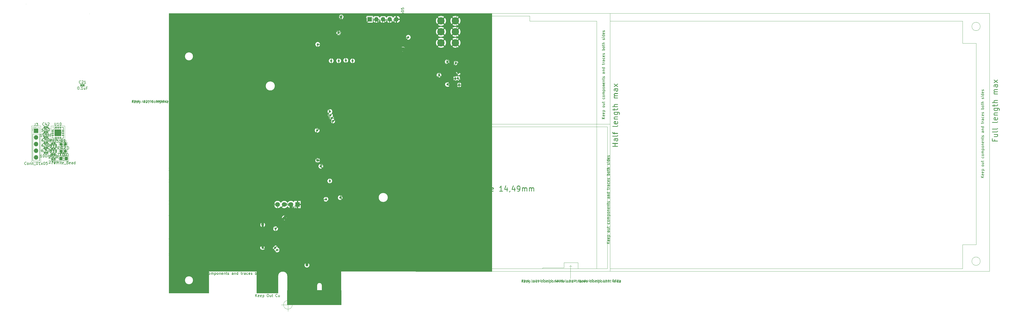
<source format=gbr>
%TF.GenerationSoftware,KiCad,Pcbnew,7.0.2*%
%TF.CreationDate,2023-06-11T00:48:19-04:00*%
%TF.ProjectId,VooDoo 4x PCIe,566f6f44-6f6f-4203-9478-20504349652e,rev?*%
%TF.SameCoordinates,Original*%
%TF.FileFunction,Paste,Bot*%
%TF.FilePolarity,Positive*%
%FSLAX46Y46*%
G04 Gerber Fmt 4.6, Leading zero omitted, Abs format (unit mm)*
G04 Created by KiCad (PCBNEW 7.0.2) date 2023-06-11 00:48:19*
%MOMM*%
%LPD*%
G01*
G04 APERTURE LIST*
G04 Aperture macros list*
%AMRoundRect*
0 Rectangle with rounded corners*
0 $1 Rounding radius*
0 $2 $3 $4 $5 $6 $7 $8 $9 X,Y pos of 4 corners*
0 Add a 4 corners polygon primitive as box body*
4,1,4,$2,$3,$4,$5,$6,$7,$8,$9,$2,$3,0*
0 Add four circle primitives for the rounded corners*
1,1,$1+$1,$2,$3*
1,1,$1+$1,$4,$5*
1,1,$1+$1,$6,$7*
1,1,$1+$1,$8,$9*
0 Add four rect primitives between the rounded corners*
20,1,$1+$1,$2,$3,$4,$5,0*
20,1,$1+$1,$4,$5,$6,$7,0*
20,1,$1+$1,$6,$7,$8,$9,0*
20,1,$1+$1,$8,$9,$2,$3,0*%
%AMFreePoly0*
4,1,62,1.235355,0.885355,1.250000,0.850000,1.250000,0.520000,1.500000,0.520000,1.535355,0.505355,1.550000,0.470000,1.550000,0.200000,1.535355,0.164645,1.500000,0.150000,1.250000,0.150000,1.250000,-0.150000,1.475859,-0.150000,1.500000,-0.140000,1.535355,-0.154645,1.550000,-0.190000,1.550000,-0.460000,1.535355,-0.495355,1.500000,-0.510000,1.250000,-0.510000,1.250000,-0.770000,
1.249957,-0.770103,1.250000,-0.770208,1.242601,-0.787860,1.235355,-0.805355,1.235251,-0.805397,1.235208,-0.805502,1.217505,-0.812748,1.200000,-0.820000,1.199896,-0.819957,1.199792,-0.820000,-1.200208,-0.810000,-1.217758,-0.802644,-1.235355,-0.795355,-1.235398,-0.795250,-1.235502,-0.795207,-1.242731,-0.777547,-1.250000,-0.760000,-1.250000,-0.520000,-1.500000,-0.520000,-1.535355,-0.505355,
-1.550000,-0.470000,-1.550000,-0.180000,-1.535355,-0.144645,-1.500000,-0.130000,-1.250000,-0.130000,-1.250000,0.131639,-1.501666,0.140028,-1.518391,0.147618,-1.535355,0.154645,-1.535697,0.155471,-1.536513,0.155842,-1.542969,0.173028,-1.550000,0.190000,-1.550000,0.470000,-1.535355,0.505355,-1.500000,0.520000,-1.250000,0.520000,-1.250000,0.850000,-1.235355,0.885355,-1.200000,0.900000,
1.200000,0.900000,1.235355,0.885355,1.235355,0.885355,$1*%
G04 Aperture macros list end*
%ADD10C,2.800000*%
%ADD11R,1.800000X1.800000*%
%ADD12C,1.800000*%
%TA.AperFunction,SMDPad,CuDef*%
%ADD13RoundRect,0.075000X-0.337500X-0.075000X0.337500X-0.075000X0.337500X0.075000X-0.337500X0.075000X0*%
%TD*%
%TA.AperFunction,SMDPad,CuDef*%
%ADD14RoundRect,0.075000X-0.075000X-0.337500X0.075000X-0.337500X0.075000X0.337500X-0.075000X0.337500X0*%
%TD*%
%TA.AperFunction,SMDPad,CuDef*%
%ADD15R,2.500000X2.500000*%
%TD*%
%TA.AperFunction,SMDPad,CuDef*%
%ADD16C,1.500000*%
%TD*%
%TA.AperFunction,SMDPad,CuDef*%
%ADD17RoundRect,0.135000X-0.135000X-0.185000X0.135000X-0.185000X0.135000X0.185000X-0.135000X0.185000X0*%
%TD*%
%TA.AperFunction,ComponentPad*%
%ADD18R,1.700000X1.700000*%
%TD*%
%TA.AperFunction,ComponentPad*%
%ADD19O,1.700000X1.700000*%
%TD*%
%TA.AperFunction,SMDPad,CuDef*%
%ADD20RoundRect,0.250000X-0.325000X-0.450000X0.325000X-0.450000X0.325000X0.450000X-0.325000X0.450000X0*%
%TD*%
%TA.AperFunction,SMDPad,CuDef*%
%ADD21RoundRect,0.237500X-0.287500X-0.237500X0.287500X-0.237500X0.287500X0.237500X-0.287500X0.237500X0*%
%TD*%
%TA.AperFunction,SMDPad,CuDef*%
%ADD22RoundRect,0.140000X-0.140000X-0.170000X0.140000X-0.170000X0.140000X0.170000X-0.140000X0.170000X0*%
%TD*%
%TA.AperFunction,SMDPad,CuDef*%
%ADD23RoundRect,0.135000X-0.185000X0.135000X-0.185000X-0.135000X0.185000X-0.135000X0.185000X0.135000X0*%
%TD*%
%TA.AperFunction,SMDPad,CuDef*%
%ADD24RoundRect,0.250000X1.100000X-0.325000X1.100000X0.325000X-1.100000X0.325000X-1.100000X-0.325000X0*%
%TD*%
%TA.AperFunction,SMDPad,CuDef*%
%ADD25RoundRect,0.250000X0.475000X-0.250000X0.475000X0.250000X-0.475000X0.250000X-0.475000X-0.250000X0*%
%TD*%
%TA.AperFunction,SMDPad,CuDef*%
%ADD26RoundRect,0.140000X0.140000X0.170000X-0.140000X0.170000X-0.140000X-0.170000X0.140000X-0.170000X0*%
%TD*%
%TA.AperFunction,ComponentPad*%
%ADD27C,2.800000*%
%TD*%
%TA.AperFunction,SMDPad,CuDef*%
%ADD28R,0.700000X0.400000*%
%TD*%
%TA.AperFunction,SMDPad,CuDef*%
%ADD29R,1.900000X2.450000*%
%TD*%
%TA.AperFunction,SMDPad,CuDef*%
%ADD30RoundRect,0.140000X0.170000X-0.140000X0.170000X0.140000X-0.170000X0.140000X-0.170000X-0.140000X0*%
%TD*%
%TA.AperFunction,SMDPad,CuDef*%
%ADD31R,0.600000X1.100000*%
%TD*%
%TA.AperFunction,SMDPad,CuDef*%
%ADD32RoundRect,0.135000X0.185000X-0.135000X0.185000X0.135000X-0.185000X0.135000X-0.185000X-0.135000X0*%
%TD*%
%TA.AperFunction,SMDPad,CuDef*%
%ADD33R,1.200000X1.400000*%
%TD*%
%TA.AperFunction,SMDPad,CuDef*%
%ADD34R,1.100000X0.400000*%
%TD*%
%TA.AperFunction,SMDPad,CuDef*%
%ADD35R,0.600000X1.000000*%
%TD*%
%TA.AperFunction,SMDPad,CuDef*%
%ADD36R,2.400000X0.980000*%
%TD*%
%TA.AperFunction,SMDPad,CuDef*%
%ADD37R,5.570000X5.860000*%
%TD*%
%TA.AperFunction,SMDPad,CuDef*%
%ADD38RoundRect,0.140000X-0.170000X0.140000X-0.170000X-0.140000X0.170000X-0.140000X0.170000X0.140000X0*%
%TD*%
%TA.AperFunction,SMDPad,CuDef*%
%ADD39RoundRect,0.250000X-0.325000X-0.650000X0.325000X-0.650000X0.325000X0.650000X-0.325000X0.650000X0*%
%TD*%
%TA.AperFunction,ComponentPad*%
%ADD40R,1.800000X1.800000*%
%TD*%
%TA.AperFunction,ComponentPad*%
%ADD41C,1.800000*%
%TD*%
%TA.AperFunction,SMDPad,CuDef*%
%ADD42RoundRect,0.135000X0.135000X0.185000X-0.135000X0.185000X-0.135000X-0.185000X0.135000X-0.185000X0*%
%TD*%
%TA.AperFunction,SMDPad,CuDef*%
%ADD43R,0.980000X2.400000*%
%TD*%
%TA.AperFunction,SMDPad,CuDef*%
%ADD44R,5.860000X5.570000*%
%TD*%
%TA.AperFunction,SMDPad,CuDef*%
%ADD45R,1.600000X2.700000*%
%TD*%
%TA.AperFunction,SMDPad,CuDef*%
%ADD46R,0.660000X0.400000*%
%TD*%
%TA.AperFunction,SMDPad,CuDef*%
%ADD47R,0.600000X0.400000*%
%TD*%
%TA.AperFunction,SMDPad,CuDef*%
%ADD48R,1.800000X2.550000*%
%TD*%
%TA.AperFunction,SMDPad,CuDef*%
%ADD49RoundRect,0.250000X1.025000X-0.875000X1.025000X0.875000X-1.025000X0.875000X-1.025000X-0.875000X0*%
%TD*%
%TA.AperFunction,SMDPad,CuDef*%
%ADD50RoundRect,0.250000X-0.550000X1.500000X-0.550000X-1.500000X0.550000X-1.500000X0.550000X1.500000X0*%
%TD*%
%TA.AperFunction,ConnectorPad*%
%ADD51R,0.700000X4.200000*%
%TD*%
%TA.AperFunction,ConnectorPad*%
%ADD52R,0.700000X3.200000*%
%TD*%
%TA.AperFunction,SMDPad,CuDef*%
%ADD53R,3.175000X4.950000*%
%TD*%
%TA.AperFunction,SMDPad,CuDef*%
%ADD54R,0.300000X0.700000*%
%TD*%
%TA.AperFunction,SMDPad,CuDef*%
%ADD55FreePoly0,0.000000*%
%TD*%
%TA.AperFunction,SMDPad,CuDef*%
%ADD56RoundRect,0.250000X-0.250000X-0.475000X0.250000X-0.475000X0.250000X0.475000X-0.250000X0.475000X0*%
%TD*%
%TA.AperFunction,SMDPad,CuDef*%
%ADD57RoundRect,0.250000X-0.475000X0.250000X-0.475000X-0.250000X0.475000X-0.250000X0.475000X0.250000X0*%
%TD*%
%TA.AperFunction,SMDPad,CuDef*%
%ADD58RoundRect,0.135000X0.000000X0.295000X0.000000X-0.295000X0.000000X-0.295000X0.000000X0.295000X0*%
%TD*%
%TA.AperFunction,SMDPad,CuDef*%
%ADD59RoundRect,0.067500X-0.067500X0.362500X-0.067500X-0.362500X0.067500X-0.362500X0.067500X0.362500X0*%
%TD*%
%TA.AperFunction,SMDPad,CuDef*%
%ADD60R,1.850000X6.250000*%
%TD*%
%TA.AperFunction,SMDPad,CuDef*%
%ADD61R,5.472000X6.250000*%
%TD*%
%TA.AperFunction,SMDPad,CuDef*%
%ADD62RoundRect,0.250000X0.250000X0.475000X-0.250000X0.475000X-0.250000X-0.475000X0.250000X-0.475000X0*%
%TD*%
%TA.AperFunction,ViaPad*%
%ADD63C,0.800000*%
%TD*%
%TA.AperFunction,Conductor*%
%ADD64C,0.250000*%
%TD*%
%TA.AperFunction,Conductor*%
%ADD65C,0.650000*%
%TD*%
%TA.AperFunction,Conductor*%
%ADD66C,1.000000*%
%TD*%
%TA.AperFunction,Conductor*%
%ADD67C,0.800000*%
%TD*%
%TA.AperFunction,Conductor*%
%ADD68C,0.200000*%
%TD*%
%TA.AperFunction,Conductor*%
%ADD69C,0.750000*%
%TD*%
%ADD70C,0.100000*%
%ADD71RoundRect,0.250000X-0.255000X-0.255000X0.255000X-0.255000X0.255000X0.255000X-0.255000X0.255000X0*%
%ADD72RoundRect,0.075000X-0.337500X-0.075000X0.337500X-0.075000X0.337500X0.075000X-0.337500X0.075000X0*%
%ADD73RoundRect,0.075000X-0.075000X-0.337500X0.075000X-0.337500X0.075000X0.337500X-0.075000X0.337500X0*%
%ADD74RoundRect,0.135000X-0.135000X-0.185000X0.135000X-0.185000X0.135000X0.185000X-0.135000X0.185000X0*%
%ADD75RoundRect,0.250000X-0.325000X-0.450000X0.325000X-0.450000X0.325000X0.450000X-0.325000X0.450000X0*%
%ADD76RoundRect,0.237500X-0.287500X-0.237500X0.287500X-0.237500X0.287500X0.237500X-0.287500X0.237500X0*%
%ADD77RoundRect,0.140000X-0.140000X-0.170000X0.140000X-0.170000X0.140000X0.170000X-0.140000X0.170000X0*%
%ADD78RoundRect,0.135000X-0.185000X0.135000X-0.185000X-0.135000X0.185000X-0.135000X0.185000X0.135000X0*%
%ADD79RoundRect,0.250000X1.100000X-0.325000X1.100000X0.325000X-1.100000X0.325000X-1.100000X-0.325000X0*%
%ADD80RoundRect,0.250000X0.475000X-0.250000X0.475000X0.250000X-0.475000X0.250000X-0.475000X-0.250000X0*%
%ADD81RoundRect,0.140000X0.140000X0.170000X-0.140000X0.170000X-0.140000X-0.170000X0.140000X-0.170000X0*%
%ADD82R,0.700000X0.400000*%
%ADD83R,1.900000X2.450000*%
%ADD84RoundRect,0.140000X0.170000X-0.140000X0.170000X0.140000X-0.170000X0.140000X-0.170000X-0.140000X0*%
%ADD85R,0.600000X1.100000*%
%ADD86RoundRect,0.135000X0.185000X-0.135000X0.185000X0.135000X-0.185000X0.135000X-0.185000X-0.135000X0*%
%ADD87R,1.200000X1.400000*%
%ADD88R,1.100000X0.400000*%
%ADD89R,0.600000X1.000000*%
%ADD90R,2.400000X0.980000*%
%ADD91RoundRect,0.140000X-0.170000X0.140000X-0.170000X-0.140000X0.170000X-0.140000X0.170000X0.140000X0*%
%ADD92RoundRect,0.250000X-0.325000X-0.650000X0.325000X-0.650000X0.325000X0.650000X-0.325000X0.650000X0*%
%ADD93RoundRect,0.135000X0.135000X0.185000X-0.135000X0.185000X-0.135000X-0.185000X0.135000X-0.185000X0*%
%ADD94R,0.980000X2.400000*%
%ADD95R,1.600000X2.700000*%
%ADD96R,0.660000X0.400000*%
%ADD97R,0.600000X0.400000*%
%ADD98R,1.800000X2.550000*%
%ADD99RoundRect,0.250000X1.025000X-0.875000X1.025000X0.875000X-1.025000X0.875000X-1.025000X-0.875000X0*%
%ADD100RoundRect,0.250000X-0.550000X1.500000X-0.550000X-1.500000X0.550000X-1.500000X0.550000X1.500000X0*%
%ADD101R,3.175000X4.950000*%
%ADD102R,0.300000X0.700000*%
%ADD103FreePoly0,0.000000*%
%ADD104RoundRect,0.250000X-0.250000X-0.475000X0.250000X-0.475000X0.250000X0.475000X-0.250000X0.475000X0*%
%ADD105RoundRect,0.250000X-0.475000X0.250000X-0.475000X-0.250000X0.475000X-0.250000X0.475000X0.250000X0*%
%ADD106RoundRect,0.135000X0.000000X0.295000X0.000000X-0.295000X0.000000X-0.295000X0.000000X0.295000X0*%
%ADD107RoundRect,0.067500X-0.067500X0.362500X-0.067500X-0.362500X0.067500X-0.362500X0.067500X0.362500X0*%
%ADD108RoundRect,0.250000X0.250000X0.475000X-0.250000X0.475000X-0.250000X-0.475000X0.250000X-0.475000X0*%
%ADD109C,0.200000*%
%ADD110C,0.150000*%
%ADD111C,0.065024*%
%ADD112C,0.120000*%
%ADD113C,0.250000*%
%ADD114C,0.127000*%
%ADD115R,2.500000X2.500000*%
%ADD116C,1.500000*%
%ADD117R,1.700000X1.700000*%
%ADD118O,1.700000X1.700000*%
%ADD119R,5.570000X5.860000*%
%ADD120R,5.860000X5.570000*%
%ADD121RoundRect,0.236600X0.000000X0.295000X0.000000X-0.295000X0.000000X-0.295000X0.000000X0.295000X0*%
%ADD122RoundRect,0.169100X-0.067500X0.362500X-0.067500X-0.362500X0.067500X-0.362500X0.067500X0.362500X0*%
%ADD123RoundRect,0.101600X-0.925000X3.125000X-0.925000X-3.125000X0.925000X-3.125000X0.925000X3.125000X0*%
%ADD124RoundRect,0.101600X-2.736000X3.125000X-2.736000X-3.125000X2.736000X-3.125000X2.736000X3.125000X0*%
%ADD125C,0.400000*%
%TA.AperFunction,Profile*%
%ADD126C,0.100000*%
%TD*%
%TA.AperFunction,Profile*%
%ADD127C,0.150000*%
%TD*%
%TA.AperFunction,Profile*%
%ADD128C,0.050000*%
%TD*%
%ADD129C,0.050000*%
%ADD130C,0.040000*%
%ADD131C,0.080000*%
%ADD132C,0.060000*%
G04 APERTURE END LIST*
D10*
%TO.C,Conn1*%
X134595250Y-40852750D03*
X129095250Y-40852750D03*
X134595250Y-36652750D03*
X129095250Y-36652750D03*
X134595250Y-32452750D03*
X129095250Y-32452750D03*
%TD*%
D11*
%TO.C,CN1*%
X74520000Y-102530000D03*
D12*
X71980000Y-102530000D03*
X69440000Y-102530000D03*
X66900000Y-102530000D03*
%TD*%
D13*
%TO.P,U10,1,VCCIO*%
%TO.N,3V3*%
X-18577500Y-74195000D03*
%TO.P,U10,2,RXD*%
%TO.N,RX*%
X-18577500Y-74845000D03*
%TO.P,U10,3,GND*%
%TO.N,GND*%
X-18577500Y-75495000D03*
%TO.P,U10,4,~{CTS}*%
%TO.N,CTS*%
X-18577500Y-76145000D03*
D14*
%TO.P,U10,5,CBUS2*%
%TO.N,/ftdi/TXLED*%
X-17615000Y-77107500D03*
%TO.P,U10,6,USBDP*%
%TO.N,Net-(U10-USBDP)*%
X-16965000Y-77107500D03*
%TO.P,U10,7,USBDM*%
%TO.N,Net-(U10-USBDM)*%
X-16315000Y-77107500D03*
%TO.P,U10,8,3V3OUT*%
%TO.N,3V3*%
X-15665000Y-77107500D03*
D13*
%TO.P,U10,9,~{RESET}*%
X-14702500Y-76145000D03*
%TO.P,U10,10,VCC*%
%TO.N,VCC*%
X-14702500Y-75495000D03*
%TO.P,U10,11,CBUS1*%
%TO.N,/ftdi/RXLED*%
X-14702500Y-74845000D03*
%TO.P,U10,12,CBUS0*%
%TO.N,unconnected-(U10-CBUS0-Pad12)*%
X-14702500Y-74195000D03*
D14*
%TO.P,U10,13,GND*%
%TO.N,GND*%
X-15665000Y-73232500D03*
%TO.P,U10,14,CBUS3*%
%TO.N,unconnected-(U10-CBUS3-Pad14)*%
X-16315000Y-73232500D03*
%TO.P,U10,15,TXD*%
%TO.N,TX*%
X-16965000Y-73232500D03*
%TO.P,U10,16,~{RTS}*%
%TO.N,RTS*%
X-17615000Y-73232500D03*
D15*
%TO.P,U10,17,GND*%
%TO.N,GND*%
X-16640000Y-75170000D03*
%TD*%
D16*
%TO.P,CLKI,1,1*%
%TO.N,Net-(IC1-CLKI)*%
X84600000Y-45330000D03*
%TD*%
%TO.P,BI,1,1*%
%TO.N,Net-(IC1-BI)*%
X95510000Y-45310000D03*
%TD*%
D17*
%TO.P,R20,1*%
%TO.N,Net-(D2-K)*%
X-18820000Y-85260000D03*
%TO.P,R20,2*%
%TO.N,/ftdi/TXLED*%
X-17800000Y-85260000D03*
%TD*%
%TO.P,R19,1*%
%TO.N,Net-(D1-K)*%
X-18820000Y-83270000D03*
%TO.P,R19,2*%
%TO.N,/ftdi/RXLED*%
X-17800000Y-83270000D03*
%TD*%
%TO.P,R18,1*%
%TO.N,Net-(C45-Pad1)*%
X-18820000Y-81280000D03*
%TO.P,R18,2*%
%TO.N,Net-(U10-USBDP)*%
X-17800000Y-81280000D03*
%TD*%
%TO.P,R17,1*%
%TO.N,Net-(U10-USBDM)*%
X-18820000Y-79290000D03*
%TO.P,R17,2*%
%TO.N,Net-(C44-Pad1)*%
X-17800000Y-79290000D03*
%TD*%
D18*
%TO.P,J3,1,Pin_1*%
%TO.N,VCC*%
X-24960000Y-74370000D03*
D19*
%TO.P,J3,2,Pin_2*%
%TO.N,3V3*%
X-24960000Y-76910000D03*
%TO.P,J3,3,Pin_3*%
%TO.N,RX*%
X-24960000Y-79450000D03*
%TO.P,J3,4,Pin_4*%
%TO.N,TX*%
X-24960000Y-81990000D03*
%TO.P,J3,5,Pin_5*%
%TO.N,GND*%
X-24960000Y-84530000D03*
%TD*%
D20*
%TO.P,FB1,1*%
%TO.N,VCC*%
X-15505000Y-84950000D03*
%TO.P,FB1,2*%
%TO.N,Net-(C42-Pad1)*%
X-13455000Y-84950000D03*
%TD*%
D21*
%TO.P,D2,1,K*%
%TO.N,Net-(D2-K)*%
X-15510000Y-82180000D03*
%TO.P,D2,2,A*%
%TO.N,3V3*%
X-13760000Y-82180000D03*
%TD*%
%TO.P,D1,1,K*%
%TO.N,Net-(D1-K)*%
X-15510000Y-79590000D03*
%TO.P,D1,2,A*%
%TO.N,3V3*%
X-13760000Y-79590000D03*
%TD*%
D22*
%TO.P,C47,1*%
%TO.N,3V3*%
X-21680000Y-82880000D03*
%TO.P,C47,2*%
%TO.N,GND*%
X-20720000Y-82880000D03*
%TD*%
%TO.P,C46,1*%
%TO.N,VCC*%
X-21680000Y-80910000D03*
%TO.P,C46,2*%
%TO.N,GND*%
X-20720000Y-80910000D03*
%TD*%
%TO.P,C45,1*%
%TO.N,Net-(C45-Pad1)*%
X-21680000Y-78940000D03*
%TO.P,C45,2*%
%TO.N,GND*%
X-20720000Y-78940000D03*
%TD*%
%TO.P,C44,1*%
%TO.N,Net-(C44-Pad1)*%
X-21680000Y-76970000D03*
%TO.P,C44,2*%
%TO.N,GND*%
X-20720000Y-76970000D03*
%TD*%
%TO.P,C43,1*%
%TO.N,VCC*%
X-21680000Y-75000000D03*
%TO.P,C43,2*%
%TO.N,GND*%
X-20720000Y-75000000D03*
%TD*%
%TO.P,C42,1*%
%TO.N,Net-(C42-Pad1)*%
X-21680000Y-73030000D03*
%TO.P,C42,2*%
%TO.N,GND*%
X-20720000Y-73030000D03*
%TD*%
D23*
%TO.P,R13,1,1*%
%TO.N,/Asic/TEMP_N*%
X85330000Y-88110000D03*
%TO.P,R13,2,2*%
X85330000Y-89130000D03*
%TD*%
D24*
%TO.P,C28,1*%
%TO.N,+12V*%
X128192750Y-47987750D03*
%TO.P,C28,2*%
%TO.N,GND*%
X128192750Y-45037750D03*
%TD*%
D25*
%TO.P,C29,1*%
%TO.N,+12V*%
X125252750Y-47502750D03*
%TO.P,C29,2*%
%TO.N,GND*%
X125252750Y-45602750D03*
%TD*%
D26*
%TO.P,C34,1*%
%TO.N,Net-(U1-BOOT)*%
X134962750Y-47582750D03*
%TO.P,C34,2*%
%TO.N,/DC components/SW*%
X134002750Y-47582750D03*
%TD*%
D18*
%TO.P,J3,1,Pin_1*%
%TO.N,/Asic/1V8*%
X102000000Y-31880000D03*
D19*
%TO.P,J3,2,Pin_2*%
%TO.N,/Asic/CI*%
X104540000Y-31880000D03*
%TO.P,J3,3,Pin_3*%
%TO.N,/Asic/RO*%
X107080000Y-31880000D03*
%TO.P,J3,4,Pin_4*%
%TO.N,/Asic/RST_N*%
X109620000Y-31880000D03*
%TO.P,J3,5,Pin_5*%
%TO.N,GND*%
X112160000Y-31880000D03*
%TD*%
D27*
%TO.P,Conn1,1*%
%TO.N,+12V*%
X134595250Y-40852750D03*
%TO.P,Conn1,2*%
%TO.N,GND*%
X129095250Y-40852750D03*
%TO.P,Conn1,3*%
%TO.N,+12V*%
X134595250Y-36652750D03*
%TO.P,Conn1,4*%
%TO.N,GND*%
X129095250Y-36652750D03*
%TO.P,Conn1,5*%
%TO.N,+12V*%
X134595250Y-32452750D03*
%TO.P,Conn1,6*%
%TO.N,GND*%
X129095250Y-32452750D03*
%TD*%
D16*
%TO.P,RSTO,1,1*%
%TO.N,Net-(IC1-NRSTO)*%
X93090000Y-103740000D03*
%TD*%
D28*
%TO.P,Q2,1*%
%TO.N,GND*%
X136492750Y-50222750D03*
%TO.P,Q2,2*%
X136492750Y-50882750D03*
%TO.P,Q2,3,S*%
X136492750Y-51532750D03*
%TO.P,Q2,4,G*%
%TO.N,Net-(Q2-G)*%
X136492750Y-52182750D03*
%TO.P,Q2,5,D*%
%TO.N,/DC components/SW*%
X139692750Y-52182750D03*
%TO.P,Q2,6*%
%TO.N,N/C*%
X139692750Y-51532750D03*
%TO.P,Q2,7*%
X139692750Y-50882750D03*
%TO.P,Q2,8*%
X139692750Y-50222750D03*
D29*
X138532750Y-51202750D03*
%TD*%
D30*
%TO.P,C9,1*%
%TO.N,/DC components/VDD*%
X112340000Y-47640000D03*
%TO.P,C9,2*%
%TO.N,GND*%
X112340000Y-46680000D03*
%TD*%
D26*
%TO.P,C31,1*%
%TO.N,/Asic/1V8*%
X94860000Y-36110000D03*
%TO.P,C31,2*%
%TO.N,GND*%
X93900000Y-36110000D03*
%TD*%
D30*
%TO.P,C20,1*%
%TO.N,/Asic/1V8*%
X78860000Y-56460000D03*
%TO.P,C20,2*%
%TO.N,GND*%
X78860000Y-55500000D03*
%TD*%
D31*
%TO.P,U8,1,VCCA*%
%TO.N,/Asic/1V8*%
X94900000Y-34830000D03*
%TO.P,U8,2,GND*%
%TO.N,GND*%
X95850000Y-34830000D03*
%TO.P,U8,3,A*%
%TO.N,/Asic/RST_N*%
X96800000Y-34830000D03*
%TO.P,U8,4,B*%
%TO.N,/Asic/BM_RST*%
X96800000Y-32130000D03*
%TO.P,U8,5,DIR*%
%TO.N,GND*%
X95850000Y-32130000D03*
%TO.P,U8,6,VCCB*%
%TO.N,/3V3*%
X94900000Y-32130000D03*
%TD*%
D32*
%TO.P,R8,1*%
%TO.N,/DC components/PGOOD*%
X128292750Y-52122750D03*
%TO.P,R8,2*%
%TO.N,Net-(U1-BP)*%
X128292750Y-51102750D03*
%TD*%
D33*
%TO.P,X1,1,EN*%
%TO.N,/Asic/1V8*%
X88020000Y-54630000D03*
%TO.P,X1,2,GND*%
%TO.N,GND*%
X88020000Y-56830000D03*
%TO.P,X1,3,OUT*%
%TO.N,Net-(IC1-CLKI)*%
X89780000Y-56830000D03*
%TO.P,X1,4,VDD*%
%TO.N,/Asic/1V8*%
X89780000Y-54630000D03*
%TD*%
D34*
%TO.P,U7,1,VDD*%
%TO.N,/3V3*%
X63825000Y-120965000D03*
%TO.P,U7,2,DP*%
%TO.N,/Asic/TEMP_P*%
X63825000Y-120315000D03*
%TO.P,U7,3,DN*%
%TO.N,/Asic/TEMP_N*%
X63825000Y-119665000D03*
%TO.P,U7,4,FAN*%
%TO.N,/FAN/FAN_PWM*%
X63825000Y-119015000D03*
%TO.P,U7,5,GND*%
%TO.N,GND*%
X59525000Y-119015000D03*
%TO.P,U7,6,ALERT/TACH*%
%TO.N,/FAN/FAN_TACH*%
X59525000Y-119665000D03*
%TO.P,U7,7,SMDATA*%
%TO.N,/FAN/SDA*%
X59525000Y-120315000D03*
%TO.P,U7,8,SMCLK*%
%TO.N,/FAN/SCL*%
X59525000Y-120965000D03*
%TD*%
D25*
%TO.P,C37,1*%
%TO.N,Net-(C37-Pad1)*%
X138782750Y-60332750D03*
%TO.P,C37,2*%
%TO.N,/DC components/OUT0*%
X138782750Y-58432750D03*
%TD*%
D31*
%TO.P,U3,1,VCCA*%
%TO.N,/Asic/1V8*%
X90200000Y-34840000D03*
%TO.P,U3,2,GND*%
%TO.N,GND*%
X91150000Y-34840000D03*
%TO.P,U3,3,A*%
%TO.N,/Asic/RO*%
X92100000Y-34840000D03*
%TO.P,U3,4,B*%
%TO.N,/Asic/BM_RO*%
X92100000Y-32140000D03*
%TO.P,U3,5,DIR*%
%TO.N,/Asic/1V8*%
X91150000Y-32140000D03*
%TO.P,U3,6,VCCB*%
%TO.N,/3V3*%
X90200000Y-32140000D03*
%TD*%
D30*
%TO.P,C7,1*%
%TO.N,/DC components/VDD*%
X113430000Y-47640000D03*
%TO.P,C7,2*%
%TO.N,GND*%
X113430000Y-46680000D03*
%TD*%
D26*
%TO.P,C14,1*%
%TO.N,/Asic/1V8*%
X83450000Y-83610000D03*
%TO.P,C14,2*%
%TO.N,GND*%
X82490000Y-83610000D03*
%TD*%
D35*
%TO.P,U2,1,VIN*%
%TO.N,/Asic/5V*%
X82250000Y-54710000D03*
%TO.P,U2,2,VSS*%
%TO.N,GND*%
X81300000Y-54710000D03*
%TO.P,U2,3,CE*%
X80350000Y-54710000D03*
%TO.P,U2,4,NC*%
%TO.N,unconnected-(U2-NC-Pad4)*%
X80350000Y-57310000D03*
%TO.P,U2,5,VOUT*%
%TO.N,/Asic/1V8*%
X82250000Y-57310000D03*
%TD*%
D36*
%TO.P,U6,1*%
%TO.N,+12V*%
X112500000Y-43320000D03*
%TO.P,U6,2*%
%TO.N,/Asic/5V*%
X112500000Y-38760000D03*
D37*
%TO.P,U6,3*%
%TO.N,GND*%
X105830000Y-41040000D03*
%TD*%
D26*
%TO.P,C26,1*%
%TO.N,/3V3*%
X90150000Y-31010000D03*
%TO.P,C26,2*%
%TO.N,GND*%
X89190000Y-31010000D03*
%TD*%
D16*
%TO.P,CI,1,1*%
%TO.N,/Asic/CI*%
X87320000Y-45330000D03*
%TD*%
D22*
%TO.P,C22,1*%
%TO.N,/Asic/5V*%
X86120000Y-52380000D03*
%TO.P,C22,2*%
%TO.N,GND*%
X87080000Y-52380000D03*
%TD*%
D23*
%TO.P,R3,1*%
%TO.N,GND*%
X90260000Y-70790000D03*
%TO.P,R3,2*%
%TO.N,Net-(IC1-ADDR0)*%
X90260000Y-71810000D03*
%TD*%
D38*
%TO.P,C8,1*%
%TO.N,Net-(IC1-VDD3_0)*%
X93020000Y-72960000D03*
%TO.P,C8,2*%
%TO.N,/DC components/VDD*%
X93020000Y-73920000D03*
%TD*%
D16*
%TO.P,TP1,1,1*%
%TO.N,/FAN/FAN_TACH*%
X63480000Y-105060000D03*
%TD*%
D39*
%TO.P,C39,1*%
%TO.N,/DC components/VDD*%
X117487750Y-65552750D03*
%TO.P,C39,2*%
%TO.N,GND*%
X120437750Y-65552750D03*
%TD*%
D26*
%TO.P,C35,1*%
%TO.N,/3V3*%
X94870000Y-31070000D03*
%TO.P,C35,2*%
%TO.N,GND*%
X93910000Y-31070000D03*
%TD*%
D38*
%TO.P,C12,1*%
%TO.N,/DC components/VDD*%
X92650000Y-81710000D03*
%TO.P,C12,2*%
%TO.N,Net-(IC1-VDD3_1)*%
X92650000Y-82670000D03*
%TD*%
D40*
%TO.P,CN1,1,1*%
%TO.N,GND*%
X74520000Y-102530000D03*
D41*
%TO.P,CN1,2,2*%
%TO.N,/FAN/5V*%
X71980000Y-102530000D03*
%TO.P,CN1,3,3*%
%TO.N,/FAN/FAN_TACH*%
X69440000Y-102530000D03*
%TO.P,CN1,4,4*%
%TO.N,/FAN/FAN_PWM*%
X66900000Y-102530000D03*
%TD*%
D42*
%TO.P,R16,1*%
%TO.N,/FAN/FAN_PWM*%
X63710000Y-117560000D03*
%TO.P,R16,2*%
%TO.N,/3V3*%
X62690000Y-117560000D03*
%TD*%
D43*
%TO.P,U9,1*%
%TO.N,/PC12V*%
X73520000Y-122520000D03*
%TO.P,U9,2*%
%TO.N,/FAN/5V*%
X78080000Y-122520000D03*
D44*
%TO.P,U9,3*%
%TO.N,GND*%
X75800000Y-115850000D03*
%TD*%
D45*
%TO.P,C38,1*%
%TO.N,/DC components/VDD*%
X117732750Y-51702750D03*
%TO.P,C38,2*%
%TO.N,GND*%
X120732750Y-51702750D03*
%TD*%
D32*
%TO.P,R6,1*%
%TO.N,Net-(IC1-RI)*%
X83380000Y-86710000D03*
%TO.P,R6,2*%
%TO.N,/Asic/1V8*%
X83380000Y-85690000D03*
%TD*%
D38*
%TO.P,C15,1*%
%TO.N,Net-(IC1-VDD3_1)*%
X93650000Y-82680000D03*
%TO.P,C15,2*%
%TO.N,Net-(IC1-VDD2_1)*%
X93650000Y-83640000D03*
%TD*%
D16*
%TO.P,CLKO,1,1*%
%TO.N,Net-(IC1-CLKO)*%
X90320000Y-103830000D03*
%TD*%
D23*
%TO.P,R4,1*%
%TO.N,GND*%
X89250000Y-70790000D03*
%TO.P,R4,2*%
%TO.N,Net-(IC1-ADDR1)*%
X89250000Y-71810000D03*
%TD*%
D46*
%TO.P,Q1,1*%
%TO.N,/DC components/SW*%
X139422750Y-55662750D03*
%TO.P,Q1,2*%
X139422750Y-55012750D03*
%TO.P,Q1,3,S*%
X139422750Y-54372750D03*
%TO.P,Q1,4,G*%
%TO.N,Net-(Q1-G)*%
X139422750Y-53722750D03*
D47*
%TO.P,Q1,5,D*%
%TO.N,+12V*%
X136422750Y-53722750D03*
%TO.P,Q1,6*%
%TO.N,N/C*%
X136422750Y-54372750D03*
%TO.P,Q1,7*%
X136422750Y-55012750D03*
%TO.P,Q1,8*%
X136422750Y-55662750D03*
D48*
%TO.P,Q1,9*%
X137622750Y-54692750D03*
%TD*%
D26*
%TO.P,C25,1*%
%TO.N,/3V3*%
X85420000Y-30960000D03*
%TO.P,C25,2*%
%TO.N,GND*%
X84460000Y-30960000D03*
%TD*%
D49*
%TO.P,C13,1*%
%TO.N,/Asic/VDD*%
X117860000Y-48540000D03*
%TO.P,C13,2*%
%TO.N,GND*%
X117860000Y-42140000D03*
%TD*%
D35*
%TO.P,U4,1,IN*%
%TO.N,/Asic/5V*%
X85970000Y-54710000D03*
%TO.P,U4,2,GND*%
%TO.N,GND*%
X85020000Y-54710000D03*
%TO.P,U4,3,EN*%
%TO.N,/Asic/5V*%
X84070000Y-54710000D03*
%TO.P,U4,4,BP/FB*%
%TO.N,/Asic/0V8*%
X84070000Y-57310000D03*
%TO.P,U4,5,OUT*%
X85970000Y-57310000D03*
%TD*%
D38*
%TO.P,C2,1*%
%TO.N,GND*%
X93990000Y-70080000D03*
%TO.P,C2,2*%
%TO.N,Net-(IC1-VDD1_0)*%
X93990000Y-71040000D03*
%TD*%
D30*
%TO.P,C11,1*%
%TO.N,/DC components/VDD*%
X110290000Y-47640000D03*
%TO.P,C11,2*%
%TO.N,GND*%
X110290000Y-46680000D03*
%TD*%
D22*
%TO.P,C21,1*%
%TO.N,/Asic/1V8*%
X-7770000Y-57010000D03*
%TO.P,C21,2*%
%TO.N,GND*%
X-6810000Y-57010000D03*
%TD*%
D50*
%TO.P,C27,1*%
%TO.N,/FAN/5V*%
X67980000Y-110800000D03*
%TO.P,C27,2*%
%TO.N,GND*%
X67980000Y-116200000D03*
%TD*%
D17*
%TO.P,R10,1*%
%TO.N,/DC components/VDD*%
X137702750Y-61612750D03*
%TO.P,R10,2*%
%TO.N,Net-(C37-Pad1)*%
X138722750Y-61612750D03*
%TD*%
D51*
%TO.P,J1,B18,GND*%
%TO.N,GND*%
X90370000Y-137260000D03*
D52*
%TO.P,J1,B17,~{PRSNT2}*%
%TO.N,unconnected-(J1-~{PRSNT2}-PadB17)*%
X89370000Y-136760000D03*
D51*
%TO.P,J1,B16,GND*%
%TO.N,GND*%
X88370000Y-137260000D03*
%TO.P,J1,B15,PETn0*%
%TO.N,/PETn0*%
X87370000Y-137260000D03*
%TO.P,J1,B14,PETp0*%
%TO.N,/PETp0*%
X86370000Y-137260000D03*
%TO.P,J1,B13,GND*%
%TO.N,GND*%
X85370000Y-137260000D03*
%TO.P,J1,B12,RSVD*%
%TO.N,unconnected-(J1-RSVD-PadB12)*%
X84370000Y-137260000D03*
%TO.P,J1,B11,~{WAKE}*%
%TO.N,/~{WAKE}*%
X81370000Y-137260000D03*
%TO.P,J1,B10,+3.3V_aux*%
%TO.N,+3.3VA*%
X80370000Y-137260000D03*
%TO.P,J1,B9,~{TRST}*%
%TO.N,/~{TRST}*%
X79370000Y-137260000D03*
%TO.P,J1,B8,+3.3V*%
%TO.N,/3V3*%
X78370000Y-137260000D03*
%TO.P,J1,B7,GND*%
%TO.N,GND*%
X77370000Y-137260000D03*
%TO.P,J1,B6,SMDAT*%
%TO.N,/SMDAT*%
X76370000Y-137260000D03*
%TO.P,J1,B5,SMCLK*%
%TO.N,/SMCLK*%
X75370000Y-137260000D03*
%TO.P,J1,B4,GND*%
%TO.N,GND*%
X74370000Y-137260000D03*
%TO.P,J1,B3,+12V*%
%TO.N,/PC12V*%
X73370000Y-137260000D03*
%TO.P,J1,B2,+12V*%
X72370000Y-137260000D03*
%TO.P,J1,B1,+12V*%
X71370000Y-137260000D03*
%TD*%
D22*
%TO.P,C24,1*%
%TO.N,/Asic/0V8*%
X84070000Y-59210000D03*
%TO.P,C24,2*%
%TO.N,GND*%
X85030000Y-59210000D03*
%TD*%
D53*
%TO.P,L1,1,1*%
%TO.N,/DC components/SW*%
X127542750Y-58932750D03*
%TO.P,L1,2,2*%
%TO.N,/DC components/VDD*%
X118527750Y-58932750D03*
%TD*%
D26*
%TO.P,C16,1*%
%TO.N,/Asic/0V8*%
X83440000Y-84630000D03*
%TO.P,C16,2*%
%TO.N,GND*%
X82480000Y-84630000D03*
%TD*%
D30*
%TO.P,C19,1*%
%TO.N,/Asic/5V*%
X82330000Y-53570000D03*
%TO.P,C19,2*%
%TO.N,GND*%
X82330000Y-52610000D03*
%TD*%
D54*
%TO.P,U1,1,VDD*%
%TO.N,+12V*%
X132922750Y-52672750D03*
%TO.P,U1,2,SS*%
%TO.N,Net-(U1-SS)*%
X133422750Y-52672750D03*
%TO.P,U1,3,PGOOD*%
%TO.N,/DC components/PGOOD*%
X133922750Y-52672750D03*
%TO.P,U1,4,COMP*%
%TO.N,Net-(U1-COMP)*%
X134422750Y-52672750D03*
%TO.P,U1,5,FB*%
%TO.N,/DC components/OUT0*%
X134922750Y-52672750D03*
%TO.P,U1,6,BOOT*%
%TO.N,Net-(U1-BOOT)*%
X134922750Y-49872750D03*
%TO.P,U1,7,HDRV*%
%TO.N,Net-(Q1-G)*%
X134422750Y-49872750D03*
%TO.P,U1,8,SW*%
%TO.N,/DC components/SW*%
X133922750Y-49872750D03*
%TO.P,U1,9,LDRV*%
%TO.N,Net-(Q2-G)*%
X133422750Y-49872750D03*
%TO.P,U1,10,BP*%
%TO.N,Net-(U1-BP)*%
X132922750Y-49872750D03*
D55*
%TO.P,U1,11,GND*%
%TO.N,GND*%
X133922750Y-51222750D03*
%TD*%
D30*
%TO.P,C48,1*%
%TO.N,GND*%
X91240000Y-56080000D03*
%TO.P,C48,2*%
%TO.N,/Asic/1V8*%
X91240000Y-55120000D03*
%TD*%
D32*
%TO.P,R14,1,1*%
%TO.N,/Asic/TEMP_P*%
X86780000Y-89130000D03*
%TO.P,R14,2,2*%
X86780000Y-88110000D03*
%TD*%
D56*
%TO.P,C32,1*%
%TO.N,Net-(U1-COMP)*%
X132902750Y-57082750D03*
%TO.P,C32,2*%
%TO.N,/DC components/OUT0*%
X134802750Y-57082750D03*
%TD*%
D26*
%TO.P,C5,1*%
%TO.N,/Asic/1V8*%
X83110000Y-72710000D03*
%TO.P,C5,2*%
%TO.N,GND*%
X82150000Y-72710000D03*
%TD*%
D32*
%TO.P,R9,1*%
%TO.N,Net-(Q2-G)*%
X132972750Y-47612750D03*
%TO.P,R9,2*%
%TO.N,GND*%
X132972750Y-46592750D03*
%TD*%
D38*
%TO.P,C3,1*%
%TO.N,Net-(IC1-VDD1_0)*%
X93010000Y-71080000D03*
%TO.P,C3,2*%
%TO.N,Net-(IC1-VDD2_0)*%
X93010000Y-72040000D03*
%TD*%
D57*
%TO.P,C36,1*%
%TO.N,Net-(U1-BP)*%
X131152750Y-50472750D03*
%TO.P,C36,2*%
%TO.N,GND*%
X131152750Y-52372750D03*
%TD*%
D23*
%TO.P,R5,1*%
%TO.N,GND*%
X88310000Y-71990000D03*
%TO.P,R5,2*%
%TO.N,Net-(IC1-ADDR2)*%
X88310000Y-73010000D03*
%TD*%
D22*
%TO.P,C1,1*%
%TO.N,Net-(U7-DP)*%
X56160000Y-112065000D03*
%TO.P,C1,2*%
%TO.N,Net-(U7-DN)*%
X57120000Y-112065000D03*
%TD*%
D16*
%TO.P,RI,1,1*%
%TO.N,Net-(IC1-RI)*%
X91730000Y-101480000D03*
%TD*%
D38*
%TO.P,C6,1*%
%TO.N,Net-(IC1-VDD2_0)*%
X93990000Y-71970000D03*
%TO.P,C6,2*%
%TO.N,Net-(IC1-VDD3_0)*%
X93990000Y-72930000D03*
%TD*%
D58*
%TO.P,IC1,1,VDD3_0*%
%TO.N,Net-(IC1-VDD3_0)*%
X91070000Y-74115400D03*
%TO.P,IC1,2,VDD2_0*%
%TO.N,Net-(IC1-VDD2_0)*%
X90590000Y-74115400D03*
%TO.P,IC1,3,VDD1_0*%
%TO.N,Net-(IC1-VDD1_0)*%
X90110000Y-74115400D03*
%TO.P,IC1,4,ADDR0*%
%TO.N,Net-(IC1-ADDR0)*%
X89630000Y-74115400D03*
%TO.P,IC1,5,ADDR1*%
%TO.N,Net-(IC1-ADDR1)*%
X89150000Y-74115400D03*
%TO.P,IC1,6,ADDR2*%
%TO.N,Net-(IC1-ADDR2)*%
X88670000Y-74115400D03*
%TO.P,IC1,7,TEST*%
%TO.N,unconnected-(IC1-TEST-Pad7)*%
X88190000Y-74115400D03*
%TO.P,IC1,8,BI*%
%TO.N,Net-(IC1-BI)*%
X87710000Y-74115400D03*
%TO.P,IC1,9,NRSTI*%
%TO.N,/Asic/RST_N*%
X87230000Y-74115400D03*
%TO.P,IC1,10,RO*%
%TO.N,/Asic/RO*%
X86750000Y-74115400D03*
%TO.P,IC1,11,CI*%
%TO.N,/Asic/CI*%
X86270000Y-74115400D03*
%TO.P,IC1,12,CLKI*%
%TO.N,Net-(IC1-CLKI)*%
X85790000Y-74115400D03*
%TO.P,IC1,13,PLL_VSS*%
%TO.N,GND*%
X85310000Y-74115400D03*
%TO.P,IC1,14,PLL_VDD*%
%TO.N,/Asic/0V8*%
X84830000Y-74115400D03*
%TO.P,IC1,15,VDDIO_08_0*%
X84350000Y-74115400D03*
%TO.P,IC1,16,VDDIO_18_0*%
%TO.N,/Asic/1V8*%
X83870000Y-74115400D03*
D59*
%TO.P,IC1,17,VDDIO_18_1*%
X83870000Y-81984600D03*
%TO.P,IC1,18,VDDIO_08_1*%
%TO.N,/Asic/0V8*%
X84350000Y-81984600D03*
D58*
%TO.P,IC1,19,VSS*%
%TO.N,GND*%
X84830000Y-81984600D03*
%TO.P,IC1,20,PIN_MODE*%
%TO.N,unconnected-(IC1-PIN_MODE-Pad20)*%
X85310000Y-81984600D03*
%TO.P,IC1,21,TEMP_N*%
%TO.N,/Asic/TEMP_N*%
X85790000Y-81984600D03*
%TO.P,IC1,22,TEMP_P*%
%TO.N,/Asic/TEMP_P*%
X86270000Y-81984600D03*
%TO.P,IC1,23,RF*%
%TO.N,unconnected-(IC1-RF-Pad23)*%
X86750000Y-81984600D03*
%TO.P,IC1,24,TF*%
%TO.N,unconnected-(IC1-TF-Pad24)*%
X87230000Y-81984600D03*
%TO.P,IC1,25,CLKO*%
%TO.N,Net-(IC1-CLKO)*%
X87710000Y-81984600D03*
%TO.P,IC1,26,CO*%
%TO.N,Net-(IC1-CO)*%
X88190000Y-81984600D03*
%TO.P,IC1,27,RI*%
%TO.N,Net-(IC1-RI)*%
X88670000Y-81984600D03*
%TO.P,IC1,28,NRSTO*%
%TO.N,Net-(IC1-NRSTO)*%
X89150000Y-81984600D03*
%TO.P,IC1,29,BO*%
%TO.N,Net-(IC1-BO)*%
X89630000Y-81984600D03*
%TO.P,IC1,30,VDD1_1*%
%TO.N,Net-(IC1-VDD1_1)*%
X90110000Y-81984600D03*
%TO.P,IC1,31,VDD2_1*%
%TO.N,Net-(IC1-VDD2_1)*%
X90590000Y-81984600D03*
%TO.P,IC1,32,VDD3_1*%
%TO.N,Net-(IC1-VDD3_1)*%
X91070000Y-81984600D03*
D60*
%TO.P,IC1,33,VDD*%
%TO.N,/DC components/VDD*%
X90470000Y-78050000D03*
D61*
%TO.P,IC1,34,VSS_0*%
%TO.N,GND*%
X86270000Y-78050000D03*
%TD*%
D38*
%TO.P,C17,1*%
%TO.N,Net-(IC1-VDD2_1)*%
X92650000Y-83610000D03*
%TO.P,C17,2*%
%TO.N,Net-(IC1-VDD1_1)*%
X92650000Y-84570000D03*
%TD*%
D16*
%TO.P,TP5,1,1*%
%TO.N,GND*%
X63580000Y-79290000D03*
%TD*%
D22*
%TO.P,C30,1*%
%TO.N,Net-(U1-SS)*%
X133362750Y-55422750D03*
%TO.P,C30,2*%
%TO.N,GND*%
X134322750Y-55422750D03*
%TD*%
D62*
%TO.P,C33,1*%
%TO.N,Net-(U1-COMP)*%
X134752750Y-59112750D03*
%TO.P,C33,2*%
%TO.N,Net-(C33-Pad2)*%
X132852750Y-59112750D03*
%TD*%
D31*
%TO.P,U5,1,VCCA*%
%TO.N,/Asic/1V8*%
X85440000Y-34880000D03*
%TO.P,U5,2,GND*%
%TO.N,GND*%
X86390000Y-34880000D03*
%TO.P,U5,3,A*%
%TO.N,/Asic/CI*%
X87340000Y-34880000D03*
%TO.P,U5,4,B*%
%TO.N,/Asic/BM_CI*%
X87340000Y-32180000D03*
%TO.P,U5,5,DIR*%
%TO.N,GND*%
X86390000Y-32180000D03*
%TO.P,U5,6,VCCB*%
%TO.N,/3V3*%
X85440000Y-32180000D03*
%TD*%
D26*
%TO.P,C23,1*%
%TO.N,/Asic/1V8*%
X90150000Y-36060000D03*
%TO.P,C23,2*%
%TO.N,GND*%
X89190000Y-36060000D03*
%TD*%
D17*
%TO.P,R12,1*%
%TO.N,/DC components/OUT0*%
X137052750Y-56992750D03*
%TO.P,R12,2*%
%TO.N,GND*%
X138072750Y-56992750D03*
%TD*%
D16*
%TO.P,RO,1,1*%
%TO.N,/Asic/RO*%
X90180000Y-45330000D03*
%TD*%
D38*
%TO.P,C18,1*%
%TO.N,Net-(IC1-VDD1_1)*%
X93660000Y-84610000D03*
%TO.P,C18,2*%
%TO.N,GND*%
X93660000Y-85570000D03*
%TD*%
D32*
%TO.P,R11,1*%
%TO.N,/DC components/VDD*%
X137202750Y-59142750D03*
%TO.P,R11,2*%
%TO.N,/DC components/OUT0*%
X137202750Y-58122750D03*
%TD*%
D26*
%TO.P,C4,1*%
%TO.N,/Asic/0V8*%
X83120000Y-71710000D03*
%TO.P,C4,2*%
%TO.N,GND*%
X82160000Y-71710000D03*
%TD*%
D16*
%TO.P,CO,1,1*%
%TO.N,Net-(IC1-CO)*%
X88990000Y-101440000D03*
%TD*%
D38*
%TO.P,C41,1*%
%TO.N,/3V3*%
X66430000Y-122570000D03*
%TO.P,C41,2*%
%TO.N,GND*%
X66430000Y-123530000D03*
%TD*%
D16*
%TO.P,TP2,1,1*%
%TO.N,/FAN/FAN_PWM*%
X63460000Y-102450000D03*
%TD*%
D32*
%TO.P,R7,1*%
%TO.N,Net-(C33-Pad2)*%
X136192750Y-59152750D03*
%TO.P,R7,2*%
%TO.N,/DC components/OUT0*%
X136192750Y-58132750D03*
%TD*%
D22*
%TO.P,C40,1*%
%TO.N,/FAN/5V*%
X72340000Y-104550000D03*
%TO.P,C40,2*%
%TO.N,GND*%
X73300000Y-104550000D03*
%TD*%
D16*
%TO.P,BO,1,1*%
%TO.N,Net-(IC1-BO)*%
X94390000Y-101400000D03*
%TD*%
D42*
%TO.P,R1,1*%
%TO.N,GND*%
X90070000Y-69360000D03*
%TO.P,R1,2*%
%TO.N,/Asic/RST_N*%
X89050000Y-69360000D03*
%TD*%
D30*
%TO.P,C10,1*%
%TO.N,/DC components/VDD*%
X111330000Y-47640000D03*
%TO.P,C10,2*%
%TO.N,GND*%
X111330000Y-46680000D03*
%TD*%
D17*
%TO.P,R15,2*%
%TO.N,/3V3*%
X60190000Y-122570000D03*
%TO.P,R15,1*%
%TO.N,/FAN/FAN_TACH*%
X59170000Y-122570000D03*
%TD*%
D42*
%TO.P,R2,1*%
%TO.N,GND*%
X93040000Y-70120000D03*
%TO.P,R2,2*%
%TO.N,Net-(IC1-BI)*%
X92020000Y-70120000D03*
%TD*%
D16*
%TO.P,RST_N,1,1*%
%TO.N,/Asic/RST_N*%
X92860000Y-45330000D03*
%TD*%
D63*
%TO.N,/Asic/5V*%
X82200000Y-41470000D03*
X116650000Y-38760000D03*
%TO.N,+12V*%
X114610000Y-43300000D03*
%TO.N,GND*%
X108090000Y-38760000D03*
X108080000Y-43440000D03*
X103620000Y-38660000D03*
X103630000Y-43340000D03*
X86400000Y-36350000D03*
X93710000Y-32070000D03*
X96000000Y-36100000D03*
X93590000Y-35280000D03*
%TO.N,/Asic/1V8*%
X91120000Y-31000000D03*
X90150000Y-37050000D03*
%TO.N,GND*%
X91150000Y-36150000D03*
X88920000Y-35270000D03*
X88340000Y-31010000D03*
X83470000Y-30910000D03*
X59120000Y-118050000D03*
%TO.N,/FAN/5V*%
X78100000Y-125670000D03*
X69520000Y-107590000D03*
%TO.N,GND*%
X63520000Y-77150000D03*
%TO.N,/3V3*%
X61260000Y-110250000D03*
X61220000Y-119010000D03*
%TO.N,GND*%
X66530000Y-124500000D03*
%TO.N,/Asic/TEMP_P*%
X86790000Y-93530000D03*
X66770000Y-119880000D03*
%TO.N,/Asic/TEMP_N*%
X85340000Y-100540000D03*
X66010000Y-119000000D03*
%TO.N,/FAN/FAN_PWM*%
X66160000Y-111750000D03*
%TO.N,/PC12V*%
X73180000Y-131990000D03*
X73200000Y-131010000D03*
X73220000Y-130030000D03*
X72260000Y-130050000D03*
X72260000Y-131010000D03*
X72250000Y-131950000D03*
%TO.N,Net-(IC1-BI)*%
X95440000Y-47730000D03*
%TO.N,GND*%
X76770000Y-80270000D03*
X82480000Y-82740000D03*
X75960000Y-75510000D03*
X76890000Y-76420000D03*
X78720000Y-79350000D03*
X128202750Y-44982750D03*
X94760000Y-86700000D03*
X86220000Y-78330000D03*
X84682300Y-84412300D03*
X86190000Y-80500000D03*
X78710000Y-80240000D03*
X85030000Y-53500000D03*
X85290000Y-77420000D03*
X80700000Y-77410000D03*
X86250000Y-77410000D03*
X75950000Y-76400000D03*
X87210000Y-77400000D03*
X125222750Y-45622750D03*
X121912750Y-65612750D03*
X87170000Y-78340000D03*
X78840000Y-75500000D03*
X85260000Y-79590000D03*
X80640000Y-79330000D03*
X131152750Y-53442750D03*
X87210000Y-76470000D03*
X88510000Y-75420000D03*
X85320000Y-76440000D03*
X133710451Y-51435049D03*
X78770000Y-78320000D03*
X79800000Y-75490000D03*
X91230000Y-70900000D03*
X75890000Y-78330000D03*
X88420000Y-80560000D03*
X135222750Y-55422750D03*
X75840000Y-79360000D03*
X84120000Y-75540000D03*
X77760000Y-79340000D03*
X84080000Y-80520000D03*
X86260000Y-76460000D03*
X77720000Y-80280000D03*
X81300000Y-53490000D03*
X87250000Y-75530000D03*
X136532750Y-49472750D03*
X75830000Y-80250000D03*
X80600000Y-80270000D03*
X80660000Y-78350000D03*
X75900000Y-77440000D03*
X77840000Y-76430000D03*
X85330000Y-75550000D03*
X113420000Y-45660000D03*
X79710000Y-78340000D03*
X87140000Y-80510000D03*
X80760000Y-75480000D03*
X77880000Y-75490000D03*
X79680000Y-79340000D03*
X87230000Y-59260000D03*
X117870000Y-42180000D03*
X86290000Y-75540000D03*
X85250000Y-80480000D03*
X133042750Y-45492750D03*
X76920000Y-75500000D03*
X120852750Y-51692750D03*
X94040000Y-69190000D03*
X77780000Y-78360000D03*
X79650000Y-80260000D03*
X78780000Y-77430000D03*
X77820000Y-77420000D03*
X76860000Y-77430000D03*
X88140000Y-52300000D03*
X76830000Y-78350000D03*
X76800000Y-79350000D03*
X85280000Y-78310000D03*
X138962750Y-56992750D03*
X86220000Y-79580000D03*
X87180000Y-79570000D03*
X79740000Y-77420000D03*
X85074500Y-69520000D03*
X79770000Y-76410000D03*
X78830000Y-76390000D03*
X80720000Y-76420000D03*
%TO.N,+12V*%
X125232750Y-47512750D03*
X137622750Y-54702750D03*
X132232750Y-53238250D03*
X128182750Y-47922750D03*
%TO.N,/Asic/1V8*%
X82190000Y-85690000D03*
X81990000Y-74240000D03*
%TO.N,Net-(IC1-BI)*%
X87954500Y-70690000D03*
%TO.N,/Asic/RST_N*%
X87474500Y-69570000D03*
X92900000Y-47540000D03*
%TO.N,/Asic/RO*%
X90180000Y-47710000D03*
X86994500Y-68440000D03*
%TO.N,/Asic/CI*%
X86850000Y-67070000D03*
X87330000Y-47700000D03*
%TO.N,Net-(IC1-RI)*%
X83370000Y-87940000D03*
X90790000Y-99920000D03*
%TO.N,Net-(U1-COMP)*%
X131592750Y-56732750D03*
X134531429Y-54516446D03*
%TO.N,/DC components/OUT0*%
X136032750Y-56922750D03*
X135523248Y-54392750D03*
%TO.N,/DC components/SW*%
X142022750Y-50242750D03*
X142072750Y-47862750D03*
X141942750Y-55432750D03*
X127542750Y-58932750D03*
X127542750Y-57362750D03*
X141992750Y-48952750D03*
X141992750Y-51592750D03*
X127512750Y-60512750D03*
%TO.N,Net-(Q1-G)*%
X140792750Y-53632750D03*
X134740451Y-48560451D03*
%TO.N,Net-(Q2-G)*%
X131490805Y-48128581D03*
X135693859Y-52302082D03*
%TO.N,/DC components/PGOOD*%
X128342750Y-53172750D03*
X132352750Y-54687250D03*
%TD*%
D64*
%TO.N,/Asic/5V*%
X112500000Y-38760000D02*
X116650000Y-38760000D01*
X82110000Y-41560000D02*
X82200000Y-41470000D01*
X82110000Y-46530000D02*
X82110000Y-41560000D01*
X84070000Y-48490000D02*
X82110000Y-46530000D01*
X84070000Y-54710000D02*
X84070000Y-48490000D01*
%TO.N,+12V*%
X114590000Y-43320000D02*
X114610000Y-43300000D01*
X112500000Y-43320000D02*
X114590000Y-43320000D01*
%TO.N,GND*%
X86390000Y-36340000D02*
X86400000Y-36350000D01*
X86390000Y-34880000D02*
X86390000Y-36340000D01*
X86390000Y-31380000D02*
X86760000Y-31010000D01*
X86760000Y-31010000D02*
X88340000Y-31010000D01*
X86390000Y-32180000D02*
X86390000Y-31380000D01*
X95850000Y-30510000D02*
X95850000Y-32130000D01*
X95580000Y-30240000D02*
X95850000Y-30510000D01*
X94380000Y-30240000D02*
X95580000Y-30240000D01*
X93910000Y-30710000D02*
X94380000Y-30240000D01*
X93910000Y-31070000D02*
X93910000Y-30710000D01*
X93910000Y-31870000D02*
X93710000Y-32070000D01*
X93910000Y-31070000D02*
X93910000Y-31870000D01*
%TO.N,/3V3*%
X94900000Y-32130000D02*
X94900000Y-31100000D01*
X94900000Y-31100000D02*
X94870000Y-31070000D01*
%TO.N,GND*%
X95850000Y-35950000D02*
X96000000Y-36100000D01*
X95850000Y-34830000D02*
X95850000Y-35950000D01*
X93900000Y-35590000D02*
X93590000Y-35280000D01*
X93900000Y-36110000D02*
X93900000Y-35590000D01*
%TO.N,/Asic/1V8*%
X94860000Y-34870000D02*
X94900000Y-34830000D01*
X94860000Y-36110000D02*
X94860000Y-34870000D01*
X91150000Y-32140000D02*
X91150000Y-31030000D01*
X91150000Y-31030000D02*
X91120000Y-31000000D01*
X90150000Y-36060000D02*
X90150000Y-37050000D01*
%TO.N,GND*%
X91150000Y-34840000D02*
X91150000Y-36150000D01*
X89190000Y-35540000D02*
X88920000Y-35270000D01*
X89190000Y-36060000D02*
X89190000Y-35540000D01*
%TO.N,/Asic/1V8*%
X90150000Y-34890000D02*
X90200000Y-34840000D01*
X90150000Y-36060000D02*
X90150000Y-34890000D01*
%TO.N,GND*%
X89190000Y-31010000D02*
X88340000Y-31010000D01*
%TO.N,/3V3*%
X90200000Y-31060000D02*
X90150000Y-31010000D01*
X90200000Y-32140000D02*
X90200000Y-31060000D01*
%TO.N,GND*%
X83520000Y-30960000D02*
X83470000Y-30910000D01*
X84460000Y-30960000D02*
X83520000Y-30960000D01*
%TO.N,/3V3*%
X85440000Y-32180000D02*
X85440000Y-30980000D01*
X85440000Y-30980000D02*
X85420000Y-30960000D01*
%TO.N,GND*%
X59525000Y-118455000D02*
X59120000Y-118050000D01*
X59525000Y-119015000D02*
X59525000Y-118455000D01*
%TO.N,/FAN/FAN_PWM*%
X66820000Y-102450000D02*
X66900000Y-102530000D01*
X63460000Y-102450000D02*
X66820000Y-102450000D01*
%TO.N,/FAN/FAN_TACH*%
X65470000Y-105060000D02*
X66190000Y-105780000D01*
X63480000Y-105060000D02*
X65470000Y-105060000D01*
D65*
%TO.N,/3V3*%
X83290000Y-32190000D02*
X84190000Y-33090000D01*
X84190000Y-33090000D02*
X84540000Y-33090000D01*
D66*
X81880000Y-32190000D02*
X83290000Y-32190000D01*
D64*
X86180000Y-33160000D02*
X84610000Y-33160000D01*
X86180000Y-33160000D02*
X90050000Y-33160000D01*
X84610000Y-33160000D02*
X84540000Y-33090000D01*
X85990000Y-33160000D02*
X86180000Y-33160000D01*
D67*
%TO.N,/FAN/5V*%
X78080000Y-125650000D02*
X78080000Y-122520000D01*
D64*
X78100000Y-125670000D02*
X78080000Y-125650000D01*
D66*
X67980000Y-109130000D02*
X72000000Y-105110000D01*
D64*
%TO.N,GND*%
X63580000Y-77210000D02*
X63520000Y-77150000D01*
X63580000Y-79290000D02*
X63580000Y-77210000D01*
%TO.N,/3V3*%
X85810000Y-33160000D02*
X85990000Y-33160000D01*
D66*
X81870000Y-32180000D02*
X81880000Y-32190000D01*
X63210000Y-32180000D02*
X81870000Y-32180000D01*
X61260000Y-34130000D02*
X61260000Y-110250000D01*
X63210000Y-32180000D02*
X61260000Y-34130000D01*
D64*
X61420000Y-119210000D02*
X61220000Y-119010000D01*
X62070000Y-119210000D02*
X61420000Y-119210000D01*
X62070000Y-119210000D02*
X62070000Y-120010000D01*
X62070000Y-118180000D02*
X62070000Y-119210000D01*
X62070000Y-120010000D02*
X63025000Y-120965000D01*
X63025000Y-120965000D02*
X63825000Y-120965000D01*
X62690000Y-117560000D02*
X62070000Y-118180000D01*
%TO.N,/FAN/FAN_PWM*%
X63325000Y-119015000D02*
X63020000Y-118710000D01*
X63020000Y-118710000D02*
X63020000Y-118250000D01*
X63020000Y-118250000D02*
X63710000Y-117560000D01*
X63825000Y-119015000D02*
X63325000Y-119015000D01*
%TO.N,GND*%
X66430000Y-124400000D02*
X66530000Y-124500000D01*
X66430000Y-123530000D02*
X66430000Y-124400000D01*
%TO.N,/3V3*%
X66430000Y-122570000D02*
X67000000Y-122570000D01*
X60190000Y-122570000D02*
X66430000Y-122570000D01*
%TO.N,/FAN/FAN_TACH*%
X60100000Y-121640000D02*
X59170000Y-122570000D01*
X60980000Y-121260000D02*
X60600000Y-121640000D01*
X60600000Y-121640000D02*
X60100000Y-121640000D01*
X60675000Y-119665000D02*
X60960000Y-119950000D01*
X60960000Y-119950000D02*
X60960000Y-121240000D01*
X59525000Y-119665000D02*
X60675000Y-119665000D01*
X60960000Y-121240000D02*
X60980000Y-121260000D01*
%TO.N,/3V3*%
X68750000Y-120820000D02*
X67000000Y-122570000D01*
X68750000Y-120820000D02*
X69700000Y-119870000D01*
X68605000Y-120965000D02*
X68750000Y-120820000D01*
D68*
%TO.N,/Asic/TEMP_N*%
X85330000Y-100530000D02*
X85340000Y-100540000D01*
X85330000Y-89130000D02*
X85330000Y-100530000D01*
D64*
X85340000Y-88100000D02*
X85330000Y-88110000D01*
X85340000Y-85340000D02*
X85340000Y-88100000D01*
D68*
%TO.N,/Asic/TEMP_P*%
X86780000Y-93520000D02*
X86790000Y-93530000D01*
X86780000Y-89130000D02*
X86780000Y-93520000D01*
X86780000Y-84040000D02*
X86780000Y-88110000D01*
X86790000Y-84030000D02*
X86780000Y-84040000D01*
X86270000Y-83510000D02*
X86790000Y-84030000D01*
X86270000Y-81984600D02*
X86270000Y-83510000D01*
X66335000Y-120315000D02*
X66770000Y-119880000D01*
X63825000Y-120315000D02*
X66335000Y-120315000D01*
%TO.N,/Asic/TEMP_N*%
X85790000Y-84890000D02*
X85660000Y-85020000D01*
X85790000Y-81984600D02*
X85790000Y-84890000D01*
D64*
X85340000Y-85340000D02*
X85660000Y-85020000D01*
X65345000Y-119665000D02*
X66010000Y-119000000D01*
X63825000Y-119665000D02*
X65345000Y-119665000D01*
%TO.N,/FAN/FAN_PWM*%
X65150000Y-118800000D02*
X66160000Y-117790000D01*
X66160000Y-117790000D02*
X66160000Y-111750000D01*
X64935000Y-119015000D02*
X65150000Y-118800000D01*
X63825000Y-119015000D02*
X64935000Y-119015000D01*
%TO.N,/FAN/FAN_TACH*%
X58010000Y-117890000D02*
X66190000Y-109710000D01*
X58040000Y-117920000D02*
X58010000Y-117890000D01*
X66190000Y-105780000D02*
X69440000Y-102530000D01*
X58040000Y-119180000D02*
X58040000Y-117920000D01*
X66190000Y-109710000D02*
X66190000Y-105780000D01*
X58525000Y-119665000D02*
X58040000Y-119180000D01*
X59525000Y-119665000D02*
X58525000Y-119665000D01*
%TO.N,/FAN/5V*%
X67980000Y-109130000D02*
X67980000Y-110800000D01*
D66*
X71980000Y-105090000D02*
X71980000Y-102530000D01*
D64*
X72000000Y-105110000D02*
X71980000Y-105090000D01*
%TO.N,/3V3*%
X78340000Y-132630000D02*
X78340000Y-137290000D01*
X81240000Y-129730000D02*
X78340000Y-132630000D01*
X81240000Y-120530000D02*
X81240000Y-129730000D01*
X80580000Y-119870000D02*
X81240000Y-120530000D01*
X69700000Y-119870000D02*
X80580000Y-119870000D01*
X63825000Y-120965000D02*
X68605000Y-120965000D01*
%TO.N,Net-(IC1-CLKI)*%
X92440000Y-56440000D02*
X89780000Y-59100000D01*
X89780000Y-59100000D02*
X89780000Y-59240000D01*
X92440000Y-51510000D02*
X92440000Y-56440000D01*
X91630000Y-50700000D02*
X92440000Y-51510000D01*
X87250000Y-50700000D02*
X91630000Y-50700000D01*
X84600000Y-48050000D02*
X87250000Y-50700000D01*
X84600000Y-45330000D02*
X84600000Y-48050000D01*
%TO.N,Net-(IC1-BI)*%
X95440000Y-47730000D02*
X95440000Y-45380000D01*
X95440000Y-45380000D02*
X95510000Y-45310000D01*
%TO.N,GND*%
X85020000Y-54710000D02*
X85020000Y-53510000D01*
X88310000Y-71990000D02*
X88310000Y-71730000D01*
X131152750Y-52372750D02*
X132302750Y-51222750D01*
X86270000Y-77690000D02*
X84120000Y-75540000D01*
X86270000Y-78410000D02*
X88420000Y-80560000D01*
X90070000Y-69360000D02*
X92280000Y-69360000D01*
X87180000Y-59210000D02*
X87230000Y-59260000D01*
X90260000Y-70790000D02*
X91120000Y-70790000D01*
X88060000Y-52380000D02*
X88140000Y-52300000D01*
X79560000Y-55500000D02*
X80350000Y-54710000D01*
X113430000Y-45670000D02*
X113420000Y-45660000D01*
X120437750Y-65552750D02*
X121852750Y-65552750D01*
X86270000Y-78050000D02*
X86270000Y-78330000D01*
X86270000Y-78050000D02*
X86270000Y-78410000D01*
X82160000Y-72700000D02*
X82150000Y-72710000D01*
X81300000Y-54710000D02*
X81300000Y-53490000D01*
X136492750Y-49512750D02*
X136532750Y-49472750D01*
X136492750Y-51532750D02*
X136492750Y-50882750D01*
X78860000Y-55500000D02*
X79560000Y-55500000D01*
X88020000Y-56830000D02*
X88020000Y-58470000D01*
X93990000Y-69240000D02*
X94040000Y-69190000D01*
X93950000Y-70120000D02*
X93990000Y-70080000D01*
X128192750Y-45037750D02*
X128192750Y-44992750D01*
X125252750Y-45602750D02*
X125242750Y-45602750D01*
X112340000Y-46680000D02*
X113430000Y-46680000D01*
X132972750Y-45562750D02*
X133042750Y-45492750D01*
X93040000Y-70120000D02*
X93950000Y-70120000D01*
X134322750Y-55422750D02*
X135222750Y-55422750D01*
X85020000Y-53510000D02*
X85030000Y-53500000D01*
X138072750Y-56992750D02*
X138962750Y-56992750D01*
X82160000Y-71710000D02*
X82160000Y-72700000D01*
X86270000Y-78050000D02*
X86270000Y-77660000D01*
X85310000Y-69755500D02*
X85074500Y-69520000D01*
X125242750Y-45602750D02*
X125222750Y-45622750D01*
X82490000Y-82750000D02*
X82480000Y-82740000D01*
X85030000Y-59210000D02*
X87180000Y-59210000D01*
X89250000Y-70790000D02*
X90260000Y-70790000D01*
X121852750Y-65552750D02*
X121912750Y-65612750D01*
X84830000Y-84264600D02*
X84682300Y-84412300D01*
X86270000Y-77660000D02*
X88510000Y-75420000D01*
X93660000Y-85570000D02*
X93660000Y-85600000D01*
X136492750Y-50882750D02*
X136492750Y-50222750D01*
X84830000Y-81984600D02*
X84830000Y-84264600D01*
X85310000Y-74115400D02*
X85310000Y-69755500D01*
X82490000Y-83610000D02*
X82490000Y-82750000D01*
X82330000Y-52610000D02*
X82180000Y-52610000D01*
X132302750Y-51222750D02*
X133922750Y-51222750D01*
X136492750Y-50222750D02*
X136492750Y-49512750D01*
X90965000Y-55805000D02*
X91240000Y-56080000D01*
X133922750Y-51222750D02*
X133710451Y-51435049D01*
X113430000Y-46680000D02*
X113430000Y-45670000D01*
X86270000Y-78050000D02*
X86270000Y-77690000D01*
X87080000Y-52380000D02*
X88060000Y-52380000D01*
X132972750Y-46592750D02*
X132972750Y-45562750D01*
X88020000Y-58470000D02*
X87230000Y-59260000D01*
X110290000Y-46680000D02*
X111330000Y-46680000D01*
X88945000Y-55805000D02*
X90965000Y-55805000D01*
X86270000Y-78330000D02*
X84080000Y-80520000D01*
X88020000Y-56830000D02*
X88020000Y-56730000D01*
X93990000Y-70080000D02*
X93990000Y-69240000D01*
X120842750Y-51702750D02*
X120852750Y-51692750D01*
X92280000Y-69360000D02*
X93040000Y-70120000D01*
X131152750Y-52372750D02*
X131152750Y-53442750D01*
X111330000Y-46680000D02*
X112340000Y-46680000D01*
X88020000Y-56730000D02*
X88945000Y-55805000D01*
X80350000Y-54710000D02*
X81300000Y-54710000D01*
X120732750Y-51702750D02*
X120842750Y-51702750D01*
X82480000Y-83620000D02*
X82490000Y-83610000D01*
X88310000Y-71730000D02*
X89250000Y-70790000D01*
X93660000Y-85600000D02*
X94760000Y-86700000D01*
X82180000Y-52610000D02*
X81300000Y-53490000D01*
X82480000Y-84630000D02*
X82480000Y-83620000D01*
X128192750Y-44992750D02*
X128202750Y-44982750D01*
X91120000Y-70790000D02*
X91230000Y-70900000D01*
%TO.N,/DC components/VDD*%
X137202750Y-60602750D02*
X137702750Y-61102750D01*
X137702750Y-61102750D02*
X137702750Y-61612750D01*
X137202750Y-59142750D02*
X137202750Y-60602750D01*
%TO.N,+12V*%
X132798250Y-52672750D02*
X132232750Y-53238250D01*
X125252750Y-47502750D02*
X125242750Y-47502750D01*
X128192750Y-47987750D02*
X128192750Y-47932750D01*
X132922750Y-52672750D02*
X132798250Y-52672750D01*
X137622750Y-54692750D02*
X137622750Y-54702750D01*
X128192750Y-47932750D02*
X128182750Y-47922750D01*
X125242750Y-47502750D02*
X125232750Y-47512750D01*
%TO.N,Net-(IC1-VDD1_0)*%
X93010000Y-71080000D02*
X93950000Y-71080000D01*
X92197208Y-71080000D02*
X93010000Y-71080000D01*
X93950000Y-71080000D02*
X93990000Y-71040000D01*
X90110000Y-74115400D02*
X90110000Y-73167208D01*
X90110000Y-73167208D02*
X92197208Y-71080000D01*
%TO.N,Net-(IC1-VDD2_0)*%
X93010000Y-72040000D02*
X93920000Y-72040000D01*
X90590000Y-74115400D02*
X90590000Y-73323604D01*
X90590000Y-73323604D02*
X91873604Y-72040000D01*
X93920000Y-72040000D02*
X93990000Y-71970000D01*
X91873604Y-72040000D02*
X93010000Y-72040000D01*
%TO.N,/Asic/0V8*%
X84070000Y-69270000D02*
X83120000Y-70220000D01*
X83120000Y-70220000D02*
X83120000Y-71710000D01*
X84070000Y-59210000D02*
X84070000Y-69270000D01*
X84350000Y-74115400D02*
X84350000Y-72940000D01*
X84830000Y-74115400D02*
X84830000Y-73420000D01*
X84070000Y-59210000D02*
X84070000Y-57310000D01*
X84830000Y-73420000D02*
X84350000Y-72940000D01*
X84350000Y-81984600D02*
X84350000Y-83720000D01*
X84350000Y-83720000D02*
X83440000Y-84630000D01*
X84350000Y-72940000D02*
X83120000Y-71710000D01*
%TO.N,/Asic/1V8*%
X91240000Y-55120000D02*
X90270000Y-55120000D01*
X81360000Y-73170000D02*
X81360000Y-71010000D01*
X94900000Y-33930000D02*
X94900000Y-34830000D01*
X83870000Y-74115400D02*
X83870000Y-73470000D01*
X100180000Y-33700000D02*
X102000000Y-31880000D01*
X82190000Y-85690000D02*
X83380000Y-85690000D01*
X81360000Y-71010000D02*
X82250000Y-70120000D01*
X78860000Y-56460000D02*
X81400000Y-56460000D01*
X85910000Y-33700000D02*
X90040000Y-33700000D01*
X82450000Y-73440000D02*
X81630000Y-73440000D01*
X90040000Y-33700000D02*
X90200000Y-33860000D01*
X82450000Y-73440000D02*
X82450000Y-73780000D01*
X83870000Y-81984600D02*
X83870000Y-83190000D01*
X81630000Y-73440000D02*
X81360000Y-73170000D01*
X82450000Y-73780000D02*
X81990000Y-74240000D01*
X83110000Y-72710000D02*
X83110000Y-72780000D01*
X94670000Y-33700000D02*
X100180000Y-33700000D01*
X82250000Y-57310000D02*
X82250000Y-56540000D01*
X82250000Y-56540000D02*
X82590000Y-56200000D01*
X85440000Y-34880000D02*
X85440000Y-34170000D01*
X83870000Y-73470000D02*
X83110000Y-72710000D01*
X83870000Y-83190000D02*
X83450000Y-83610000D01*
X94670000Y-33700000D02*
X94900000Y-33930000D01*
X85440000Y-34170000D02*
X85910000Y-33700000D01*
X82590000Y-56200000D02*
X86450000Y-56200000D01*
X82250000Y-70120000D02*
X82250000Y-57310000D01*
X81400000Y-56460000D02*
X82250000Y-57310000D01*
X90040000Y-33700000D02*
X94670000Y-33700000D01*
X83110000Y-72780000D02*
X82450000Y-73440000D01*
X88020000Y-54630000D02*
X89780000Y-54630000D01*
X86450000Y-56200000D02*
X88020000Y-54630000D01*
X90200000Y-33860000D02*
X90200000Y-34840000D01*
X90270000Y-55120000D02*
X89780000Y-54630000D01*
%TO.N,Net-(IC1-VDD3_0)*%
X91590000Y-72960000D02*
X93020000Y-72960000D01*
X93020000Y-72960000D02*
X93960000Y-72960000D01*
X91070000Y-73480000D02*
X91590000Y-72960000D01*
X91070000Y-74115400D02*
X91070000Y-73480000D01*
X93960000Y-72960000D02*
X93990000Y-72930000D01*
%TO.N,/Asic/VDD*%
X117732750Y-48667250D02*
X117860000Y-48540000D01*
%TO.N,/DC components/VDD*%
X112340000Y-47640000D02*
X113430000Y-47640000D01*
X110290000Y-47640000D02*
X111330000Y-47640000D01*
X111330000Y-47640000D02*
X112340000Y-47640000D01*
D66*
%TO.N,/Asic/VDD*%
X117732750Y-51702750D02*
X117732750Y-48667250D01*
D64*
%TO.N,Net-(IC1-VDD3_1)*%
X91460000Y-82770000D02*
X92550000Y-82770000D01*
X92550000Y-82770000D02*
X92650000Y-82670000D01*
X92650000Y-82670000D02*
X93640000Y-82670000D01*
X91070000Y-82380000D02*
X91460000Y-82770000D01*
X93640000Y-82670000D02*
X93650000Y-82680000D01*
X91070000Y-81984600D02*
X91070000Y-82380000D01*
%TO.N,Net-(IC1-VDD2_1)*%
X93620000Y-83610000D02*
X93650000Y-83640000D01*
X92650000Y-83610000D02*
X93620000Y-83610000D01*
X90590000Y-82536396D02*
X91663604Y-83610000D01*
X91663604Y-83610000D02*
X92650000Y-83610000D01*
X90590000Y-81984600D02*
X90590000Y-82536396D01*
%TO.N,Net-(IC1-VDD1_1)*%
X91987208Y-84570000D02*
X92650000Y-84570000D01*
X90110000Y-82692792D02*
X91987208Y-84570000D01*
X93620000Y-84570000D02*
X93660000Y-84610000D01*
X92650000Y-84570000D02*
X93620000Y-84570000D01*
X90110000Y-81984600D02*
X90110000Y-82692792D01*
%TO.N,/Asic/5V*%
X85970000Y-54710000D02*
X85970000Y-52530000D01*
X84070000Y-55380000D02*
X84290000Y-55600000D01*
X85970000Y-52530000D02*
X86120000Y-52380000D01*
X82250000Y-54710000D02*
X84070000Y-54710000D01*
X84070000Y-54710000D02*
X84070000Y-55380000D01*
X84290000Y-55600000D02*
X85830000Y-55600000D01*
X82330000Y-54630000D02*
X82250000Y-54710000D01*
X85970000Y-55460000D02*
X85970000Y-54710000D01*
X82330000Y-53570000D02*
X82330000Y-54630000D01*
X85830000Y-55600000D02*
X85970000Y-55460000D01*
%TO.N,/3V3*%
X85440000Y-32180000D02*
X85440000Y-32790000D01*
X85440000Y-32790000D02*
X85810000Y-33160000D01*
X90050000Y-33160000D02*
X90200000Y-33010000D01*
X94900000Y-33000000D02*
X94900000Y-32130000D01*
X94740000Y-33160000D02*
X94900000Y-33000000D01*
X90050000Y-33160000D02*
X94740000Y-33160000D01*
X90200000Y-33010000D02*
X90200000Y-32140000D01*
%TO.N,Net-(IC1-ADDR0)*%
X89630000Y-72440000D02*
X90260000Y-71810000D01*
X89630000Y-74115400D02*
X89630000Y-72440000D01*
%TO.N,Net-(IC1-ADDR1)*%
X89150000Y-71910000D02*
X89250000Y-71810000D01*
X89150000Y-74115400D02*
X89150000Y-71910000D01*
%TO.N,Net-(IC1-ADDR2)*%
X88670000Y-73370000D02*
X88310000Y-73010000D01*
X88670000Y-74115400D02*
X88670000Y-73370000D01*
%TO.N,Net-(IC1-BI)*%
X88524500Y-70120000D02*
X87954500Y-70690000D01*
X87710000Y-70934500D02*
X87954500Y-70690000D01*
X87710000Y-74115400D02*
X87710000Y-70934500D01*
X92020000Y-70120000D02*
X88524500Y-70120000D01*
%TO.N,/Asic/RST_N*%
X92860000Y-47500000D02*
X92900000Y-47540000D01*
X87474500Y-69570000D02*
X88840000Y-69570000D01*
X96800000Y-38450000D02*
X96800000Y-34830000D01*
X87230000Y-69814500D02*
X87474500Y-69570000D01*
X92860000Y-42390000D02*
X96800000Y-38450000D01*
X92860000Y-45330000D02*
X92860000Y-47500000D01*
X88840000Y-69570000D02*
X89050000Y-69360000D01*
X87230000Y-74115400D02*
X87230000Y-69814500D01*
X92860000Y-45330000D02*
X92860000Y-42390000D01*
%TO.N,/Asic/RO*%
X86750000Y-74115400D02*
X86750000Y-68684500D01*
X92100000Y-37210000D02*
X92100000Y-34840000D01*
X90180000Y-39130000D02*
X92100000Y-37210000D01*
X86750000Y-68684500D02*
X86994500Y-68440000D01*
X90180000Y-45330000D02*
X90180000Y-39130000D01*
X90180000Y-45330000D02*
X90180000Y-47710000D01*
%TO.N,/Asic/CI*%
X87320000Y-45330000D02*
X87320000Y-34900000D01*
X87320000Y-47690000D02*
X87330000Y-47700000D01*
X87320000Y-34900000D02*
X87340000Y-34880000D01*
X86270000Y-74115400D02*
X86270000Y-67650000D01*
X86270000Y-67650000D02*
X86850000Y-67070000D01*
X87320000Y-45330000D02*
X87320000Y-47690000D01*
%TO.N,Net-(IC1-CLKI)*%
X85790000Y-74115400D02*
X85799500Y-74105900D01*
X85799500Y-74105900D02*
X85799500Y-63220500D01*
X89780000Y-59240000D02*
X89780000Y-56830000D01*
X85799500Y-63220500D02*
X89780000Y-59240000D01*
%TO.N,Net-(IC1-CLKO)*%
X87710000Y-81984600D02*
X87710000Y-102280660D01*
X89259340Y-103830000D02*
X90320000Y-103830000D01*
X87710000Y-102280660D02*
X89259340Y-103830000D01*
%TO.N,Net-(IC1-CO)*%
X88990000Y-99390000D02*
X88990000Y-101440000D01*
X93040000Y-89196396D02*
X93040000Y-95340000D01*
X88194600Y-81984600D02*
X88210000Y-82000000D01*
X88210000Y-82000000D02*
X88210000Y-84366396D01*
X88190000Y-81984600D02*
X88194600Y-81984600D01*
X93040000Y-95340000D02*
X88990000Y-99390000D01*
X88210000Y-84366396D02*
X93040000Y-89196396D01*
%TO.N,Net-(IC1-RI)*%
X93490000Y-96410000D02*
X93490000Y-89010000D01*
X91730000Y-101480000D02*
X91730000Y-98170000D01*
X91730000Y-98170000D02*
X93490000Y-96410000D01*
X88674600Y-81984600D02*
X88670000Y-81984600D01*
X91730000Y-100860000D02*
X90790000Y-99920000D01*
X93490000Y-89010000D02*
X88690000Y-84210000D01*
X83370000Y-86720000D02*
X83380000Y-86710000D01*
X83370000Y-87940000D02*
X83370000Y-86720000D01*
X88690000Y-84210000D02*
X88690000Y-82000000D01*
X91730000Y-101480000D02*
X91730000Y-100860000D01*
X88690000Y-82000000D02*
X88674600Y-81984600D01*
%TO.N,Net-(IC1-NRSTO)*%
X93090000Y-99120000D02*
X93090000Y-103740000D01*
X89150000Y-81984600D02*
X89150000Y-83830000D01*
X93940000Y-88620000D02*
X93940000Y-98270000D01*
X89150000Y-83830000D02*
X93940000Y-88620000D01*
X93940000Y-98270000D02*
X93090000Y-99120000D01*
%TO.N,Net-(IC1-BO)*%
X94390000Y-88080000D02*
X94390000Y-101400000D01*
X89630000Y-83320000D02*
X94390000Y-88080000D01*
X89630000Y-81984600D02*
X89630000Y-83320000D01*
%TO.N,Net-(U1-SS)*%
X133422750Y-55362750D02*
X133362750Y-55422750D01*
X131362750Y-54332750D02*
X131362750Y-54782750D01*
X133422750Y-52672750D02*
X133422750Y-53322750D01*
X133422750Y-53322750D02*
X132782750Y-53962750D01*
X131732750Y-53962750D02*
X131362750Y-54332750D01*
X132002750Y-55422750D02*
X133362750Y-55422750D01*
X131362750Y-54782750D02*
X132002750Y-55422750D01*
X132782750Y-53962750D02*
X131732750Y-53962750D01*
%TO.N,Net-(U1-COMP)*%
X132902750Y-57082750D02*
X131942750Y-57082750D01*
X132902750Y-57082750D02*
X134752750Y-58932750D01*
X134752750Y-58932750D02*
X134752750Y-59112750D01*
X134531429Y-54516446D02*
X134422750Y-54407767D01*
X131942750Y-57082750D02*
X131592750Y-56732750D01*
X134422750Y-54407767D02*
X134422750Y-52672750D01*
%TO.N,/DC components/OUT0*%
X135523248Y-54392750D02*
X135523248Y-53273248D01*
X136192750Y-58132750D02*
X137192750Y-58132750D01*
X135523248Y-53273248D02*
X134922750Y-52672750D01*
X137512750Y-58432750D02*
X137202750Y-58122750D01*
X138782750Y-58432750D02*
X137512750Y-58432750D01*
X135872750Y-57082750D02*
X136032750Y-56922750D01*
X136032750Y-57972750D02*
X136192750Y-58132750D01*
X137052750Y-56992750D02*
X136102750Y-56992750D01*
X134802750Y-57082750D02*
X135872750Y-57082750D01*
X136032750Y-56922750D02*
X136032750Y-57972750D01*
X136102750Y-56992750D02*
X136032750Y-56922750D01*
X137192750Y-58132750D02*
X137202750Y-58122750D01*
%TO.N,Net-(C33-Pad2)*%
X135872750Y-60442750D02*
X134182750Y-60442750D01*
X136192750Y-60122750D02*
X135872750Y-60442750D01*
X136192750Y-59152750D02*
X136192750Y-60122750D01*
X134182750Y-60442750D02*
X132852750Y-59112750D01*
%TO.N,Net-(U1-BOOT)*%
X134942750Y-49852750D02*
X134942750Y-49382750D01*
X134942750Y-49382750D02*
X135982750Y-48342750D01*
X134922750Y-49872750D02*
X134942750Y-49852750D01*
X135982750Y-47672750D02*
X135052750Y-47672750D01*
X135052750Y-47672750D02*
X134962750Y-47582750D01*
X134922750Y-47622750D02*
X134962750Y-47582750D01*
X135982750Y-48342750D02*
X135982750Y-47672750D01*
%TO.N,/DC components/SW*%
X127542750Y-57362750D02*
X127662750Y-57242750D01*
X142082750Y-47852750D02*
X142072750Y-47862750D01*
X127542750Y-58932750D02*
X127542750Y-57362750D01*
X127542750Y-58932750D02*
X127542750Y-60482750D01*
X133922750Y-49872750D02*
X133922750Y-47662750D01*
X133922750Y-47662750D02*
X134002750Y-47582750D01*
X127542750Y-60482750D02*
X127512750Y-60512750D01*
%TO.N,Net-(U1-BP)*%
X131152750Y-49212750D02*
X131152750Y-50472750D01*
X128292750Y-51102750D02*
X130522750Y-51102750D01*
X130522750Y-51102750D02*
X131152750Y-50472750D01*
X131512750Y-48852750D02*
X131152750Y-49212750D01*
X132922750Y-49062750D02*
X132712750Y-48852750D01*
X132712750Y-48852750D02*
X131512750Y-48852750D01*
X132922750Y-49872750D02*
X132922750Y-49062750D01*
%TO.N,Net-(C37-Pad1)*%
X138722750Y-60392750D02*
X138782750Y-60332750D01*
X138722750Y-61612750D02*
X138722750Y-60392750D01*
%TO.N,Net-(Q1-G)*%
X134422750Y-49872750D02*
X134422750Y-48878152D01*
X139422750Y-53722750D02*
X139442750Y-53742750D01*
X134422750Y-48878152D02*
X134740451Y-48560451D01*
X140702750Y-53722750D02*
X140792750Y-53632750D01*
X139422750Y-53722750D02*
X140702750Y-53722750D01*
%TO.N,Net-(Q2-G)*%
X133422750Y-49872750D02*
X133422750Y-48062750D01*
X133422750Y-48062750D02*
X132972750Y-47612750D01*
X136492750Y-52182750D02*
X135813191Y-52182750D01*
X135813191Y-52182750D02*
X135693859Y-52302082D01*
%TO.N,/DC components/PGOOD*%
X132694646Y-54687250D02*
X132352750Y-54687250D01*
X128342750Y-52172750D02*
X128292750Y-52122750D01*
X128342750Y-53172750D02*
X128342750Y-52172750D01*
X133922750Y-53459146D02*
X132694646Y-54687250D01*
X133922750Y-52672750D02*
X133922750Y-53459146D01*
%TD*%
%TA.AperFunction,Conductor*%
%TO.N,/DC components/VDD*%
G36*
X119605701Y-53748584D02*
G01*
X119585122Y-55834973D01*
X119564777Y-55901815D01*
X119511524Y-55947047D01*
X119461128Y-55957750D01*
X118777750Y-55957750D01*
X118777750Y-61907750D01*
X119399993Y-61907750D01*
X119467032Y-61927435D01*
X119512787Y-61980239D01*
X119523987Y-62032973D01*
X119500321Y-64432106D01*
X119481867Y-64495978D01*
X119427936Y-64583416D01*
X119372750Y-64749952D01*
X119362569Y-64849608D01*
X119362567Y-64849628D01*
X119362250Y-64852741D01*
X119362250Y-64855888D01*
X119362250Y-64855889D01*
X119362250Y-66249609D01*
X119362250Y-66249628D01*
X119362251Y-66252758D01*
X119362570Y-66255890D01*
X119362571Y-66255891D01*
X119372750Y-66355546D01*
X119409649Y-66466898D01*
X119427936Y-66522084D01*
X119449581Y-66557177D01*
X119460084Y-66574205D01*
X119478538Y-66640523D01*
X119475462Y-66952428D01*
X119473083Y-67193519D01*
X119052750Y-67192750D01*
X115991149Y-67219989D01*
X116003120Y-65802750D01*
X116412751Y-65802750D01*
X116412751Y-66249579D01*
X116413071Y-66255861D01*
X116423243Y-66355445D01*
X116478392Y-66521872D01*
X116570433Y-66671095D01*
X116694404Y-66795066D01*
X116843627Y-66887107D01*
X117010053Y-66942256D01*
X117109640Y-66952430D01*
X117115918Y-66952749D01*
X117237748Y-66952749D01*
X117237749Y-66952748D01*
X117237750Y-65802750D01*
X117737750Y-65802750D01*
X117737750Y-66952749D01*
X117859579Y-66952749D01*
X117865861Y-66952428D01*
X117965445Y-66942256D01*
X118131872Y-66887107D01*
X118281095Y-66795066D01*
X118405066Y-66671095D01*
X118497107Y-66521872D01*
X118552256Y-66355446D01*
X118562430Y-66255859D01*
X118562750Y-66249581D01*
X118562750Y-65802750D01*
X117737750Y-65802750D01*
X117237750Y-65802750D01*
X116412751Y-65802750D01*
X116003120Y-65802750D01*
X116007343Y-65302750D01*
X116412750Y-65302750D01*
X117237749Y-65302750D01*
X117237749Y-64152750D01*
X117737750Y-64152750D01*
X117737750Y-65302750D01*
X118562749Y-65302750D01*
X118562749Y-64855920D01*
X118562428Y-64849638D01*
X118552256Y-64750054D01*
X118497107Y-64583627D01*
X118405066Y-64434404D01*
X118281095Y-64310433D01*
X118131872Y-64218392D01*
X117965446Y-64163243D01*
X117865859Y-64153069D01*
X117859582Y-64152750D01*
X117737750Y-64152750D01*
X117237749Y-64152750D01*
X117115921Y-64152750D01*
X117109638Y-64153071D01*
X117010054Y-64163243D01*
X116843627Y-64218392D01*
X116694404Y-64310433D01*
X116570433Y-64434404D01*
X116478392Y-64583627D01*
X116423243Y-64750053D01*
X116413069Y-64849640D01*
X116412750Y-64855918D01*
X116412750Y-65302750D01*
X116007343Y-65302750D01*
X116059038Y-59182750D01*
X116440250Y-59182750D01*
X116440250Y-61452268D01*
X116440604Y-61458882D01*
X116446650Y-61515121D01*
X116496897Y-61649839D01*
X116583061Y-61764938D01*
X116698160Y-61851102D01*
X116832878Y-61901349D01*
X116889117Y-61907395D01*
X116895732Y-61907750D01*
X118277750Y-61907750D01*
X118277750Y-59182750D01*
X116440250Y-59182750D01*
X116059038Y-59182750D01*
X116063261Y-58682750D01*
X116440250Y-58682750D01*
X118277750Y-58682750D01*
X118277750Y-55957750D01*
X116895732Y-55957750D01*
X116889117Y-55958104D01*
X116832878Y-55964150D01*
X116698160Y-56014397D01*
X116583061Y-56100561D01*
X116496897Y-56215660D01*
X116446650Y-56350378D01*
X116440604Y-56406617D01*
X116440250Y-56413231D01*
X116440250Y-58682750D01*
X116063261Y-58682750D01*
X116106159Y-53604107D01*
X119605701Y-53748584D01*
G37*
%TD.AperFunction*%
%TD*%
%TA.AperFunction,Conductor*%
%TO.N,/DC components/SW*%
G36*
X142389062Y-46352048D02*
G01*
X142455988Y-46372113D01*
X142501443Y-46425176D01*
X142512357Y-46476440D01*
X142507356Y-48051637D01*
X142503162Y-49372723D01*
X142502750Y-49502750D01*
X138912750Y-49362750D01*
X138912749Y-49362748D01*
X136673607Y-48160893D01*
X136623848Y-48111844D01*
X136608250Y-48051637D01*
X136608250Y-47743595D01*
X136610447Y-47720357D01*
X136611977Y-47712336D01*
X136608495Y-47656990D01*
X136608250Y-47649204D01*
X136608250Y-47637293D01*
X136608250Y-47633400D01*
X136606266Y-47617701D01*
X136605539Y-47610016D01*
X136602054Y-47554612D01*
X136599527Y-47546836D01*
X136594438Y-47524067D01*
X136593414Y-47515958D01*
X136572983Y-47464356D01*
X136570358Y-47457065D01*
X136553217Y-47404309D01*
X136548837Y-47397407D01*
X136538245Y-47376619D01*
X136535236Y-47369018D01*
X136502620Y-47324127D01*
X136498253Y-47317699D01*
X136468536Y-47270873D01*
X136462583Y-47265283D01*
X136447146Y-47247773D01*
X136442343Y-47241162D01*
X136399611Y-47205811D01*
X136393768Y-47200660D01*
X136353332Y-47162688D01*
X136346165Y-47158748D01*
X136326863Y-47145629D01*
X136320574Y-47140426D01*
X136289499Y-47125803D01*
X136270383Y-47116808D01*
X136263450Y-47113275D01*
X136214843Y-47086553D01*
X136211563Y-47085711D01*
X136206923Y-47084519D01*
X136184973Y-47076616D01*
X136177576Y-47073136D01*
X136177574Y-47073135D01*
X136123106Y-47062744D01*
X136115509Y-47061046D01*
X136061771Y-47047250D01*
X136061769Y-47047250D01*
X136053599Y-47047250D01*
X136030365Y-47045054D01*
X136022337Y-47043522D01*
X135966991Y-47047005D01*
X135959205Y-47047250D01*
X135694416Y-47047250D01*
X135627377Y-47027565D01*
X135606739Y-47010935D01*
X135498437Y-46902633D01*
X135498436Y-46902632D01*
X135498435Y-46902631D01*
X135359144Y-46820255D01*
X135203746Y-46775107D01*
X135169874Y-46772441D01*
X135169860Y-46772440D01*
X135167440Y-46772250D01*
X134758060Y-46772250D01*
X134755640Y-46772440D01*
X134755625Y-46772441D01*
X134721753Y-46775107D01*
X134566356Y-46820255D01*
X134545379Y-46832661D01*
X134477655Y-46849843D01*
X134419138Y-46832660D01*
X134398943Y-46820717D01*
X134252751Y-46778243D01*
X134252750Y-46778244D01*
X134252750Y-47084397D01*
X134235483Y-47147516D01*
X134230256Y-47156354D01*
X134185107Y-47311755D01*
X134182441Y-47345625D01*
X134182440Y-47345641D01*
X134182250Y-47348060D01*
X134182250Y-47350479D01*
X134182249Y-47350505D01*
X134182249Y-47662316D01*
X134162564Y-47729356D01*
X134109760Y-47775111D01*
X134040602Y-47785054D01*
X133977046Y-47756029D01*
X133957933Y-47735202D01*
X133949557Y-47723674D01*
X133943151Y-47713921D01*
X133920919Y-47676329D01*
X133906756Y-47662166D01*
X133894117Y-47647367D01*
X133882345Y-47631163D01*
X133848691Y-47603323D01*
X133840049Y-47595459D01*
X133829568Y-47584978D01*
X133796083Y-47523655D01*
X133793249Y-47497297D01*
X133793249Y-47415993D01*
X133793249Y-47413570D01*
X133790415Y-47377546D01*
X133757674Y-47264850D01*
X133752750Y-47230255D01*
X133752750Y-46975243D01*
X133757673Y-46940651D01*
X133790415Y-46827954D01*
X133793250Y-46791931D01*
X133793249Y-46427967D01*
X133812933Y-46360929D01*
X133865737Y-46315174D01*
X133917946Y-46303971D01*
X142389062Y-46352048D01*
G37*
%TD.AperFunction*%
%TD*%
%TA.AperFunction,Conductor*%
%TO.N,/DC components/VDD*%
G36*
X115460000Y-47250000D02*
G01*
X115280000Y-53570000D01*
X116105792Y-53604092D01*
X115990000Y-67219999D01*
X115990000Y-67220000D01*
X119052750Y-67192750D01*
X135432750Y-67222750D01*
X137895613Y-68424389D01*
X137893068Y-68432362D01*
X137855906Y-68468152D01*
X116030032Y-82061295D01*
X115964617Y-82080039D01*
X98985621Y-82098988D01*
X98985615Y-82098988D01*
X98767516Y-82099232D01*
X98767283Y-82099232D01*
X98134468Y-82099939D01*
X98125645Y-82097359D01*
X98080012Y-82097225D01*
X98119979Y-73494480D01*
X98132093Y-73494423D01*
X98157580Y-73479545D01*
X107790000Y-70800000D01*
X108033516Y-47890000D01*
X109485496Y-47890000D01*
X109527968Y-48036196D01*
X109610281Y-48175379D01*
X109724620Y-48289718D01*
X109863805Y-48372032D01*
X110019084Y-48417145D01*
X110039999Y-48418789D01*
X110040000Y-47890000D01*
X110540000Y-47890000D01*
X110540000Y-48418789D01*
X110560915Y-48417145D01*
X110716194Y-48372032D01*
X110746878Y-48353886D01*
X110814601Y-48336702D01*
X110873122Y-48353886D01*
X110903805Y-48372032D01*
X111059084Y-48417145D01*
X111080000Y-48418790D01*
X111080000Y-47890000D01*
X111580000Y-47890000D01*
X111580000Y-48418789D01*
X111600915Y-48417145D01*
X111756192Y-48372033D01*
X111771877Y-48362757D01*
X111839601Y-48345573D01*
X111898123Y-48362757D01*
X111913807Y-48372033D01*
X112069084Y-48417145D01*
X112090000Y-48418790D01*
X112090000Y-48418789D01*
X112589999Y-48418789D01*
X112610915Y-48417145D01*
X112766191Y-48372033D01*
X112821878Y-48339100D01*
X112889602Y-48321917D01*
X112948122Y-48339100D01*
X113003808Y-48372033D01*
X113159084Y-48417145D01*
X113180000Y-48418790D01*
X113180000Y-47890000D01*
X113680000Y-47890000D01*
X113680000Y-48418789D01*
X113700915Y-48417145D01*
X113856194Y-48372032D01*
X113995379Y-48289718D01*
X114109718Y-48175379D01*
X114192031Y-48036196D01*
X114234504Y-47890000D01*
X113680000Y-47890000D01*
X113180000Y-47890000D01*
X112590000Y-47890000D01*
X112589999Y-48418789D01*
X112090000Y-48418789D01*
X112090000Y-47890000D01*
X111580000Y-47890000D01*
X111080000Y-47890000D01*
X110540000Y-47890000D01*
X110040000Y-47890000D01*
X109485496Y-47890000D01*
X108033516Y-47890000D01*
X108038704Y-47401925D01*
X108059099Y-47335103D01*
X108112386Y-47289912D01*
X108161931Y-47279249D01*
X109353889Y-47271909D01*
X109421048Y-47291181D01*
X109467127Y-47343702D01*
X109471222Y-47370990D01*
X109485495Y-47390000D01*
X109791647Y-47390000D01*
X109854768Y-47407268D01*
X109863605Y-47412494D01*
X110019003Y-47457642D01*
X110019007Y-47457643D01*
X110055310Y-47460500D01*
X110057755Y-47460500D01*
X110522245Y-47460500D01*
X110524690Y-47460500D01*
X110560993Y-47457643D01*
X110716395Y-47412494D01*
X110725231Y-47407268D01*
X110788353Y-47390000D01*
X110831647Y-47390000D01*
X110894768Y-47407268D01*
X110903605Y-47412494D01*
X111059003Y-47457642D01*
X111059007Y-47457643D01*
X111095310Y-47460500D01*
X111097755Y-47460500D01*
X111562245Y-47460500D01*
X111564690Y-47460500D01*
X111600993Y-47457643D01*
X111756395Y-47412494D01*
X111765231Y-47407268D01*
X111828353Y-47390000D01*
X111841647Y-47390000D01*
X111904768Y-47407268D01*
X111913605Y-47412494D01*
X112069003Y-47457642D01*
X112069007Y-47457643D01*
X112105310Y-47460500D01*
X112107755Y-47460500D01*
X112572245Y-47460500D01*
X112574690Y-47460500D01*
X112610993Y-47457643D01*
X112766395Y-47412494D01*
X112775231Y-47407268D01*
X112838353Y-47390000D01*
X112931647Y-47390000D01*
X112994768Y-47407268D01*
X113003605Y-47412494D01*
X113159003Y-47457642D01*
X113159007Y-47457643D01*
X113195310Y-47460500D01*
X113197755Y-47460500D01*
X113662245Y-47460500D01*
X113664690Y-47460500D01*
X113700993Y-47457643D01*
X113856395Y-47412494D01*
X113865231Y-47407268D01*
X113928353Y-47390000D01*
X114234505Y-47390000D01*
X114237361Y-47386195D01*
X114237523Y-47329833D01*
X114275466Y-47271163D01*
X114339104Y-47242320D01*
X114355627Y-47241110D01*
X115460209Y-47234308D01*
X115460000Y-47250000D01*
G37*
%TD.AperFunction*%
%TD*%
%TA.AperFunction,Conductor*%
%TO.N,/DC components/VDD*%
G36*
X137895289Y-61382435D02*
G01*
X137941044Y-61435239D01*
X137952250Y-61486750D01*
X137952250Y-61859508D01*
X137952250Y-61859533D01*
X137952251Y-61861930D01*
X137952440Y-61864336D01*
X137952537Y-61866790D01*
X137952427Y-61864923D01*
X137952750Y-61873143D01*
X137952750Y-62425594D01*
X138000853Y-62461712D01*
X138042645Y-62517706D01*
X138050367Y-62563780D01*
X137914319Y-68365802D01*
X137895613Y-68424388D01*
X135432750Y-67222750D01*
X119473083Y-67193519D01*
X119473084Y-67193519D01*
X135432750Y-67222750D01*
X137162750Y-65312750D01*
X137244297Y-62526536D01*
X137265933Y-62460107D01*
X137320053Y-62415917D01*
X137389473Y-62408001D01*
X137402838Y-62411094D01*
X137452749Y-62425594D01*
X137452750Y-62425594D01*
X137452750Y-61486750D01*
X137472435Y-61419711D01*
X137525239Y-61373956D01*
X137576750Y-61362750D01*
X137828250Y-61362750D01*
X137895289Y-61382435D01*
G37*
%TD.AperFunction*%
%TD*%
%TA.AperFunction,Conductor*%
%TO.N,/DC components/VDD*%
G36*
X119558563Y-46606827D02*
G01*
X119625062Y-46628255D01*
X119669422Y-46682236D01*
X119679319Y-46731479D01*
X119677270Y-47097236D01*
X119657210Y-47164164D01*
X119604151Y-47209622D01*
X119534938Y-47219178D01*
X119471546Y-47189798D01*
X119465591Y-47184222D01*
X119353657Y-47072288D01*
X119204334Y-46980186D01*
X119037797Y-46925000D01*
X118938141Y-46914819D01*
X118938122Y-46914818D01*
X118935009Y-46914500D01*
X118931860Y-46914500D01*
X116788140Y-46914500D01*
X116788120Y-46914500D01*
X116784992Y-46914501D01*
X116781860Y-46914820D01*
X116781858Y-46914821D01*
X116682203Y-46925000D01*
X116515665Y-46980186D01*
X116366342Y-47072288D01*
X116242288Y-47196342D01*
X116150186Y-47345665D01*
X116095000Y-47512202D01*
X116084819Y-47611858D01*
X116084817Y-47611878D01*
X116084500Y-47614991D01*
X116084500Y-47618138D01*
X116084500Y-47618139D01*
X116084500Y-49461859D01*
X116084500Y-49461878D01*
X116084501Y-49465008D01*
X116084820Y-49468140D01*
X116084821Y-49468141D01*
X116095000Y-49567796D01*
X116150186Y-49734334D01*
X116242286Y-49883654D01*
X116242287Y-49883655D01*
X116242288Y-49883656D01*
X116366344Y-50007712D01*
X116366346Y-50007713D01*
X116410926Y-50035210D01*
X116457651Y-50087158D01*
X116468874Y-50156120D01*
X116462012Y-50184082D01*
X116439150Y-50245376D01*
X116433104Y-50301617D01*
X116432750Y-50308231D01*
X116432750Y-51452750D01*
X116608250Y-51452750D01*
X116675289Y-51472435D01*
X116721044Y-51525239D01*
X116732250Y-51576750D01*
X116732250Y-51753492D01*
X116732566Y-51756601D01*
X116732567Y-51756617D01*
X116738627Y-51816206D01*
X116725825Y-51884893D01*
X116677921Y-51935755D01*
X116615263Y-51952750D01*
X116432750Y-51952750D01*
X116432750Y-53097268D01*
X116433104Y-53103882D01*
X116439150Y-53160121D01*
X116489397Y-53294839D01*
X116575561Y-53409938D01*
X116690660Y-53496102D01*
X116825378Y-53546349D01*
X116881617Y-53552395D01*
X116888232Y-53552750D01*
X117482750Y-53552750D01*
X117482750Y-52822305D01*
X117502435Y-52755266D01*
X117555239Y-52709511D01*
X117613028Y-52698464D01*
X117783686Y-52707119D01*
X117839972Y-52698496D01*
X117909219Y-52707801D01*
X117962443Y-52753067D01*
X117982745Y-52819922D01*
X117982750Y-52821066D01*
X117982750Y-53552750D01*
X118577268Y-53552750D01*
X118583882Y-53552395D01*
X118640121Y-53546349D01*
X118774839Y-53496102D01*
X118889938Y-53409938D01*
X118976102Y-53294839D01*
X119026349Y-53160121D01*
X119032395Y-53103882D01*
X119032750Y-53097268D01*
X119032750Y-51952750D01*
X118854856Y-51952750D01*
X118787817Y-51933065D01*
X118742062Y-51880261D01*
X118732118Y-51811103D01*
X118733250Y-51804615D01*
X118733250Y-51576750D01*
X118752935Y-51509711D01*
X118805739Y-51463956D01*
X118857250Y-51452750D01*
X119032750Y-51452750D01*
X119032750Y-50308231D01*
X119032395Y-50301619D01*
X119028056Y-50261258D01*
X119040460Y-50192499D01*
X119088070Y-50141361D01*
X119112332Y-50130300D01*
X119204334Y-50099814D01*
X119271575Y-50058339D01*
X119338966Y-50039900D01*
X119405629Y-50060823D01*
X119450399Y-50114465D01*
X119459060Y-50183796D01*
X119452852Y-50207212D01*
X119438659Y-50245264D01*
X119432604Y-50301583D01*
X119432250Y-50304877D01*
X119432250Y-50308198D01*
X119432250Y-50308199D01*
X119432250Y-53097310D01*
X119432250Y-53097328D01*
X119432251Y-53100622D01*
X119438659Y-53160233D01*
X119488954Y-53295081D01*
X119532079Y-53352688D01*
X119575204Y-53410297D01*
X119591587Y-53422561D01*
X119633457Y-53478495D01*
X119641273Y-53522521D01*
X119640487Y-53662996D01*
X119620428Y-53729924D01*
X119605711Y-53747614D01*
X119605701Y-53748584D01*
X116106158Y-53604107D01*
X116106159Y-53604107D01*
X116105793Y-53604091D01*
X116105792Y-53604092D01*
X115280000Y-53570000D01*
X115460000Y-47250000D01*
X115468325Y-46625583D01*
X115488902Y-46558814D01*
X115542311Y-46513767D01*
X115595550Y-46503280D01*
X119558563Y-46606827D01*
G37*
%TD.AperFunction*%
%TD*%
%TA.AperFunction,Conductor*%
%TO.N,/DC components/VDD*%
G36*
X98977464Y-82099846D02*
G01*
X98767516Y-82099232D01*
X98985608Y-82098989D01*
X98977464Y-82099846D01*
G37*
%TD.AperFunction*%
%TA.AperFunction,Conductor*%
G36*
X98080012Y-82097225D02*
G01*
X94323061Y-82086256D01*
X94256079Y-82066376D01*
X94235745Y-82049941D01*
X94215687Y-82029883D01*
X94215686Y-82029882D01*
X94215685Y-82029881D01*
X94076394Y-81947505D01*
X93920996Y-81902357D01*
X93887124Y-81899691D01*
X93887110Y-81899690D01*
X93884690Y-81899500D01*
X93415310Y-81899500D01*
X93412890Y-81899690D01*
X93412875Y-81899691D01*
X93379005Y-81902357D01*
X93258025Y-81937506D01*
X93223609Y-81947505D01*
X93208564Y-81951876D01*
X93207804Y-81949262D01*
X93168557Y-81960000D01*
X93148353Y-81960000D01*
X93085234Y-81942733D01*
X93076395Y-81937506D01*
X92920994Y-81892357D01*
X92887124Y-81889691D01*
X92887110Y-81889690D01*
X92884690Y-81889500D01*
X92524000Y-81889500D01*
X92456961Y-81869815D01*
X92411206Y-81817011D01*
X92400000Y-81765500D01*
X92400000Y-80931210D01*
X92399999Y-80931209D01*
X92900000Y-80931209D01*
X92900000Y-81460000D01*
X93454504Y-81460000D01*
X93412031Y-81313803D01*
X93329718Y-81174620D01*
X93215379Y-81060281D01*
X93076194Y-80977967D01*
X92920917Y-80932855D01*
X92900000Y-80931209D01*
X92399999Y-80931209D01*
X92379082Y-80932855D01*
X92223805Y-80977967D01*
X92084620Y-81060281D01*
X91970281Y-81174620D01*
X91887967Y-81313805D01*
X91868460Y-81380950D01*
X91830854Y-81439836D01*
X91767381Y-81469042D01*
X91698195Y-81459296D01*
X91645260Y-81413692D01*
X91642652Y-81409476D01*
X91576134Y-81297001D01*
X91462598Y-81183465D01*
X91324392Y-81101730D01*
X91170206Y-81056935D01*
X91136614Y-81054291D01*
X91136601Y-81054290D01*
X91134181Y-81054100D01*
X91131736Y-81054100D01*
X91008242Y-81054100D01*
X91008217Y-81054100D01*
X91005820Y-81054101D01*
X91003408Y-81054290D01*
X91003401Y-81054291D01*
X90969797Y-81056934D01*
X90864593Y-81087498D01*
X90795405Y-81087498D01*
X90738275Y-81070900D01*
X90690204Y-81056935D01*
X90685441Y-81056560D01*
X90656614Y-81054291D01*
X90656601Y-81054290D01*
X90654181Y-81054100D01*
X90651736Y-81054100D01*
X90528242Y-81054100D01*
X90528217Y-81054100D01*
X90525820Y-81054101D01*
X90523408Y-81054290D01*
X90523401Y-81054291D01*
X90489797Y-81056934D01*
X90384593Y-81087498D01*
X90315405Y-81087498D01*
X90258275Y-81070900D01*
X90210204Y-81056935D01*
X90205441Y-81056560D01*
X90176614Y-81054291D01*
X90176601Y-81054290D01*
X90174181Y-81054100D01*
X90171736Y-81054100D01*
X90048242Y-81054100D01*
X90048217Y-81054100D01*
X90045820Y-81054101D01*
X90043408Y-81054290D01*
X90043401Y-81054291D01*
X90009797Y-81056934D01*
X89904593Y-81087498D01*
X89835405Y-81087498D01*
X89778275Y-81070900D01*
X89730204Y-81056935D01*
X89725441Y-81056560D01*
X89696614Y-81054291D01*
X89696601Y-81054290D01*
X89694181Y-81054100D01*
X89691736Y-81054100D01*
X89630499Y-81054100D01*
X89563460Y-81034415D01*
X89517705Y-80981611D01*
X89506499Y-80930100D01*
X89506499Y-75169899D01*
X89526184Y-75102860D01*
X89578988Y-75057105D01*
X89630496Y-75045899D01*
X89694180Y-75045899D01*
X89730204Y-75043065D01*
X89835408Y-75012500D01*
X89904592Y-75012500D01*
X90009796Y-75043065D01*
X90045819Y-75045900D01*
X90174180Y-75045899D01*
X90210204Y-75043065D01*
X90315408Y-75012500D01*
X90384592Y-75012500D01*
X90489796Y-75043065D01*
X90525819Y-75045900D01*
X90654180Y-75045899D01*
X90690204Y-75043065D01*
X90795408Y-75012500D01*
X90864592Y-75012500D01*
X90969796Y-75043065D01*
X91005819Y-75045900D01*
X91134180Y-75045899D01*
X91170204Y-75043065D01*
X91324393Y-74998269D01*
X91462598Y-74916535D01*
X91576135Y-74802998D01*
X91579340Y-74797577D01*
X91628684Y-74751498D01*
X91629999Y-74750000D01*
X91630000Y-74750000D01*
X92047370Y-74274661D01*
X92106390Y-74237277D01*
X92176258Y-74237734D01*
X92234787Y-74275893D01*
X92249444Y-74303036D01*
X92249994Y-74302712D01*
X92340281Y-74455379D01*
X92454620Y-74569718D01*
X92593805Y-74652032D01*
X92749084Y-74697145D01*
X92770000Y-74698790D01*
X92770000Y-74170000D01*
X93270000Y-74170000D01*
X93270000Y-74698789D01*
X93290915Y-74697145D01*
X93446194Y-74652032D01*
X93585379Y-74569718D01*
X93699718Y-74455379D01*
X93782031Y-74316196D01*
X93824504Y-74170000D01*
X93270000Y-74170000D01*
X92770000Y-74170000D01*
X92770000Y-73864500D01*
X92789685Y-73797461D01*
X92842489Y-73751706D01*
X92894000Y-73740500D01*
X93252245Y-73740500D01*
X93254690Y-73740500D01*
X93290993Y-73737643D01*
X93446395Y-73692494D01*
X93455231Y-73687268D01*
X93518353Y-73670000D01*
X93571794Y-73670000D01*
X93606387Y-73674923D01*
X93719007Y-73707643D01*
X93755310Y-73710500D01*
X93757755Y-73710500D01*
X94222245Y-73710500D01*
X94224690Y-73710500D01*
X94260993Y-73707643D01*
X94416395Y-73662494D01*
X94555687Y-73580117D01*
X94588759Y-73547044D01*
X94650083Y-73513558D01*
X94675837Y-73510727D01*
X98119979Y-73494481D01*
X98080012Y-82097225D01*
G37*
%TD.AperFunction*%
%TD*%
%TA.AperFunction,Conductor*%
%TO.N,/DC components/SW*%
G36*
X142502750Y-49502750D02*
G01*
X142503091Y-49395088D01*
X142509633Y-49407152D01*
X142512387Y-49433886D01*
X142473485Y-55988808D01*
X142453403Y-56055729D01*
X142400328Y-56101170D01*
X142348808Y-56112070D01*
X140369620Y-56101225D01*
X140302689Y-56081174D01*
X140257224Y-56028120D01*
X140247010Y-55963971D01*
X140252395Y-55913880D01*
X140252750Y-55907268D01*
X140252750Y-55862750D01*
X139346750Y-55862750D01*
X139279711Y-55843065D01*
X139233956Y-55790261D01*
X139222750Y-55738750D01*
X139222750Y-55212750D01*
X139622750Y-55212750D01*
X139622750Y-55462750D01*
X140252750Y-55462750D01*
X140252750Y-55418231D01*
X140252395Y-55411622D01*
X140245878Y-55351006D01*
X140245878Y-55324491D01*
X140252396Y-55263875D01*
X140252750Y-55257268D01*
X140252750Y-55212750D01*
X139622750Y-55212750D01*
X139222750Y-55212750D01*
X139222750Y-54547249D01*
X139242435Y-54480210D01*
X139295239Y-54434455D01*
X139346747Y-54423249D01*
X139498751Y-54423249D01*
X139565789Y-54442934D01*
X139611544Y-54495738D01*
X139622750Y-54547249D01*
X139622750Y-54812750D01*
X140252750Y-54812750D01*
X140252750Y-54768231D01*
X140252395Y-54761621D01*
X140246416Y-54706007D01*
X140246416Y-54679493D01*
X140252395Y-54623878D01*
X140252750Y-54617268D01*
X140252750Y-54568989D01*
X140272435Y-54501950D01*
X140325239Y-54456195D01*
X140394397Y-54446251D01*
X140427182Y-54455708D01*
X140482213Y-54480210D01*
X140512949Y-54493895D01*
X140698102Y-54533250D01*
X140698104Y-54533250D01*
X140887398Y-54533250D01*
X141034652Y-54501950D01*
X141072553Y-54493894D01*
X141245480Y-54416901D01*
X141314788Y-54366546D01*
X141398620Y-54305639D01*
X141525283Y-54164966D01*
X141619929Y-54001034D01*
X141678424Y-53821006D01*
X141698210Y-53632750D01*
X141678424Y-53444494D01*
X141619929Y-53264466D01*
X141619929Y-53264465D01*
X141525283Y-53100533D01*
X141398620Y-52959860D01*
X141245480Y-52848598D01*
X141072552Y-52771605D01*
X140887398Y-52732250D01*
X140887396Y-52732250D01*
X140698104Y-52732250D01*
X140698101Y-52732250D01*
X140645210Y-52743492D01*
X140575543Y-52738176D01*
X140519810Y-52696038D01*
X140495705Y-52630458D01*
X140503248Y-52578868D01*
X140536349Y-52490121D01*
X140542395Y-52433882D01*
X140542750Y-52427268D01*
X140542750Y-52382750D01*
X140382184Y-52382750D01*
X140315145Y-52363065D01*
X140269390Y-52310261D01*
X140259446Y-52241103D01*
X140288471Y-52177547D01*
X140307868Y-52159487D01*
X140400296Y-52090296D01*
X140443607Y-52032439D01*
X140499542Y-51990568D01*
X140542722Y-51982777D01*
X140542750Y-51982750D01*
X140542750Y-51938231D01*
X140542395Y-51931621D01*
X140536130Y-51873349D01*
X140536130Y-51846834D01*
X140536839Y-51840237D01*
X140536841Y-51840233D01*
X140543250Y-51780623D01*
X140543249Y-51284878D01*
X140536841Y-51225267D01*
X140536840Y-51225265D01*
X140536382Y-51221000D01*
X140536383Y-51194490D01*
X140542894Y-51133930D01*
X140543250Y-51130623D01*
X140543249Y-50634878D01*
X140536841Y-50575267D01*
X140536839Y-50575263D01*
X140535844Y-50566001D01*
X140535845Y-50539489D01*
X140536839Y-50530236D01*
X140536841Y-50530233D01*
X140543250Y-50470623D01*
X140543249Y-49974878D01*
X140536841Y-49915267D01*
X140486546Y-49780419D01*
X140400296Y-49665204D01*
X140285081Y-49578954D01*
X140150233Y-49528659D01*
X140090623Y-49522250D01*
X140087301Y-49522250D01*
X139716074Y-49522250D01*
X139672741Y-49514432D01*
X139590234Y-49483659D01*
X139533916Y-49477604D01*
X139533915Y-49477603D01*
X139530623Y-49477250D01*
X139527301Y-49477250D01*
X139036905Y-49477250D01*
X138969866Y-49457565D01*
X138924111Y-49404761D01*
X138916710Y-49369482D01*
X138912750Y-49362750D01*
X142502750Y-49502750D01*
G37*
%TD.AperFunction*%
%TD*%
%TA.AperFunction,Conductor*%
%TO.N,GND*%
G36*
X81193658Y-74761324D02*
G01*
X81260500Y-74781662D01*
X81284594Y-74802345D01*
X81384129Y-74912888D01*
X81537269Y-75024151D01*
X81710197Y-75101144D01*
X81895352Y-75140500D01*
X81895354Y-75140500D01*
X82084648Y-75140500D01*
X82208084Y-75114262D01*
X82269803Y-75101144D01*
X82442730Y-75024151D01*
X82595871Y-74912888D01*
X82681502Y-74817784D01*
X82740984Y-74781139D01*
X82774850Y-74776766D01*
X83292531Y-74781821D01*
X83359374Y-74802159D01*
X83379000Y-74818133D01*
X83477402Y-74916535D01*
X83615607Y-74998269D01*
X83769796Y-75043065D01*
X83805819Y-75045900D01*
X83934180Y-75045899D01*
X83970204Y-75043065D01*
X83974244Y-75041891D01*
X84044111Y-75042088D01*
X84102782Y-75080028D01*
X84131628Y-75143665D01*
X84132837Y-75160015D01*
X84177149Y-80938404D01*
X84157979Y-81005593D01*
X84105528Y-81051751D01*
X84036968Y-81062294D01*
X83978747Y-81054629D01*
X83978743Y-81054628D01*
X83974727Y-81054100D01*
X83970673Y-81054100D01*
X83769328Y-81054100D01*
X83769313Y-81054100D01*
X83765274Y-81054101D01*
X83761261Y-81054629D01*
X83761249Y-81054630D01*
X83654223Y-81068719D01*
X83516048Y-81125953D01*
X83397398Y-81216997D01*
X83365284Y-81258847D01*
X83308855Y-81300048D01*
X83266552Y-81307356D01*
X73935151Y-81280362D01*
X73868169Y-81260484D01*
X73822567Y-81207548D01*
X73811519Y-81154858D01*
X73884294Y-75160015D01*
X73888498Y-74813694D01*
X73908995Y-74746900D01*
X73962351Y-74701790D01*
X74013695Y-74691207D01*
X81193658Y-74761324D01*
G37*
%TD.AperFunction*%
%TD*%
%TA.AperFunction,Conductor*%
%TO.N,/PC12V*%
G36*
X72643952Y-120779685D02*
G01*
X72689707Y-120832489D01*
X72699651Y-120901647D01*
X72676180Y-120958311D01*
X72586647Y-121077911D01*
X72536400Y-121212628D01*
X72530354Y-121268867D01*
X72530000Y-121275481D01*
X72530000Y-122270000D01*
X73646000Y-122270000D01*
X73713039Y-122289685D01*
X73758794Y-122342489D01*
X73770000Y-122394000D01*
X73770000Y-124220000D01*
X74054518Y-124220000D01*
X74061132Y-124219645D01*
X74117371Y-124213599D01*
X74252089Y-124163352D01*
X74367189Y-124077188D01*
X74387676Y-124049821D01*
X74443609Y-124007949D01*
X74513301Y-124002963D01*
X74574624Y-124036448D01*
X74608110Y-124097770D01*
X74610939Y-124125201D01*
X74540172Y-132320062D01*
X74533587Y-132358877D01*
X73830000Y-134429999D01*
X73829795Y-134536240D01*
X73809981Y-134603241D01*
X73757088Y-134648894D01*
X73705795Y-134660000D01*
X73620000Y-134660000D01*
X73620000Y-134817893D01*
X73600315Y-134884932D01*
X73595268Y-134892203D01*
X73576204Y-134917668D01*
X73576203Y-134917669D01*
X73576204Y-134917669D01*
X73525909Y-135052517D01*
X73519500Y-135112127D01*
X73519500Y-137010000D01*
X73519501Y-137386000D01*
X73499816Y-137453039D01*
X73447013Y-137498794D01*
X73395501Y-137510000D01*
X71244000Y-137510000D01*
X71176961Y-137490315D01*
X71131206Y-137437511D01*
X71120000Y-137386000D01*
X71120000Y-134660000D01*
X71620000Y-134660000D01*
X71620000Y-137010000D01*
X72120000Y-137010000D01*
X72120000Y-134660000D01*
X72620000Y-134660000D01*
X72620000Y-137010000D01*
X73120000Y-137010000D01*
X73120000Y-134660000D01*
X72975482Y-134660000D01*
X72968867Y-134660354D01*
X72897140Y-134668066D01*
X72897057Y-134667301D01*
X72843635Y-134671120D01*
X72827675Y-134666433D01*
X72771132Y-134660354D01*
X72764518Y-134660000D01*
X72620000Y-134660000D01*
X72120000Y-134660000D01*
X71975482Y-134660000D01*
X71968867Y-134660354D01*
X71897140Y-134668066D01*
X71897057Y-134667301D01*
X71843635Y-134671120D01*
X71827675Y-134666433D01*
X71771132Y-134660354D01*
X71764518Y-134660000D01*
X71620000Y-134660000D01*
X71120000Y-134660000D01*
X70972172Y-134660000D01*
X70976714Y-134659879D01*
X70908912Y-134643830D01*
X70860415Y-134593533D01*
X70846313Y-134535709D01*
X70883626Y-122770000D01*
X72530000Y-122770000D01*
X72530000Y-123764518D01*
X72530354Y-123771132D01*
X72536400Y-123827371D01*
X72586647Y-123962089D01*
X72672811Y-124077188D01*
X72787910Y-124163352D01*
X72922628Y-124213599D01*
X72978867Y-124219645D01*
X72985482Y-124220000D01*
X73270000Y-124220000D01*
X73270000Y-122770000D01*
X72530000Y-122770000D01*
X70883626Y-122770000D01*
X70889608Y-120883606D01*
X70909505Y-120816630D01*
X70962454Y-120771043D01*
X71013607Y-120760000D01*
X72576913Y-120760000D01*
X72643952Y-120779685D01*
G37*
%TD.AperFunction*%
%TD*%
%TA.AperFunction,Conductor*%
%TO.N,GND*%
G36*
X79213453Y-101079685D02*
G01*
X79259208Y-101132489D01*
X79270412Y-101183584D01*
X79283922Y-105229718D01*
X79308633Y-112630652D01*
X79289173Y-112697757D01*
X79236522Y-112743688D01*
X79167397Y-112753862D01*
X79103745Y-112725050D01*
X79088694Y-112708937D01*
X78972089Y-112621647D01*
X78837371Y-112571400D01*
X78781132Y-112565354D01*
X78774518Y-112565000D01*
X76050000Y-112565000D01*
X76050000Y-115976000D01*
X76030315Y-116043039D01*
X75977511Y-116088794D01*
X75926000Y-116100000D01*
X72370000Y-116100000D01*
X72370000Y-118679518D01*
X72370354Y-118686132D01*
X72376400Y-118742371D01*
X72426648Y-118877091D01*
X72434415Y-118887466D01*
X72458832Y-118952930D01*
X72443980Y-119021203D01*
X72394575Y-119070608D01*
X72336137Y-119085772D01*
X67305361Y-119125889D01*
X67238166Y-119106740D01*
X67231487Y-119102211D01*
X67222729Y-119095848D01*
X67049802Y-119018855D01*
X67002539Y-119008809D01*
X66941057Y-118975617D01*
X66907281Y-118914453D01*
X66905001Y-118900496D01*
X66895674Y-118811744D01*
X66837179Y-118631716D01*
X66837179Y-118631715D01*
X66804409Y-118574956D01*
X66787797Y-118513403D01*
X66787419Y-118407458D01*
X66806862Y-118340354D01*
X66859502Y-118294411D01*
X66928625Y-118284220D01*
X66976514Y-118301481D01*
X67110879Y-118384358D01*
X67277303Y-118439506D01*
X67376890Y-118449680D01*
X67383168Y-118449999D01*
X67729999Y-118449999D01*
X67730000Y-118449998D01*
X67730000Y-116450000D01*
X68230000Y-116450000D01*
X68230000Y-118449999D01*
X68576829Y-118449999D01*
X68583111Y-118449678D01*
X68682695Y-118439506D01*
X68849122Y-118384357D01*
X68998345Y-118292316D01*
X69122316Y-118168345D01*
X69214357Y-118019122D01*
X69269506Y-117852696D01*
X69279680Y-117753109D01*
X69280000Y-117746831D01*
X69280000Y-116450000D01*
X68230000Y-116450000D01*
X67730000Y-116450000D01*
X67730000Y-113950000D01*
X68230000Y-113950000D01*
X68230000Y-115950000D01*
X69279999Y-115950000D01*
X69279999Y-115600000D01*
X72370000Y-115600000D01*
X75550000Y-115600000D01*
X75550000Y-112565000D01*
X72825482Y-112565000D01*
X72818867Y-112565354D01*
X72762628Y-112571400D01*
X72627910Y-112621647D01*
X72512811Y-112707811D01*
X72426647Y-112822910D01*
X72376400Y-112957628D01*
X72370354Y-113013867D01*
X72370000Y-113020481D01*
X72370000Y-115600000D01*
X69279999Y-115600000D01*
X69279999Y-114653170D01*
X69279678Y-114646888D01*
X69269506Y-114547304D01*
X69214357Y-114380877D01*
X69122316Y-114231654D01*
X68998345Y-114107683D01*
X68849122Y-114015642D01*
X68682696Y-113960493D01*
X68583109Y-113950319D01*
X68576832Y-113950000D01*
X68230000Y-113950000D01*
X67730000Y-113950000D01*
X67383171Y-113950000D01*
X67376888Y-113950321D01*
X67277304Y-113960493D01*
X67110877Y-114015642D01*
X66974595Y-114099701D01*
X66907203Y-114118141D01*
X66840539Y-114097218D01*
X66795770Y-114043576D01*
X66785500Y-113994166D01*
X66785500Y-113652154D01*
X66805184Y-113585119D01*
X66857988Y-113539364D01*
X66907847Y-113528170D01*
X69030000Y-113500000D01*
X73250000Y-105760000D01*
X73243872Y-104800000D01*
X73550000Y-104800000D01*
X73550000Y-105354503D01*
X73696196Y-105312031D01*
X73835379Y-105229718D01*
X73949718Y-105115379D01*
X74032032Y-104976194D01*
X74077144Y-104820917D01*
X74078790Y-104800000D01*
X73550000Y-104800000D01*
X73243872Y-104800000D01*
X73240686Y-104300829D01*
X73244500Y-104300000D01*
X74078790Y-104300000D01*
X74077145Y-104279084D01*
X74032032Y-104123804D01*
X74028080Y-104117122D01*
X74010896Y-104049398D01*
X74033055Y-103983136D01*
X74087521Y-103939372D01*
X74134811Y-103930000D01*
X74270000Y-103930000D01*
X74270000Y-103043412D01*
X74371199Y-103085331D01*
X74482636Y-103100002D01*
X74557364Y-103100002D01*
X74668801Y-103085331D01*
X74770000Y-103043412D01*
X74770000Y-103930000D01*
X75464518Y-103930000D01*
X75471132Y-103929645D01*
X75527371Y-103923599D01*
X75662089Y-103873352D01*
X75777188Y-103787188D01*
X75863352Y-103672089D01*
X75913599Y-103537371D01*
X75919645Y-103481132D01*
X75920000Y-103474518D01*
X75920000Y-102780000D01*
X75033413Y-102780000D01*
X75075331Y-102678801D01*
X75094921Y-102530000D01*
X75075331Y-102381199D01*
X75033413Y-102280000D01*
X75920000Y-102280000D01*
X75920000Y-101585481D01*
X75919645Y-101578867D01*
X75913599Y-101522628D01*
X75863352Y-101387910D01*
X75766505Y-101258539D01*
X75770439Y-101255593D01*
X75749314Y-101227412D01*
X75744283Y-101157723D01*
X75777727Y-101096378D01*
X75839027Y-101062852D01*
X75865467Y-101060000D01*
X79146414Y-101060000D01*
X79213453Y-101079685D01*
G37*
%TD.AperFunction*%
%TD*%
D18*
%TO.N,VCC*%
%TO.C,J3*%
X-24960000Y-74370000D03*
D19*
%TO.N,3V3*%
X-24960000Y-76910000D03*
%TO.N,RX*%
X-24960000Y-79450000D03*
%TO.N,TX*%
X-24960000Y-81990000D03*
%TO.N,GND*%
X-24960000Y-84530000D03*
%TD*%
D18*
%TO.N,/Asic/1V8*%
%TO.C,J3*%
X102000000Y-31880000D03*
D19*
%TO.N,/Asic/CI*%
X104540000Y-31880000D03*
%TO.N,/Asic/RO*%
X107080000Y-31880000D03*
%TO.N,/Asic/RST_N*%
X109620000Y-31880000D03*
%TO.N,GND*%
X112160000Y-31880000D03*
%TD*%
D27*
%TO.N,+12V*%
%TO.C,Conn1*%
X134595250Y-40852750D03*
%TO.N,GND*%
X129095250Y-40852750D03*
%TO.N,+12V*%
X134595250Y-36652750D03*
%TO.N,GND*%
X129095250Y-36652750D03*
%TO.N,+12V*%
X134595250Y-32452750D03*
%TO.N,GND*%
X129095250Y-32452750D03*
%TD*%
D40*
%TO.N,GND*%
%TO.C,CN1*%
X74520000Y-102530000D03*
D41*
%TO.N,/FAN/5V*%
X71980000Y-102530000D03*
%TO.N,/FAN/FAN_TACH*%
X69440000Y-102530000D03*
%TO.N,/FAN/FAN_PWM*%
X66900000Y-102530000D03*
%TD*%
D63*
%TO.N,/Asic/5V*%
X82200000Y-41470000D03*
X116650000Y-38760000D03*
%TO.N,+12V*%
X114610000Y-43300000D03*
%TO.N,GND*%
X108090000Y-38760000D03*
X108080000Y-43440000D03*
X103620000Y-38660000D03*
X103630000Y-43340000D03*
X86400000Y-36350000D03*
X93710000Y-32070000D03*
X96000000Y-36100000D03*
X93590000Y-35280000D03*
%TO.N,/Asic/1V8*%
X91120000Y-31000000D03*
X90150000Y-37050000D03*
%TO.N,GND*%
X91150000Y-36150000D03*
X88920000Y-35270000D03*
X88340000Y-31010000D03*
X83470000Y-30910000D03*
X59120000Y-118050000D03*
%TO.N,/FAN/5V*%
X78100000Y-125670000D03*
X69520000Y-107590000D03*
%TO.N,GND*%
X63520000Y-77150000D03*
%TO.N,/3V3*%
X61260000Y-110250000D03*
X61220000Y-119010000D03*
%TO.N,GND*%
X66530000Y-124500000D03*
%TO.N,/Asic/TEMP_P*%
X86790000Y-93530000D03*
X66770000Y-119880000D03*
%TO.N,/Asic/TEMP_N*%
X85340000Y-100540000D03*
X66010000Y-119000000D03*
%TO.N,/FAN/FAN_PWM*%
X66160000Y-111750000D03*
%TO.N,/PC12V*%
X73180000Y-131990000D03*
X73200000Y-131010000D03*
X73220000Y-130030000D03*
X72260000Y-130050000D03*
X72260000Y-131010000D03*
X72250000Y-131950000D03*
%TO.N,Net-(IC1-BI)*%
X95440000Y-47730000D03*
%TO.N,GND*%
X76770000Y-80270000D03*
X82480000Y-82740000D03*
X75960000Y-75510000D03*
X76890000Y-76420000D03*
X78720000Y-79350000D03*
X128202750Y-44982750D03*
X94760000Y-86700000D03*
X86220000Y-78330000D03*
X84682300Y-84412300D03*
X86190000Y-80500000D03*
X78710000Y-80240000D03*
X85030000Y-53500000D03*
X85290000Y-77420000D03*
X80700000Y-77410000D03*
X86250000Y-77410000D03*
X75950000Y-76400000D03*
X87210000Y-77400000D03*
X125222750Y-45622750D03*
X121912750Y-65612750D03*
X87170000Y-78340000D03*
X78840000Y-75500000D03*
X85260000Y-79590000D03*
X80640000Y-79330000D03*
X131152750Y-53442750D03*
X87210000Y-76470000D03*
X88510000Y-75420000D03*
X85320000Y-76440000D03*
X133710451Y-51435049D03*
X78770000Y-78320000D03*
X79800000Y-75490000D03*
X91230000Y-70900000D03*
X75890000Y-78330000D03*
X88420000Y-80560000D03*
X135222750Y-55422750D03*
X75840000Y-79360000D03*
X84120000Y-75540000D03*
X77760000Y-79340000D03*
X84080000Y-80520000D03*
X86260000Y-76460000D03*
X77720000Y-80280000D03*
X81300000Y-53490000D03*
X87250000Y-75530000D03*
X136532750Y-49472750D03*
X75830000Y-80250000D03*
X80600000Y-80270000D03*
X80660000Y-78350000D03*
X75900000Y-77440000D03*
X77840000Y-76430000D03*
X85330000Y-75550000D03*
X113420000Y-45660000D03*
X79710000Y-78340000D03*
X87140000Y-80510000D03*
X80760000Y-75480000D03*
X77880000Y-75490000D03*
X79680000Y-79340000D03*
X87230000Y-59260000D03*
X117870000Y-42180000D03*
X86290000Y-75540000D03*
X85250000Y-80480000D03*
X133042750Y-45492750D03*
X76920000Y-75500000D03*
X120852750Y-51692750D03*
X94040000Y-69190000D03*
X77780000Y-78360000D03*
X79650000Y-80260000D03*
X78780000Y-77430000D03*
X77820000Y-77420000D03*
X76860000Y-77430000D03*
X88140000Y-52300000D03*
X76830000Y-78350000D03*
X76800000Y-79350000D03*
X85280000Y-78310000D03*
X138962750Y-56992750D03*
X86220000Y-79580000D03*
X87180000Y-79570000D03*
X79740000Y-77420000D03*
X85074500Y-69520000D03*
X79770000Y-76410000D03*
X78830000Y-76390000D03*
X80720000Y-76420000D03*
%TO.N,+12V*%
X125232750Y-47512750D03*
X137622750Y-54702750D03*
X132232750Y-53238250D03*
X128182750Y-47922750D03*
%TO.N,/Asic/1V8*%
X82190000Y-85690000D03*
X81990000Y-74240000D03*
%TO.N,Net-(IC1-BI)*%
X87954500Y-70690000D03*
%TO.N,/Asic/RST_N*%
X87474500Y-69570000D03*
X92900000Y-47540000D03*
%TO.N,/Asic/RO*%
X90180000Y-47710000D03*
X86994500Y-68440000D03*
%TO.N,/Asic/CI*%
X86850000Y-67070000D03*
X87330000Y-47700000D03*
%TO.N,Net-(IC1-RI)*%
X83370000Y-87940000D03*
X90790000Y-99920000D03*
%TO.N,Net-(U1-COMP)*%
X131592750Y-56732750D03*
X134531429Y-54516446D03*
%TO.N,/DC components/OUT0*%
X136032750Y-56922750D03*
X135523248Y-54392750D03*
%TO.N,/DC components/SW*%
X142022750Y-50242750D03*
X142072750Y-47862750D03*
X141942750Y-55432750D03*
X127542750Y-58932750D03*
X127542750Y-57362750D03*
X141992750Y-48952750D03*
X141992750Y-51592750D03*
X127512750Y-60512750D03*
%TO.N,Net-(Q1-G)*%
X140792750Y-53632750D03*
X134740451Y-48560451D03*
%TO.N,Net-(Q2-G)*%
X131490805Y-48128581D03*
X135693859Y-52302082D03*
%TO.N,/DC components/PGOOD*%
X128342750Y-53172750D03*
X132352750Y-54687250D03*
%TD*%
%TA.AperFunction,Conductor*%
%TO.N,GND*%
G36*
X148294215Y-29690438D02*
G01*
X148361243Y-29710155D01*
X148406973Y-29762982D01*
X148418153Y-29814435D01*
X148420845Y-127965366D01*
X148401162Y-128032406D01*
X148348360Y-128078162D01*
X148296715Y-128089369D01*
X91044692Y-128029525D01*
X91044442Y-128029475D01*
X91020000Y-128029459D01*
X91019617Y-128029617D01*
X91019459Y-128029999D01*
X91019464Y-128054582D01*
X91019500Y-128054758D01*
X91019500Y-140228430D01*
X90999815Y-140295469D01*
X90983181Y-140316111D01*
X90556111Y-140743181D01*
X90494788Y-140776666D01*
X90468430Y-140779500D01*
X84371569Y-140779500D01*
X84304530Y-140759815D01*
X84283888Y-140743181D01*
X83856819Y-140316111D01*
X83823334Y-140254788D01*
X83820500Y-140228430D01*
X83820500Y-133365583D01*
X83822885Y-133357459D01*
X83821179Y-133341225D01*
X83820500Y-133328263D01*
X83820500Y-133236381D01*
X83805169Y-133159308D01*
X83805770Y-133152589D01*
X83803032Y-133144163D01*
X83799348Y-133130047D01*
X83783973Y-133052749D01*
X83750163Y-132971126D01*
X83749340Y-132963470D01*
X83745093Y-132956114D01*
X83737918Y-132941564D01*
X83712322Y-132879770D01*
X83712322Y-132879769D01*
X83658685Y-132799496D01*
X83656021Y-132790989D01*
X83650292Y-132784626D01*
X83639340Y-132770544D01*
X83608302Y-132724092D01*
X83534601Y-132650391D01*
X83529748Y-132641503D01*
X83522889Y-132636520D01*
X83508094Y-132623884D01*
X83475908Y-132591698D01*
X83436285Y-132565223D01*
X83383051Y-132529653D01*
X83375815Y-132520995D01*
X83368329Y-132517662D01*
X83349875Y-132507485D01*
X83310077Y-132480893D01*
X83310140Y-132480798D01*
X83306260Y-132478625D01*
X83283901Y-132472629D01*
X83210274Y-132442132D01*
X83200653Y-132434379D01*
X83193115Y-132432777D01*
X83171448Y-132426050D01*
X83154746Y-132419131D01*
X83146530Y-132415728D01*
X83123128Y-132408294D01*
X83101630Y-132406952D01*
X83036945Y-132394086D01*
X83023390Y-132391389D01*
X83011565Y-132385204D01*
X83004505Y-132385204D01*
X82980314Y-132382821D01*
X82963618Y-132379500D01*
X82963616Y-132379500D01*
X82955500Y-132379500D01*
X82929719Y-132376790D01*
X82929637Y-132376772D01*
X82909897Y-132379500D01*
X82830101Y-132379500D01*
X82816423Y-132375483D01*
X82810279Y-132376790D01*
X82784498Y-132379500D01*
X82776382Y-132379500D01*
X82759686Y-132382821D01*
X82735495Y-132385204D01*
X82734270Y-132385204D01*
X82716609Y-132391389D01*
X82638368Y-132406952D01*
X82623345Y-132405607D01*
X82618410Y-132407805D01*
X82593463Y-132415731D01*
X82568555Y-132426048D01*
X82546887Y-132432776D01*
X82544662Y-132433248D01*
X82529725Y-132442132D01*
X82456097Y-132472630D01*
X82440352Y-132474322D01*
X82436764Y-132476930D01*
X82429856Y-132480799D01*
X82429921Y-132480895D01*
X82390124Y-132507485D01*
X82371675Y-132517659D01*
X82368747Y-132518962D01*
X82356947Y-132529654D01*
X82264088Y-132591701D01*
X82231910Y-132623879D01*
X82217118Y-132636513D01*
X82213902Y-132638849D01*
X82205399Y-132650391D01*
X82131695Y-132724095D01*
X82100661Y-132770540D01*
X82089712Y-132784618D01*
X82086656Y-132788011D01*
X82081313Y-132799498D01*
X82027678Y-132879768D01*
X82002085Y-132941556D01*
X81994912Y-132956100D01*
X81992398Y-132960453D01*
X81989835Y-132971127D01*
X81956026Y-133052748D01*
X81940655Y-133130026D01*
X81936970Y-133144149D01*
X81935179Y-133149660D01*
X81934831Y-133159306D01*
X81919500Y-133236385D01*
X81919500Y-133328239D01*
X81918821Y-133341201D01*
X81917514Y-133353635D01*
X81919500Y-133365672D01*
X81919500Y-140228430D01*
X81899815Y-140295469D01*
X81883181Y-140316111D01*
X81456111Y-140743181D01*
X81394788Y-140776666D01*
X81368430Y-140779500D01*
X72656859Y-140779500D01*
X72589820Y-140759815D01*
X72544065Y-140707011D01*
X72533206Y-140664767D01*
X72523168Y-140530826D01*
X72500431Y-140431207D01*
X72467566Y-140287216D01*
X72464900Y-140280424D01*
X72380639Y-140065730D01*
X72376277Y-140054615D01*
X72251340Y-139838218D01*
X72095546Y-139642859D01*
X72095545Y-139642858D01*
X71912378Y-139472903D01*
X71720805Y-139342291D01*
X71705921Y-139332143D01*
X71705918Y-139332142D01*
X71705916Y-139332140D01*
X71480794Y-139223728D01*
X71480792Y-139223727D01*
X71395675Y-139197472D01*
X71242019Y-139150075D01*
X70994938Y-139112834D01*
X70994937Y-139112834D01*
X70994500Y-139112834D01*
X70994038Y-139112698D01*
X70985749Y-139111449D01*
X70985919Y-139110314D01*
X70927461Y-139093149D01*
X70881706Y-139040345D01*
X70870500Y-138988834D01*
X70870500Y-138279900D01*
X70870383Y-138279618D01*
X70870383Y-138279617D01*
X70870381Y-138279616D01*
X70870001Y-138279459D01*
X70845427Y-138279459D01*
X70845427Y-138275382D01*
X70822261Y-138277830D01*
X70759839Y-138246442D01*
X70724296Y-138186288D01*
X70720500Y-138155841D01*
X70720500Y-131950000D01*
X71344540Y-131950000D01*
X71364326Y-132138257D01*
X71422820Y-132318284D01*
X71517466Y-132482216D01*
X71644129Y-132622889D01*
X71797269Y-132734151D01*
X71970197Y-132811144D01*
X72155352Y-132850500D01*
X72155354Y-132850500D01*
X72344648Y-132850500D01*
X72529800Y-132811145D01*
X72529801Y-132811144D01*
X72529803Y-132811144D01*
X72619643Y-132771143D01*
X72688891Y-132761858D01*
X72720514Y-132771144D01*
X72900197Y-132851144D01*
X73085352Y-132890500D01*
X73085354Y-132890500D01*
X73274648Y-132890500D01*
X73415955Y-132860464D01*
X73459803Y-132851144D01*
X73632730Y-132774151D01*
X73676191Y-132742575D01*
X73785870Y-132662889D01*
X73912533Y-132522216D01*
X74007179Y-132358284D01*
X74020176Y-132318284D01*
X74065674Y-132178256D01*
X74085460Y-131990000D01*
X74065674Y-131801744D01*
X74007179Y-131621716D01*
X74007179Y-131621715D01*
X73982702Y-131579320D01*
X73966229Y-131511420D01*
X73982701Y-131455320D01*
X74027179Y-131378284D01*
X74085674Y-131198256D01*
X74105460Y-131010000D01*
X74085674Y-130821744D01*
X74047365Y-130703842D01*
X74027179Y-130641715D01*
X74002702Y-130599320D01*
X73986229Y-130531420D01*
X74002701Y-130475320D01*
X74047179Y-130398284D01*
X74105674Y-130218256D01*
X74125460Y-130030000D01*
X74105674Y-129841744D01*
X74067559Y-129724438D01*
X74047179Y-129661715D01*
X73952533Y-129497783D01*
X73825870Y-129357110D01*
X73672730Y-129245848D01*
X73499802Y-129168855D01*
X73314648Y-129129500D01*
X73314646Y-129129500D01*
X73125354Y-129129500D01*
X73125352Y-129129500D01*
X72940201Y-129168854D01*
X72767975Y-129245535D01*
X72698725Y-129254819D01*
X72667103Y-129245534D01*
X72539802Y-129188855D01*
X72354648Y-129149500D01*
X72354646Y-129149500D01*
X72165354Y-129149500D01*
X72165352Y-129149500D01*
X71980197Y-129188855D01*
X71807269Y-129265848D01*
X71654129Y-129377110D01*
X71527466Y-129517783D01*
X71432820Y-129681715D01*
X71374326Y-129861742D01*
X71354540Y-130049999D01*
X71374326Y-130238257D01*
X71432820Y-130418284D01*
X71461524Y-130468000D01*
X71477997Y-130535900D01*
X71461524Y-130592000D01*
X71432820Y-130641715D01*
X71374326Y-130821742D01*
X71354540Y-131009999D01*
X71374326Y-131198257D01*
X71432820Y-131378284D01*
X71450750Y-131409339D01*
X71467223Y-131477240D01*
X71450751Y-131533338D01*
X71422820Y-131581716D01*
X71364326Y-131761742D01*
X71344540Y-131950000D01*
X70720500Y-131950000D01*
X70720500Y-129724438D01*
X70699617Y-129579195D01*
X70698702Y-129570815D01*
X70692929Y-129493785D01*
X70683844Y-129469489D01*
X70683338Y-129465971D01*
X70637554Y-129310045D01*
X70635640Y-129302702D01*
X70619417Y-129231624D01*
X70614650Y-129222945D01*
X70613456Y-129223491D01*
X70534750Y-129051149D01*
X70532116Y-129044940D01*
X70510757Y-128990519D01*
X70505659Y-128984686D01*
X70501297Y-128977899D01*
X70501296Y-128977896D01*
X70423224Y-128856414D01*
X70392131Y-128808032D01*
X70389060Y-128802994D01*
X70366547Y-128764002D01*
X70361046Y-128759292D01*
X70360121Y-128758224D01*
X70240008Y-128619605D01*
X70239893Y-128619354D01*
X70238900Y-128618327D01*
X70210678Y-128585757D01*
X70207468Y-128581896D01*
X70190824Y-128561025D01*
X70185154Y-128557442D01*
X70045630Y-128436543D01*
X70045172Y-128435831D01*
X70041910Y-128433319D01*
X69990944Y-128389157D01*
X69987805Y-128386343D01*
X69987374Y-128385943D01*
X69981760Y-128383442D01*
X69826581Y-128283714D01*
X69825666Y-128282658D01*
X69820053Y-128279519D01*
X69769104Y-128246776D01*
X69762470Y-128243035D01*
X69755226Y-128240995D01*
X69587521Y-128164407D01*
X69586061Y-128163142D01*
X69578177Y-128160140D01*
X69534578Y-128140229D01*
X69529184Y-128138645D01*
X69517138Y-128134011D01*
X69510403Y-128133130D01*
X69333571Y-128081208D01*
X69331506Y-128079881D01*
X69321567Y-128077683D01*
X69284025Y-128066660D01*
X69270391Y-128064700D01*
X69258578Y-128062046D01*
X69252531Y-128062133D01*
X69070144Y-128035910D01*
X69067444Y-128034677D01*
X69055754Y-128033841D01*
X69025562Y-128029500D01*
X69003498Y-128029500D01*
X68992340Y-128028663D01*
X68987127Y-128029500D01*
X68802872Y-128029500D01*
X68799543Y-128028522D01*
X68786501Y-128029500D01*
X68764438Y-128029500D01*
X68734246Y-128033841D01*
X68724163Y-128034562D01*
X68719855Y-128035910D01*
X68537467Y-128062133D01*
X68533544Y-128061569D01*
X68519608Y-128064700D01*
X68505973Y-128066660D01*
X68468433Y-128077683D01*
X68459783Y-128079595D01*
X68456428Y-128081208D01*
X68279595Y-128133131D01*
X68275149Y-128133131D01*
X68260817Y-128138644D01*
X68255431Y-128140225D01*
X68211824Y-128160140D01*
X68204903Y-128162775D01*
X68202478Y-128164407D01*
X68034772Y-128240996D01*
X68029905Y-128241695D01*
X68020890Y-128246779D01*
X67969948Y-128279517D01*
X67964979Y-128282296D01*
X67963418Y-128283714D01*
X67808237Y-128383443D01*
X67803967Y-128384696D01*
X67802180Y-128386355D01*
X67799042Y-128389169D01*
X67748093Y-128433316D01*
X67745178Y-128435561D01*
X67744367Y-128436545D01*
X67604844Y-128557443D01*
X67600418Y-128559463D01*
X67582514Y-128581915D01*
X67579281Y-128585803D01*
X67551106Y-128618319D01*
X67550208Y-128619248D01*
X67549990Y-128619608D01*
X67428951Y-128759294D01*
X67424528Y-128762135D01*
X67400931Y-128803008D01*
X67397859Y-128808047D01*
X67284337Y-128984690D01*
X67280081Y-128988376D01*
X67257873Y-129044964D01*
X67255239Y-129051172D01*
X67176544Y-129223491D01*
X67174599Y-129222603D01*
X67171562Y-129227328D01*
X67154357Y-129302710D01*
X67152443Y-129310051D01*
X67106661Y-129465972D01*
X67106151Y-129469519D01*
X67104663Y-129472776D01*
X67104163Y-129474480D01*
X67103918Y-129474408D01*
X67097461Y-129488545D01*
X67091294Y-129570838D01*
X67090379Y-129579218D01*
X67069500Y-129724438D01*
X67069500Y-136155500D01*
X67049815Y-136222539D01*
X66997011Y-136268294D01*
X66945500Y-136279500D01*
X59194500Y-136279500D01*
X59127461Y-136259815D01*
X59081706Y-136207011D01*
X59070500Y-136155500D01*
X59070500Y-128054759D01*
X59070528Y-128054616D01*
X59070524Y-128054616D01*
X59070539Y-128030002D01*
X59070541Y-128030000D01*
X59070462Y-128029808D01*
X59070384Y-128029618D01*
X59070383Y-128029617D01*
X59070379Y-128029615D01*
X59070097Y-128029499D01*
X59070000Y-128029459D01*
X59045446Y-128029459D01*
X59045240Y-128029500D01*
X40744760Y-128029500D01*
X40744554Y-128029459D01*
X40719999Y-128029459D01*
X40719900Y-128029500D01*
X40719618Y-128029615D01*
X40719615Y-128029618D01*
X40719459Y-128029999D01*
X40719476Y-128054616D01*
X40719471Y-128054616D01*
X40719500Y-128054759D01*
X40719500Y-136155500D01*
X40699815Y-136222539D01*
X40647011Y-136268294D01*
X40595500Y-136279500D01*
X25844500Y-136279500D01*
X25777461Y-136259815D01*
X25731706Y-136207011D01*
X25720500Y-136155500D01*
X25720500Y-131430000D01*
X31614551Y-131430000D01*
X31634317Y-131681149D01*
X31693126Y-131926110D01*
X31741330Y-132042484D01*
X31789534Y-132158859D01*
X31921164Y-132373659D01*
X32084776Y-132565224D01*
X32276341Y-132728836D01*
X32491141Y-132860466D01*
X32723889Y-132956873D01*
X32968852Y-133015683D01*
X33220000Y-133035449D01*
X33471148Y-133015683D01*
X33716111Y-132956873D01*
X33948859Y-132860466D01*
X34163659Y-132728836D01*
X34355224Y-132565224D01*
X34518836Y-132373659D01*
X34650466Y-132158859D01*
X34746873Y-131926111D01*
X34805683Y-131681148D01*
X34825449Y-131430000D01*
X34805683Y-131178852D01*
X34746873Y-130933889D01*
X34650466Y-130701141D01*
X34518836Y-130486341D01*
X34355224Y-130294776D01*
X34163659Y-130131164D01*
X33948859Y-129999534D01*
X33832485Y-129951330D01*
X33716110Y-129903126D01*
X33471149Y-129844317D01*
X33220000Y-129824551D01*
X32968850Y-129844317D01*
X32723889Y-129903126D01*
X32491139Y-129999535D01*
X32276342Y-130131163D01*
X32084776Y-130294776D01*
X31921163Y-130486342D01*
X31789535Y-130701139D01*
X31693126Y-130933889D01*
X31634317Y-131178850D01*
X31614551Y-131430000D01*
X25720500Y-131430000D01*
X25720500Y-125670000D01*
X77194540Y-125670000D01*
X77214326Y-125858257D01*
X77272820Y-126038284D01*
X77367466Y-126202216D01*
X77494129Y-126342889D01*
X77647269Y-126454151D01*
X77820197Y-126531144D01*
X78005352Y-126570500D01*
X78005354Y-126570500D01*
X78194648Y-126570500D01*
X78318083Y-126544262D01*
X78379803Y-126531144D01*
X78552730Y-126454151D01*
X78705871Y-126342888D01*
X78832533Y-126202216D01*
X78927179Y-126038284D01*
X78985674Y-125858256D01*
X79005460Y-125670000D01*
X78985674Y-125481744D01*
X78927179Y-125301716D01*
X78927179Y-125301715D01*
X78832533Y-125137783D01*
X78705870Y-124997110D01*
X78552730Y-124885848D01*
X78379802Y-124808855D01*
X78194648Y-124769500D01*
X78194646Y-124769500D01*
X78005354Y-124769500D01*
X78005352Y-124769500D01*
X77820197Y-124808855D01*
X77647269Y-124885848D01*
X77494129Y-124997110D01*
X77367466Y-125137783D01*
X77272820Y-125301715D01*
X77214326Y-125481742D01*
X77194540Y-125670000D01*
X25720500Y-125670000D01*
X25720500Y-119010000D01*
X60314540Y-119010000D01*
X60334326Y-119198257D01*
X60392820Y-119378284D01*
X60487466Y-119542216D01*
X60614129Y-119682889D01*
X60767269Y-119794151D01*
X60940197Y-119871144D01*
X61125352Y-119910500D01*
X61125354Y-119910500D01*
X61314648Y-119910500D01*
X61458143Y-119879999D01*
X61499803Y-119871144D01*
X61672730Y-119794151D01*
X61813682Y-119691744D01*
X61825870Y-119682889D01*
X61952533Y-119542216D01*
X62047179Y-119378284D01*
X62102797Y-119207110D01*
X62105674Y-119198256D01*
X62125460Y-119010000D01*
X62124409Y-119000000D01*
X65104540Y-119000000D01*
X65124326Y-119188257D01*
X65182820Y-119368284D01*
X65277466Y-119532216D01*
X65404129Y-119672889D01*
X65557269Y-119784151D01*
X65730194Y-119861143D01*
X65730195Y-119861143D01*
X65730197Y-119861144D01*
X65777458Y-119871189D01*
X65838939Y-119904379D01*
X65872717Y-119965542D01*
X65874999Y-119979516D01*
X65884326Y-120068257D01*
X65942820Y-120248284D01*
X66037466Y-120412216D01*
X66164129Y-120552889D01*
X66317269Y-120664151D01*
X66490197Y-120741144D01*
X66675352Y-120780500D01*
X66675354Y-120780500D01*
X66864648Y-120780500D01*
X66988083Y-120754262D01*
X67049803Y-120741144D01*
X67222730Y-120664151D01*
X67375871Y-120552888D01*
X67502533Y-120412216D01*
X67597179Y-120248284D01*
X67655674Y-120068256D01*
X67675460Y-119880000D01*
X67655674Y-119691744D01*
X67597179Y-119511716D01*
X67597179Y-119511715D01*
X67502533Y-119347783D01*
X67375870Y-119207110D01*
X67222730Y-119095848D01*
X67049802Y-119018855D01*
X67002539Y-119008809D01*
X66941057Y-118975617D01*
X66907281Y-118914453D01*
X66905001Y-118900496D01*
X66895674Y-118811744D01*
X66865332Y-118718363D01*
X66837179Y-118631715D01*
X66742533Y-118467783D01*
X66615870Y-118327110D01*
X66462730Y-118215848D01*
X66289802Y-118138855D01*
X66104648Y-118099500D01*
X66104646Y-118099500D01*
X65915354Y-118099500D01*
X65915352Y-118099500D01*
X65730197Y-118138855D01*
X65557269Y-118215848D01*
X65404129Y-118327110D01*
X65277466Y-118467783D01*
X65182820Y-118631715D01*
X65124326Y-118811742D01*
X65104540Y-119000000D01*
X62124409Y-119000000D01*
X62105674Y-118821744D01*
X62047179Y-118641716D01*
X62047179Y-118641715D01*
X61952533Y-118477783D01*
X61825870Y-118337110D01*
X61672730Y-118225848D01*
X61499802Y-118148855D01*
X61314648Y-118109500D01*
X61314646Y-118109500D01*
X61125354Y-118109500D01*
X61125352Y-118109500D01*
X60940197Y-118148855D01*
X60767269Y-118225848D01*
X60614129Y-118337110D01*
X60487466Y-118477783D01*
X60392820Y-118641715D01*
X60334326Y-118821742D01*
X60314540Y-119010000D01*
X25720500Y-119010000D01*
X25720500Y-111749999D01*
X65254540Y-111749999D01*
X65274326Y-111938257D01*
X65332820Y-112118284D01*
X65427466Y-112282216D01*
X65554129Y-112422889D01*
X65707269Y-112534151D01*
X65880197Y-112611144D01*
X66065352Y-112650500D01*
X66065354Y-112650500D01*
X66254648Y-112650500D01*
X66378083Y-112624262D01*
X66439803Y-112611144D01*
X66612730Y-112534151D01*
X66765871Y-112422888D01*
X66892533Y-112282216D01*
X66987179Y-112118284D01*
X67045674Y-111938256D01*
X67065460Y-111750000D01*
X67045674Y-111561744D01*
X66987179Y-111381716D01*
X66987179Y-111381715D01*
X66892533Y-111217783D01*
X66765870Y-111077110D01*
X66612730Y-110965848D01*
X66439802Y-110888855D01*
X66254648Y-110849500D01*
X66254646Y-110849500D01*
X66065354Y-110849500D01*
X66065352Y-110849500D01*
X65880197Y-110888855D01*
X65707269Y-110965848D01*
X65554129Y-111077110D01*
X65427466Y-111217783D01*
X65332820Y-111381715D01*
X65274326Y-111561742D01*
X65254540Y-111749999D01*
X25720500Y-111749999D01*
X25720500Y-110250000D01*
X60354540Y-110250000D01*
X60374326Y-110438257D01*
X60432820Y-110618284D01*
X60527466Y-110782216D01*
X60654129Y-110922889D01*
X60807269Y-111034151D01*
X60980197Y-111111144D01*
X61165352Y-111150500D01*
X61165354Y-111150500D01*
X61354648Y-111150500D01*
X61478084Y-111124262D01*
X61539803Y-111111144D01*
X61712730Y-111034151D01*
X61806740Y-110965849D01*
X61865870Y-110922889D01*
X61896515Y-110888855D01*
X61992533Y-110782216D01*
X62087179Y-110618284D01*
X62145674Y-110438256D01*
X62165460Y-110250000D01*
X62145674Y-110061744D01*
X62087179Y-109881716D01*
X62087179Y-109881715D01*
X61992533Y-109717783D01*
X61865870Y-109577110D01*
X61712730Y-109465848D01*
X61539802Y-109388855D01*
X61354648Y-109349500D01*
X61354646Y-109349500D01*
X61165354Y-109349500D01*
X61165352Y-109349500D01*
X60980197Y-109388855D01*
X60807269Y-109465848D01*
X60654129Y-109577110D01*
X60527466Y-109717783D01*
X60432820Y-109881715D01*
X60374326Y-110061742D01*
X60354540Y-110250000D01*
X25720500Y-110250000D01*
X25720500Y-107590000D01*
X68614540Y-107590000D01*
X68634326Y-107778257D01*
X68692820Y-107958284D01*
X68787466Y-108122216D01*
X68914129Y-108262889D01*
X69067269Y-108374151D01*
X69240197Y-108451144D01*
X69425352Y-108490500D01*
X69425354Y-108490500D01*
X69614648Y-108490500D01*
X69738083Y-108464262D01*
X69799803Y-108451144D01*
X69972730Y-108374151D01*
X70125871Y-108262888D01*
X70252533Y-108122216D01*
X70347179Y-107958284D01*
X70405674Y-107778256D01*
X70425460Y-107590000D01*
X70405674Y-107401744D01*
X70347179Y-107221716D01*
X70347179Y-107221715D01*
X70252533Y-107057783D01*
X70125870Y-106917110D01*
X69972730Y-106805848D01*
X69799802Y-106728855D01*
X69614648Y-106689500D01*
X69614646Y-106689500D01*
X69425354Y-106689500D01*
X69425352Y-106689500D01*
X69240197Y-106728855D01*
X69067269Y-106805848D01*
X68914129Y-106917110D01*
X68787466Y-107057783D01*
X68692820Y-107221715D01*
X68634326Y-107401742D01*
X68614540Y-107590000D01*
X25720500Y-107590000D01*
X25720500Y-102530000D01*
X65494699Y-102530000D01*
X65513865Y-102761299D01*
X65513865Y-102761301D01*
X65513866Y-102761305D01*
X65528087Y-102817460D01*
X65570844Y-102986303D01*
X65630000Y-103121163D01*
X65664076Y-103198849D01*
X65791021Y-103393153D01*
X65948216Y-103563913D01*
X66131374Y-103706470D01*
X66335497Y-103816936D01*
X66445257Y-103854616D01*
X66555015Y-103892297D01*
X66555017Y-103892297D01*
X66555019Y-103892298D01*
X66783951Y-103930500D01*
X66783952Y-103930500D01*
X67016048Y-103930500D01*
X67016049Y-103930500D01*
X67244981Y-103892298D01*
X67464503Y-103816936D01*
X67668626Y-103706470D01*
X67851784Y-103563913D01*
X68008979Y-103393153D01*
X68066191Y-103305582D01*
X68119337Y-103260226D01*
X68188569Y-103250802D01*
X68251905Y-103280304D01*
X68273807Y-103305581D01*
X68331021Y-103393153D01*
X68488216Y-103563913D01*
X68671374Y-103706470D01*
X68875497Y-103816936D01*
X68985258Y-103854616D01*
X69095015Y-103892297D01*
X69095017Y-103892297D01*
X69095019Y-103892298D01*
X69323951Y-103930500D01*
X69323952Y-103930500D01*
X69556048Y-103930500D01*
X69556049Y-103930500D01*
X69784981Y-103892298D01*
X70004503Y-103816936D01*
X70208626Y-103706470D01*
X70391784Y-103563913D01*
X70548979Y-103393153D01*
X70606191Y-103305582D01*
X70659337Y-103260226D01*
X70728569Y-103250802D01*
X70791905Y-103280304D01*
X70813807Y-103305581D01*
X70871021Y-103393153D01*
X71028216Y-103563913D01*
X71211374Y-103706470D01*
X71415497Y-103816936D01*
X71525257Y-103854616D01*
X71635015Y-103892297D01*
X71635017Y-103892297D01*
X71635019Y-103892298D01*
X71863951Y-103930500D01*
X71863952Y-103930500D01*
X72096048Y-103930500D01*
X72096049Y-103930500D01*
X72324981Y-103892298D01*
X72544503Y-103816936D01*
X72748626Y-103706470D01*
X72931784Y-103563913D01*
X72940511Y-103554432D01*
X73000394Y-103518441D01*
X73070233Y-103520538D01*
X73127850Y-103560060D01*
X73147924Y-103595079D01*
X73176647Y-103672088D01*
X73262811Y-103787188D01*
X73377910Y-103873352D01*
X73512628Y-103923599D01*
X73568867Y-103929645D01*
X73575482Y-103930000D01*
X74270000Y-103930000D01*
X74270000Y-103043412D01*
X74371199Y-103085331D01*
X74482636Y-103100002D01*
X74557364Y-103100002D01*
X74668801Y-103085331D01*
X74770000Y-103043412D01*
X74770000Y-103930000D01*
X75464518Y-103930000D01*
X75471132Y-103929645D01*
X75527371Y-103923599D01*
X75662089Y-103873352D01*
X75777188Y-103787188D01*
X75863352Y-103672089D01*
X75913599Y-103537371D01*
X75919645Y-103481132D01*
X75920000Y-103474518D01*
X75920000Y-102780000D01*
X75033413Y-102780000D01*
X75075331Y-102678801D01*
X75094921Y-102530000D01*
X75075331Y-102381199D01*
X75033413Y-102280000D01*
X75920000Y-102280000D01*
X75920000Y-101585481D01*
X75919645Y-101578867D01*
X75913599Y-101522628D01*
X75863352Y-101387910D01*
X75777188Y-101272811D01*
X75662089Y-101186647D01*
X75527371Y-101136400D01*
X75471132Y-101130354D01*
X75464518Y-101130000D01*
X74770000Y-101130000D01*
X74770000Y-102016587D01*
X74668801Y-101974669D01*
X74557364Y-101959998D01*
X74482636Y-101959998D01*
X74371199Y-101974669D01*
X74270000Y-102016587D01*
X74270000Y-101130000D01*
X73575482Y-101130000D01*
X73568867Y-101130354D01*
X73512628Y-101136400D01*
X73377910Y-101186647D01*
X73262811Y-101272811D01*
X73176645Y-101387913D01*
X73147923Y-101464920D01*
X73106052Y-101520854D01*
X73040587Y-101545270D01*
X72972314Y-101530418D01*
X72940513Y-101505570D01*
X72931784Y-101496087D01*
X72748626Y-101353530D01*
X72544503Y-101243064D01*
X72544499Y-101243062D01*
X72544498Y-101243062D01*
X72324984Y-101167702D01*
X72137398Y-101136400D01*
X72096049Y-101129500D01*
X71863951Y-101129500D01*
X71822602Y-101136400D01*
X71635015Y-101167702D01*
X71415501Y-101243062D01*
X71415497Y-101243063D01*
X71415497Y-101243064D01*
X71279415Y-101316707D01*
X71211372Y-101353531D01*
X71028215Y-101496087D01*
X70871018Y-101666849D01*
X70813808Y-101754417D01*
X70760662Y-101799773D01*
X70691431Y-101809197D01*
X70628095Y-101779695D01*
X70606192Y-101754417D01*
X70548981Y-101666849D01*
X70391784Y-101496087D01*
X70351740Y-101464920D01*
X70208626Y-101353530D01*
X70004503Y-101243064D01*
X70004499Y-101243062D01*
X70004498Y-101243062D01*
X69784984Y-101167702D01*
X69597398Y-101136400D01*
X69556049Y-101129500D01*
X69323951Y-101129500D01*
X69282602Y-101136400D01*
X69095015Y-101167702D01*
X68875501Y-101243062D01*
X68875497Y-101243063D01*
X68875497Y-101243064D01*
X68739414Y-101316707D01*
X68671372Y-101353531D01*
X68488215Y-101496087D01*
X68331018Y-101666849D01*
X68273808Y-101754417D01*
X68220662Y-101799773D01*
X68151431Y-101809197D01*
X68088095Y-101779695D01*
X68066192Y-101754417D01*
X68008981Y-101666849D01*
X67851784Y-101496087D01*
X67811740Y-101464920D01*
X67668626Y-101353530D01*
X67464503Y-101243064D01*
X67464499Y-101243062D01*
X67464498Y-101243062D01*
X67244984Y-101167702D01*
X67057398Y-101136400D01*
X67016049Y-101129500D01*
X66783951Y-101129500D01*
X66742602Y-101136400D01*
X66555015Y-101167702D01*
X66335501Y-101243062D01*
X66335497Y-101243063D01*
X66335497Y-101243064D01*
X66199415Y-101316707D01*
X66131372Y-101353531D01*
X65948215Y-101496087D01*
X65791020Y-101666848D01*
X65664076Y-101861150D01*
X65570844Y-102073696D01*
X65570842Y-102073700D01*
X65570843Y-102073700D01*
X65518601Y-102280000D01*
X65513865Y-102298700D01*
X65494699Y-102530000D01*
X25720500Y-102530000D01*
X25720500Y-100540000D01*
X84434540Y-100540000D01*
X84454326Y-100728257D01*
X84512820Y-100908284D01*
X84607466Y-101072216D01*
X84734129Y-101212889D01*
X84887269Y-101324151D01*
X85060197Y-101401144D01*
X85245352Y-101440500D01*
X85245354Y-101440500D01*
X85434648Y-101440500D01*
X85558084Y-101414262D01*
X85619803Y-101401144D01*
X85792730Y-101324151D01*
X85904340Y-101243062D01*
X85945870Y-101212889D01*
X85969499Y-101186647D01*
X86072533Y-101072216D01*
X86167179Y-100908284D01*
X86225674Y-100728256D01*
X86245460Y-100540000D01*
X86225674Y-100351744D01*
X86167179Y-100171716D01*
X86167179Y-100171715D01*
X86072533Y-100007783D01*
X85993492Y-99919999D01*
X89884540Y-99919999D01*
X89904326Y-100108257D01*
X89962820Y-100288284D01*
X90057466Y-100452216D01*
X90184129Y-100592889D01*
X90337269Y-100704151D01*
X90510197Y-100781144D01*
X90695352Y-100820500D01*
X90695354Y-100820500D01*
X90884648Y-100820500D01*
X91008083Y-100794262D01*
X91069803Y-100781144D01*
X91242730Y-100704151D01*
X91362677Y-100617005D01*
X91395870Y-100592889D01*
X91522533Y-100452216D01*
X91617179Y-100288284D01*
X91655054Y-100171716D01*
X91675674Y-100108256D01*
X91695460Y-99920000D01*
X91688103Y-99850000D01*
X105349900Y-99850000D01*
X105369645Y-100113471D01*
X105428438Y-100371062D01*
X105524964Y-100617005D01*
X105619729Y-100781144D01*
X105657071Y-100845821D01*
X105821804Y-101052390D01*
X106015485Y-101232099D01*
X106233787Y-101380935D01*
X106471833Y-101495572D01*
X106724306Y-101573449D01*
X106939196Y-101605838D01*
X106985565Y-101612828D01*
X106985566Y-101612828D01*
X107249779Y-101612828D01*
X107289157Y-101606892D01*
X107511038Y-101573449D01*
X107763511Y-101495572D01*
X108001558Y-101380935D01*
X108219859Y-101232099D01*
X108219862Y-101232095D01*
X108219865Y-101232094D01*
X108330435Y-101129500D01*
X108413540Y-101052390D01*
X108578273Y-100845821D01*
X108710379Y-100617007D01*
X108806906Y-100371060D01*
X108865698Y-100113473D01*
X108885443Y-99850000D01*
X108865698Y-99586527D01*
X108806906Y-99328940D01*
X108710379Y-99082993D01*
X108578273Y-98854179D01*
X108413540Y-98647610D01*
X108413536Y-98647606D01*
X108219865Y-98467905D01*
X108009107Y-98324212D01*
X108001558Y-98319065D01*
X108001554Y-98319063D01*
X108001553Y-98319062D01*
X107763511Y-98204428D01*
X107511039Y-98126551D01*
X107249779Y-98087172D01*
X107249778Y-98087172D01*
X106985566Y-98087172D01*
X106985565Y-98087172D01*
X106724304Y-98126551D01*
X106471834Y-98204427D01*
X106233789Y-98319063D01*
X106015483Y-98467902D01*
X105821804Y-98647610D01*
X105657070Y-98854179D01*
X105524964Y-99082994D01*
X105428438Y-99328937D01*
X105369645Y-99586528D01*
X105349900Y-99850000D01*
X91688103Y-99850000D01*
X91675674Y-99731744D01*
X91617179Y-99551716D01*
X91617179Y-99551715D01*
X91522533Y-99387783D01*
X91395870Y-99247110D01*
X91242730Y-99135848D01*
X91069802Y-99058855D01*
X90884648Y-99019500D01*
X90884646Y-99019500D01*
X90695354Y-99019500D01*
X90695352Y-99019500D01*
X90510197Y-99058855D01*
X90337269Y-99135848D01*
X90184129Y-99247110D01*
X90057466Y-99387783D01*
X89962820Y-99551715D01*
X89904326Y-99731742D01*
X89884540Y-99919999D01*
X85993492Y-99919999D01*
X85945870Y-99867110D01*
X85792730Y-99755848D01*
X85619802Y-99678855D01*
X85434648Y-99639500D01*
X85434646Y-99639500D01*
X85245354Y-99639500D01*
X85245352Y-99639500D01*
X85060197Y-99678855D01*
X84887269Y-99755848D01*
X84734129Y-99867110D01*
X84607466Y-100007783D01*
X84512820Y-100171715D01*
X84454326Y-100351742D01*
X84434540Y-100540000D01*
X25720500Y-100540000D01*
X25720500Y-93530000D01*
X85884540Y-93530000D01*
X85904326Y-93718257D01*
X85962820Y-93898284D01*
X86057466Y-94062216D01*
X86184129Y-94202889D01*
X86337269Y-94314151D01*
X86510197Y-94391144D01*
X86695352Y-94430500D01*
X86695354Y-94430500D01*
X86884648Y-94430500D01*
X87008084Y-94404262D01*
X87069803Y-94391144D01*
X87242730Y-94314151D01*
X87395871Y-94202888D01*
X87522533Y-94062216D01*
X87617179Y-93898284D01*
X87675674Y-93718256D01*
X87695460Y-93530000D01*
X87675674Y-93341744D01*
X87617179Y-93161716D01*
X87617179Y-93161715D01*
X87522533Y-92997783D01*
X87395870Y-92857110D01*
X87242730Y-92745848D01*
X87069802Y-92668855D01*
X86884648Y-92629500D01*
X86884646Y-92629500D01*
X86695354Y-92629500D01*
X86695352Y-92629500D01*
X86510197Y-92668855D01*
X86337269Y-92745848D01*
X86184129Y-92857110D01*
X86057466Y-92997783D01*
X85962820Y-93161715D01*
X85904326Y-93341742D01*
X85884540Y-93530000D01*
X25720500Y-93530000D01*
X25720500Y-87940000D01*
X82464540Y-87940000D01*
X82484326Y-88128257D01*
X82542820Y-88308284D01*
X82637466Y-88472216D01*
X82764129Y-88612889D01*
X82917269Y-88724151D01*
X83090197Y-88801144D01*
X83275352Y-88840500D01*
X83275354Y-88840500D01*
X83464648Y-88840500D01*
X83588084Y-88814262D01*
X83649803Y-88801144D01*
X83822730Y-88724151D01*
X83975871Y-88612888D01*
X84102533Y-88472216D01*
X84197179Y-88308284D01*
X84255674Y-88128256D01*
X84275460Y-87940000D01*
X84255674Y-87751744D01*
X84197179Y-87571716D01*
X84197179Y-87571715D01*
X84102533Y-87407783D01*
X83975870Y-87267110D01*
X83822730Y-87155848D01*
X83649802Y-87078855D01*
X83464648Y-87039500D01*
X83464646Y-87039500D01*
X83275354Y-87039500D01*
X83275352Y-87039500D01*
X83090197Y-87078855D01*
X82917269Y-87155848D01*
X82764129Y-87267110D01*
X82637466Y-87407783D01*
X82542820Y-87571715D01*
X82484326Y-87751742D01*
X82464540Y-87940000D01*
X25720500Y-87940000D01*
X25720500Y-85689999D01*
X81284540Y-85689999D01*
X81304326Y-85878257D01*
X81362820Y-86058284D01*
X81457466Y-86222216D01*
X81584129Y-86362889D01*
X81737269Y-86474151D01*
X81910197Y-86551144D01*
X82095352Y-86590500D01*
X82095354Y-86590500D01*
X82284648Y-86590500D01*
X82408083Y-86564262D01*
X82469803Y-86551144D01*
X82642730Y-86474151D01*
X82795871Y-86362888D01*
X82922533Y-86222216D01*
X83017179Y-86058284D01*
X83075674Y-85878256D01*
X83095460Y-85690000D01*
X83075674Y-85501744D01*
X83017179Y-85321716D01*
X83017179Y-85321715D01*
X82922533Y-85157783D01*
X82795870Y-85017110D01*
X82642730Y-84905848D01*
X82469802Y-84828855D01*
X82284648Y-84789500D01*
X82284646Y-84789500D01*
X82095354Y-84789500D01*
X82095352Y-84789500D01*
X81910197Y-84828855D01*
X81737269Y-84905848D01*
X81584129Y-85017110D01*
X81457466Y-85157783D01*
X81362820Y-85321715D01*
X81304326Y-85501742D01*
X81284540Y-85689999D01*
X25720500Y-85689999D01*
X25720500Y-74240000D01*
X81084540Y-74240000D01*
X81104326Y-74428257D01*
X81162820Y-74608284D01*
X81257466Y-74772216D01*
X81384129Y-74912889D01*
X81537269Y-75024151D01*
X81710197Y-75101144D01*
X81895352Y-75140500D01*
X81895354Y-75140500D01*
X82084648Y-75140500D01*
X82208084Y-75114262D01*
X82269803Y-75101144D01*
X82442730Y-75024151D01*
X82595871Y-74912888D01*
X82722533Y-74772216D01*
X82817179Y-74608284D01*
X82875674Y-74428256D01*
X82895460Y-74240000D01*
X82875674Y-74051744D01*
X82817179Y-73871716D01*
X82817179Y-73871715D01*
X82722533Y-73707783D01*
X82595870Y-73567110D01*
X82442730Y-73455848D01*
X82269802Y-73378855D01*
X82084648Y-73339500D01*
X82084646Y-73339500D01*
X81895354Y-73339500D01*
X81895352Y-73339500D01*
X81710197Y-73378855D01*
X81537269Y-73455848D01*
X81384129Y-73567110D01*
X81257466Y-73707783D01*
X81162820Y-73871715D01*
X81104326Y-74051742D01*
X81084540Y-74240000D01*
X25720500Y-74240000D01*
X25720500Y-67070000D01*
X85944540Y-67070000D01*
X85964326Y-67258257D01*
X86022820Y-67438284D01*
X86117466Y-67602216D01*
X86252722Y-67752432D01*
X86282952Y-67815423D01*
X86274327Y-67884758D01*
X86267959Y-67897404D01*
X86167320Y-68071715D01*
X86108826Y-68251742D01*
X86089040Y-68440000D01*
X86108826Y-68628257D01*
X86167320Y-68808284D01*
X86261966Y-68972216D01*
X86388629Y-69112889D01*
X86548379Y-69228953D01*
X86591045Y-69284282D01*
X86597024Y-69353896D01*
X86593426Y-69367587D01*
X86588826Y-69381743D01*
X86569040Y-69569999D01*
X86588826Y-69758257D01*
X86647320Y-69938284D01*
X86741966Y-70102216D01*
X86868629Y-70242889D01*
X87025750Y-70357044D01*
X87068416Y-70412374D01*
X87074395Y-70481987D01*
X87070797Y-70495676D01*
X87068827Y-70501739D01*
X87049040Y-70689999D01*
X87068826Y-70878257D01*
X87127320Y-71058284D01*
X87221966Y-71222216D01*
X87348629Y-71362889D01*
X87501769Y-71474151D01*
X87674697Y-71551144D01*
X87859852Y-71590500D01*
X87859854Y-71590500D01*
X88049148Y-71590500D01*
X88172583Y-71564262D01*
X88234303Y-71551144D01*
X88407230Y-71474151D01*
X88560371Y-71362888D01*
X88687033Y-71222216D01*
X88781679Y-71058284D01*
X88840174Y-70878256D01*
X88859960Y-70690000D01*
X88840174Y-70501744D01*
X88781679Y-70321716D01*
X88781679Y-70321715D01*
X88687033Y-70157783D01*
X88560370Y-70017110D01*
X88403249Y-69902956D01*
X88360583Y-69847626D01*
X88354604Y-69778013D01*
X88358200Y-69764330D01*
X88360174Y-69758256D01*
X88379960Y-69570000D01*
X88360174Y-69381744D01*
X88301679Y-69201716D01*
X88301679Y-69201715D01*
X88207033Y-69037783D01*
X88080370Y-68897110D01*
X87920620Y-68781046D01*
X87877954Y-68725716D01*
X87871975Y-68656103D01*
X87875570Y-68642422D01*
X87880174Y-68628256D01*
X87899960Y-68440000D01*
X87880174Y-68251744D01*
X87821679Y-68071716D01*
X87821679Y-68071715D01*
X87727033Y-67907783D01*
X87591777Y-67757567D01*
X87561547Y-67694576D01*
X87570172Y-67625241D01*
X87576540Y-67612595D01*
X87582531Y-67602218D01*
X87582533Y-67602216D01*
X87677179Y-67438284D01*
X87735674Y-67258256D01*
X87755460Y-67070000D01*
X87735674Y-66881744D01*
X87677179Y-66701716D01*
X87677179Y-66701715D01*
X87582533Y-66537783D01*
X87455870Y-66397110D01*
X87302730Y-66285848D01*
X87129802Y-66208855D01*
X86944648Y-66169500D01*
X86944646Y-66169500D01*
X86755354Y-66169500D01*
X86755352Y-66169500D01*
X86570197Y-66208855D01*
X86397269Y-66285848D01*
X86244129Y-66397110D01*
X86117466Y-66537783D01*
X86022820Y-66701715D01*
X85964326Y-66881742D01*
X85944540Y-67070000D01*
X25720500Y-67070000D01*
X25720500Y-60512749D01*
X126607290Y-60512749D01*
X126627076Y-60701007D01*
X126685570Y-60881034D01*
X126780216Y-61044966D01*
X126906879Y-61185639D01*
X127060019Y-61296901D01*
X127232947Y-61373894D01*
X127418102Y-61413250D01*
X127418104Y-61413250D01*
X127607398Y-61413250D01*
X127730834Y-61387012D01*
X127792553Y-61373894D01*
X127965480Y-61296901D01*
X128118621Y-61185638D01*
X128245283Y-61044966D01*
X128339929Y-60881034D01*
X128398424Y-60701006D01*
X128418210Y-60512750D01*
X128398424Y-60324494D01*
X128339929Y-60144466D01*
X128339929Y-60144465D01*
X128245283Y-59980533D01*
X128118622Y-59839863D01*
X128118621Y-59839862D01*
X128110507Y-59833967D01*
X128067841Y-59778638D01*
X128061860Y-59709025D01*
X128094465Y-59647229D01*
X128110507Y-59633329D01*
X128148621Y-59605638D01*
X128275283Y-59464966D01*
X128369929Y-59301034D01*
X128428424Y-59121006D01*
X128448210Y-58932750D01*
X128428424Y-58744494D01*
X128369929Y-58564466D01*
X128369929Y-58564465D01*
X128275283Y-58400533D01*
X128148621Y-58259862D01*
X128132389Y-58248069D01*
X128089723Y-58192740D01*
X128083742Y-58123127D01*
X128116347Y-58061331D01*
X128132389Y-58047431D01*
X128148621Y-58035638D01*
X128275283Y-57894966D01*
X128369929Y-57731034D01*
X128428424Y-57551006D01*
X128448210Y-57362750D01*
X128428424Y-57174494D01*
X128369929Y-56994466D01*
X128369929Y-56994465D01*
X128275283Y-56830533D01*
X128187238Y-56732750D01*
X130687290Y-56732750D01*
X130707076Y-56921007D01*
X130765570Y-57101034D01*
X130860216Y-57264966D01*
X130986879Y-57405639D01*
X131140019Y-57516901D01*
X131312947Y-57593894D01*
X131498102Y-57633250D01*
X131498104Y-57633250D01*
X131687398Y-57633250D01*
X131810833Y-57607012D01*
X131872553Y-57593894D01*
X132045480Y-57516901D01*
X132198621Y-57405638D01*
X132325283Y-57264966D01*
X132419929Y-57101034D01*
X132477858Y-56922749D01*
X135127290Y-56922749D01*
X135147076Y-57111007D01*
X135205570Y-57291034D01*
X135300216Y-57454966D01*
X135426879Y-57595639D01*
X135580019Y-57706901D01*
X135752947Y-57783894D01*
X135938102Y-57823250D01*
X135938104Y-57823250D01*
X136127398Y-57823250D01*
X136250833Y-57797012D01*
X136312553Y-57783894D01*
X136485480Y-57706901D01*
X136485479Y-57706900D01*
X136638620Y-57595639D01*
X136765283Y-57454966D01*
X136859929Y-57291034D01*
X136897796Y-57174492D01*
X136918424Y-57111006D01*
X136938210Y-56922750D01*
X136918424Y-56734494D01*
X136888082Y-56641113D01*
X136859929Y-56554465D01*
X136765283Y-56390533D01*
X136638620Y-56249860D01*
X136485480Y-56138598D01*
X136312552Y-56061605D01*
X136127398Y-56022250D01*
X136127396Y-56022250D01*
X135938104Y-56022250D01*
X135938102Y-56022250D01*
X135752947Y-56061605D01*
X135580019Y-56138598D01*
X135426879Y-56249860D01*
X135300216Y-56390533D01*
X135205570Y-56554465D01*
X135147076Y-56734492D01*
X135127290Y-56922749D01*
X132477858Y-56922749D01*
X132478424Y-56921006D01*
X132498210Y-56732750D01*
X132478424Y-56544494D01*
X132419929Y-56364466D01*
X132419929Y-56364465D01*
X132325283Y-56200533D01*
X132198620Y-56059860D01*
X132045480Y-55948598D01*
X131872552Y-55871605D01*
X131687398Y-55832250D01*
X131687396Y-55832250D01*
X131498104Y-55832250D01*
X131498102Y-55832250D01*
X131312947Y-55871605D01*
X131140019Y-55948598D01*
X130986879Y-56059860D01*
X130860216Y-56200533D01*
X130765570Y-56364465D01*
X130707076Y-56544492D01*
X130687290Y-56732750D01*
X128187238Y-56732750D01*
X128148620Y-56689860D01*
X127995480Y-56578598D01*
X127822552Y-56501605D01*
X127637398Y-56462250D01*
X127637396Y-56462250D01*
X127448104Y-56462250D01*
X127448102Y-56462250D01*
X127262947Y-56501605D01*
X127090019Y-56578598D01*
X126936879Y-56689860D01*
X126810216Y-56830533D01*
X126715570Y-56994465D01*
X126657076Y-57174492D01*
X126637290Y-57362750D01*
X126657076Y-57551007D01*
X126715570Y-57731034D01*
X126810216Y-57894966D01*
X126936877Y-58035637D01*
X126953112Y-58047432D01*
X126995777Y-58102762D01*
X127001756Y-58172376D01*
X126969150Y-58234170D01*
X126953112Y-58248068D01*
X126936877Y-58259862D01*
X126810216Y-58400533D01*
X126715570Y-58564465D01*
X126657076Y-58744492D01*
X126637290Y-58932749D01*
X126657076Y-59121007D01*
X126715570Y-59301034D01*
X126810216Y-59464966D01*
X126936878Y-59605638D01*
X126944990Y-59611531D01*
X126987658Y-59666859D01*
X126993639Y-59736473D01*
X126961035Y-59798269D01*
X126944995Y-59812168D01*
X126906879Y-59839861D01*
X126780216Y-59980533D01*
X126685570Y-60144465D01*
X126627076Y-60324492D01*
X126607290Y-60512749D01*
X25720500Y-60512749D01*
X25720500Y-57319999D01*
X62379900Y-57319999D01*
X62399645Y-57583471D01*
X62458438Y-57841062D01*
X62554964Y-58087005D01*
X62647953Y-58248068D01*
X62687071Y-58315821D01*
X62851804Y-58522390D01*
X63045485Y-58702099D01*
X63263787Y-58850935D01*
X63501833Y-58965572D01*
X63754306Y-59043449D01*
X63969196Y-59075838D01*
X64015565Y-59082828D01*
X64015566Y-59082828D01*
X64279779Y-59082828D01*
X64319158Y-59076892D01*
X64541038Y-59043449D01*
X64793511Y-58965572D01*
X65031558Y-58850935D01*
X65249859Y-58702099D01*
X65249862Y-58702095D01*
X65249865Y-58702094D01*
X65335773Y-58622382D01*
X65443540Y-58522390D01*
X65608273Y-58315821D01*
X65740379Y-58087007D01*
X65836906Y-57841060D01*
X65895698Y-57583473D01*
X65915443Y-57320000D01*
X65895698Y-57056527D01*
X65836906Y-56798940D01*
X65740379Y-56552993D01*
X65608273Y-56324179D01*
X65443540Y-56117610D01*
X65443536Y-56117606D01*
X65249865Y-55937905D01*
X65210216Y-55910873D01*
X65031558Y-55789065D01*
X65031554Y-55789063D01*
X65031553Y-55789062D01*
X64793511Y-55674428D01*
X64541039Y-55596551D01*
X64279779Y-55557172D01*
X64279778Y-55557172D01*
X64015566Y-55557172D01*
X64015565Y-55557172D01*
X63754304Y-55596551D01*
X63501834Y-55674427D01*
X63263789Y-55789063D01*
X63045483Y-55937902D01*
X62851804Y-56117610D01*
X62687070Y-56324179D01*
X62554964Y-56552994D01*
X62458438Y-56798937D01*
X62399645Y-57056528D01*
X62379900Y-57319999D01*
X25720500Y-57319999D01*
X25720500Y-53172749D01*
X127437290Y-53172749D01*
X127457076Y-53361007D01*
X127515570Y-53541034D01*
X127610216Y-53704966D01*
X127736879Y-53845639D01*
X127890019Y-53956901D01*
X128062947Y-54033894D01*
X128248102Y-54073250D01*
X128248104Y-54073250D01*
X128437398Y-54073250D01*
X128560833Y-54047012D01*
X128622553Y-54033894D01*
X128795480Y-53956901D01*
X128847430Y-53919157D01*
X128948620Y-53845639D01*
X129075283Y-53704966D01*
X129169929Y-53541034D01*
X129201297Y-53444494D01*
X129228424Y-53361006D01*
X129241326Y-53238249D01*
X131327290Y-53238249D01*
X131347076Y-53426507D01*
X131405570Y-53606534D01*
X131500216Y-53770466D01*
X131595996Y-53876839D01*
X131626879Y-53911138D01*
X131644193Y-53923717D01*
X131686859Y-53979046D01*
X131692840Y-54048659D01*
X131663459Y-54107008D01*
X131620216Y-54155033D01*
X131525570Y-54318965D01*
X131467076Y-54498992D01*
X131447290Y-54687250D01*
X131467076Y-54875507D01*
X131525570Y-55055534D01*
X131620216Y-55219466D01*
X131746879Y-55360139D01*
X131900019Y-55471401D01*
X132072947Y-55548394D01*
X132258102Y-55587750D01*
X132258104Y-55587750D01*
X132447398Y-55587750D01*
X132591255Y-55557172D01*
X132632553Y-55548394D01*
X132805480Y-55471401D01*
X132880431Y-55416946D01*
X132958620Y-55360139D01*
X133085283Y-55219466D01*
X133179929Y-55055534D01*
X133222353Y-54924966D01*
X133238424Y-54875506D01*
X133258210Y-54687250D01*
X133240258Y-54516446D01*
X133625969Y-54516446D01*
X133645755Y-54704703D01*
X133704249Y-54884730D01*
X133798895Y-55048662D01*
X133925558Y-55189335D01*
X134078698Y-55300597D01*
X134251626Y-55377590D01*
X134436781Y-55416946D01*
X134436783Y-55416946D01*
X134626077Y-55416946D01*
X134749513Y-55390708D01*
X134811232Y-55377590D01*
X134984159Y-55300597D01*
X135064617Y-55242140D01*
X135130421Y-55218661D01*
X135187938Y-55229180D01*
X135243446Y-55253895D01*
X135428600Y-55293250D01*
X135428602Y-55293250D01*
X135617896Y-55293250D01*
X135741331Y-55267012D01*
X135803051Y-55253894D01*
X135975978Y-55176901D01*
X136129119Y-55065638D01*
X136255781Y-54924966D01*
X136350427Y-54761034D01*
X136369365Y-54702750D01*
X136717290Y-54702750D01*
X136737076Y-54891007D01*
X136795570Y-55071034D01*
X136890216Y-55234966D01*
X137016879Y-55375639D01*
X137170019Y-55486901D01*
X137342947Y-55563894D01*
X137528102Y-55603250D01*
X137528104Y-55603250D01*
X137717398Y-55603250D01*
X137840834Y-55577012D01*
X137902553Y-55563894D01*
X138075480Y-55486901D01*
X138150014Y-55432749D01*
X141037290Y-55432749D01*
X141057076Y-55621007D01*
X141115570Y-55801034D01*
X141210216Y-55964966D01*
X141336879Y-56105639D01*
X141490019Y-56216901D01*
X141662947Y-56293894D01*
X141848102Y-56333250D01*
X141848104Y-56333250D01*
X142037398Y-56333250D01*
X142160834Y-56307012D01*
X142222553Y-56293894D01*
X142395480Y-56216901D01*
X142503254Y-56138599D01*
X142548620Y-56105639D01*
X142675283Y-55964966D01*
X142769929Y-55801034D01*
X142811066Y-55674427D01*
X142828424Y-55621006D01*
X142848210Y-55432750D01*
X142828424Y-55244494D01*
X142769929Y-55064466D01*
X142769929Y-55064465D01*
X142675283Y-54900533D01*
X142548620Y-54759860D01*
X142395480Y-54648598D01*
X142222552Y-54571605D01*
X142037398Y-54532250D01*
X142037396Y-54532250D01*
X141848104Y-54532250D01*
X141848102Y-54532250D01*
X141662947Y-54571605D01*
X141490019Y-54648598D01*
X141336879Y-54759860D01*
X141210216Y-54900533D01*
X141115570Y-55064465D01*
X141057076Y-55244492D01*
X141037290Y-55432749D01*
X138150014Y-55432749D01*
X138171765Y-55416946D01*
X138228620Y-55375639D01*
X138296188Y-55300598D01*
X138355283Y-55234966D01*
X138449929Y-55071034D01*
X138508424Y-54891006D01*
X138528210Y-54702750D01*
X138508424Y-54514494D01*
X138449929Y-54334466D01*
X138449929Y-54334465D01*
X138355283Y-54170533D01*
X138228620Y-54029860D01*
X138075480Y-53918598D01*
X137902552Y-53841605D01*
X137717398Y-53802250D01*
X137717396Y-53802250D01*
X137528104Y-53802250D01*
X137528102Y-53802250D01*
X137342947Y-53841605D01*
X137170019Y-53918598D01*
X137016879Y-54029860D01*
X136890216Y-54170533D01*
X136795570Y-54334465D01*
X136737076Y-54514492D01*
X136717290Y-54702750D01*
X136369365Y-54702750D01*
X136408922Y-54581006D01*
X136428708Y-54392750D01*
X136408922Y-54204494D01*
X136358288Y-54048659D01*
X136350427Y-54024465D01*
X136255781Y-53860533D01*
X136129118Y-53719860D01*
X136009221Y-53632750D01*
X139887290Y-53632750D01*
X139907076Y-53821007D01*
X139965570Y-54001034D01*
X140060216Y-54164966D01*
X140186879Y-54305639D01*
X140340019Y-54416901D01*
X140512947Y-54493894D01*
X140698102Y-54533250D01*
X140698104Y-54533250D01*
X140887398Y-54533250D01*
X141048559Y-54498994D01*
X141072553Y-54493894D01*
X141245480Y-54416901D01*
X141367581Y-54328190D01*
X141398620Y-54305639D01*
X141489694Y-54204492D01*
X141525283Y-54164966D01*
X141619929Y-54001034D01*
X141678424Y-53821006D01*
X141698210Y-53632750D01*
X141678424Y-53444494D01*
X141619929Y-53264466D01*
X141619929Y-53264465D01*
X141525283Y-53100533D01*
X141398620Y-52959860D01*
X141245480Y-52848598D01*
X141072552Y-52771605D01*
X140887398Y-52732250D01*
X140887396Y-52732250D01*
X140698104Y-52732250D01*
X140698102Y-52732250D01*
X140512947Y-52771605D01*
X140340019Y-52848598D01*
X140186879Y-52959860D01*
X140060216Y-53100533D01*
X139965570Y-53264465D01*
X139907076Y-53444492D01*
X139887290Y-53632750D01*
X136009221Y-53632750D01*
X135975978Y-53608598D01*
X135803050Y-53531605D01*
X135617896Y-53492250D01*
X135617894Y-53492250D01*
X135428602Y-53492250D01*
X135428600Y-53492250D01*
X135243445Y-53531605D01*
X135070520Y-53608596D01*
X134990059Y-53667055D01*
X134924252Y-53690534D01*
X134866738Y-53680015D01*
X134811231Y-53655301D01*
X134626077Y-53615946D01*
X134626075Y-53615946D01*
X134436783Y-53615946D01*
X134436781Y-53615946D01*
X134251626Y-53655301D01*
X134078698Y-53732294D01*
X133925558Y-53843556D01*
X133798895Y-53984229D01*
X133704249Y-54148161D01*
X133645755Y-54328188D01*
X133625969Y-54516446D01*
X133240258Y-54516446D01*
X133238424Y-54498994D01*
X133203903Y-54392750D01*
X133179929Y-54318965D01*
X133085283Y-54155033D01*
X132958621Y-54014362D01*
X132941306Y-54001782D01*
X132898639Y-53946452D01*
X132892659Y-53876839D01*
X132922038Y-53818493D01*
X132965283Y-53770466D01*
X133059929Y-53606534D01*
X133118424Y-53426506D01*
X133138210Y-53238250D01*
X133118424Y-53049994D01*
X133059929Y-52869966D01*
X133059929Y-52869965D01*
X132965283Y-52706033D01*
X132838620Y-52565360D01*
X132685480Y-52454098D01*
X132512552Y-52377105D01*
X132327398Y-52337750D01*
X132327396Y-52337750D01*
X132138104Y-52337750D01*
X132138102Y-52337750D01*
X131952947Y-52377105D01*
X131780019Y-52454098D01*
X131626879Y-52565360D01*
X131500216Y-52706033D01*
X131405570Y-52869965D01*
X131347076Y-53049992D01*
X131327290Y-53238249D01*
X129241326Y-53238249D01*
X129248210Y-53172750D01*
X129228424Y-52984494D01*
X129184269Y-52848599D01*
X129169929Y-52804465D01*
X129075283Y-52640533D01*
X128948620Y-52499860D01*
X128795480Y-52388598D01*
X128622552Y-52311605D01*
X128577749Y-52302082D01*
X134788399Y-52302082D01*
X134808185Y-52490339D01*
X134866679Y-52670366D01*
X134961325Y-52834298D01*
X135087988Y-52974971D01*
X135241128Y-53086233D01*
X135414056Y-53163226D01*
X135599211Y-53202582D01*
X135599213Y-53202582D01*
X135788507Y-53202582D01*
X135911942Y-53176344D01*
X135973662Y-53163226D01*
X136146589Y-53086233D01*
X136196471Y-53049992D01*
X136299729Y-52974971D01*
X136426392Y-52834298D01*
X136521038Y-52670366D01*
X136555156Y-52565362D01*
X136579533Y-52490338D01*
X136599319Y-52302082D01*
X136579533Y-52113826D01*
X136521038Y-51933798D01*
X136521038Y-51933797D01*
X136426392Y-51769865D01*
X136299729Y-51629192D01*
X136249569Y-51592749D01*
X141087290Y-51592749D01*
X141107076Y-51781007D01*
X141165570Y-51961034D01*
X141260216Y-52124966D01*
X141386879Y-52265639D01*
X141540019Y-52376901D01*
X141712947Y-52453894D01*
X141898102Y-52493250D01*
X141898104Y-52493250D01*
X142087398Y-52493250D01*
X142210834Y-52467012D01*
X142272553Y-52453894D01*
X142445480Y-52376901D01*
X142548460Y-52302082D01*
X142598620Y-52265639D01*
X142725283Y-52124966D01*
X142819929Y-51961034D01*
X142878424Y-51781006D01*
X142898210Y-51592750D01*
X142878424Y-51404494D01*
X142819929Y-51224466D01*
X142819929Y-51224465D01*
X142725285Y-51060536D01*
X142715767Y-51049966D01*
X142686427Y-51017380D01*
X142656198Y-50954390D01*
X142664823Y-50885055D01*
X142686425Y-50851439D01*
X142755283Y-50774966D01*
X142849929Y-50611034D01*
X142908424Y-50431006D01*
X142928210Y-50242750D01*
X142908424Y-50054494D01*
X142849929Y-49874466D01*
X142849929Y-49874465D01*
X142755283Y-49710534D01*
X142713440Y-49664063D01*
X142683210Y-49601072D01*
X142691834Y-49531736D01*
X142713438Y-49498120D01*
X142725283Y-49484966D01*
X142819929Y-49321034D01*
X142878424Y-49141006D01*
X142898210Y-48952750D01*
X142878424Y-48764494D01*
X142844731Y-48660797D01*
X142819929Y-48584465D01*
X142792590Y-48537113D01*
X142776117Y-48469213D01*
X142798969Y-48403186D01*
X142804568Y-48396203D01*
X142805280Y-48394968D01*
X142805283Y-48394966D01*
X142899929Y-48231034D01*
X142958424Y-48051006D01*
X142978210Y-47862750D01*
X142958424Y-47674494D01*
X142905543Y-47511744D01*
X142899929Y-47494465D01*
X142805283Y-47330533D01*
X142678620Y-47189860D01*
X142525480Y-47078598D01*
X142352552Y-47001605D01*
X142167398Y-46962250D01*
X142167396Y-46962250D01*
X141978104Y-46962250D01*
X141978102Y-46962250D01*
X141792947Y-47001605D01*
X141620019Y-47078598D01*
X141466879Y-47189860D01*
X141340216Y-47330533D01*
X141245570Y-47494465D01*
X141187076Y-47674492D01*
X141167290Y-47862750D01*
X141187076Y-48051007D01*
X141245570Y-48231034D01*
X141272910Y-48278387D01*
X141289383Y-48346287D01*
X141266531Y-48412314D01*
X141260932Y-48419294D01*
X141165570Y-48584465D01*
X141107076Y-48764492D01*
X141087290Y-48952750D01*
X141107076Y-49141007D01*
X141165570Y-49321034D01*
X141260216Y-49484966D01*
X141302059Y-49531437D01*
X141332289Y-49594428D01*
X141323664Y-49663764D01*
X141302060Y-49697380D01*
X141290216Y-49710533D01*
X141195570Y-49874465D01*
X141137076Y-50054492D01*
X141117290Y-50242750D01*
X141137076Y-50431007D01*
X141195570Y-50611034D01*
X141290216Y-50774966D01*
X141329071Y-50818119D01*
X141359301Y-50881111D01*
X141350675Y-50950446D01*
X141329071Y-50984063D01*
X141260216Y-51060533D01*
X141165570Y-51224465D01*
X141107076Y-51404492D01*
X141087290Y-51592749D01*
X136249569Y-51592749D01*
X136146589Y-51517930D01*
X135973661Y-51440937D01*
X135788507Y-51401582D01*
X135788505Y-51401582D01*
X135599213Y-51401582D01*
X135599211Y-51401582D01*
X135414056Y-51440937D01*
X135241128Y-51517930D01*
X135087988Y-51629192D01*
X134961325Y-51769865D01*
X134866679Y-51933797D01*
X134808185Y-52113824D01*
X134788399Y-52302082D01*
X128577749Y-52302082D01*
X128437398Y-52272250D01*
X128437396Y-52272250D01*
X128248104Y-52272250D01*
X128248102Y-52272250D01*
X128062947Y-52311605D01*
X127890019Y-52388598D01*
X127736879Y-52499860D01*
X127610216Y-52640533D01*
X127515570Y-52804465D01*
X127457076Y-52984492D01*
X127437290Y-53172749D01*
X25720500Y-53172749D01*
X25720500Y-47700000D01*
X86424540Y-47700000D01*
X86444326Y-47888257D01*
X86502820Y-48068284D01*
X86597466Y-48232216D01*
X86724129Y-48372889D01*
X86877269Y-48484151D01*
X87050197Y-48561144D01*
X87235352Y-48600500D01*
X87235354Y-48600500D01*
X87424648Y-48600500D01*
X87562756Y-48571144D01*
X87609803Y-48561144D01*
X87782730Y-48484151D01*
X87782730Y-48484150D01*
X87935870Y-48372889D01*
X88062533Y-48232216D01*
X88157179Y-48068284D01*
X88162793Y-48051006D01*
X88215674Y-47888256D01*
X88234409Y-47709999D01*
X89274540Y-47709999D01*
X89294326Y-47898257D01*
X89352820Y-48078284D01*
X89447466Y-48242216D01*
X89574129Y-48382889D01*
X89727269Y-48494151D01*
X89900197Y-48571144D01*
X90085352Y-48610500D01*
X90085354Y-48610500D01*
X90274648Y-48610500D01*
X90398084Y-48584262D01*
X90459803Y-48571144D01*
X90632730Y-48494151D01*
X90744081Y-48413250D01*
X90785870Y-48382889D01*
X90912533Y-48242216D01*
X91007179Y-48078284D01*
X91023441Y-48028234D01*
X91065674Y-47898256D01*
X91085460Y-47710000D01*
X91067593Y-47539999D01*
X91994540Y-47539999D01*
X92014326Y-47728257D01*
X92072820Y-47908284D01*
X92167466Y-48072216D01*
X92294129Y-48212889D01*
X92447269Y-48324151D01*
X92620197Y-48401144D01*
X92805352Y-48440500D01*
X92805354Y-48440500D01*
X92994648Y-48440500D01*
X93127252Y-48412314D01*
X93179803Y-48401144D01*
X93352730Y-48324151D01*
X93437977Y-48262216D01*
X93505870Y-48212889D01*
X93632533Y-48072216D01*
X93727179Y-47908284D01*
X93733686Y-47888257D01*
X93785107Y-47730000D01*
X94534540Y-47730000D01*
X94554326Y-47918257D01*
X94612820Y-48098284D01*
X94707466Y-48262216D01*
X94834129Y-48402889D01*
X94987269Y-48514151D01*
X95160197Y-48591144D01*
X95345352Y-48630500D01*
X95345354Y-48630500D01*
X95534648Y-48630500D01*
X95675786Y-48600500D01*
X95719803Y-48591144D01*
X95892730Y-48514151D01*
X95968514Y-48459091D01*
X96045870Y-48402889D01*
X96172533Y-48262216D01*
X96267179Y-48098284D01*
X96282540Y-48051007D01*
X96325674Y-47918256D01*
X96345460Y-47730000D01*
X96325674Y-47541744D01*
X96316253Y-47512749D01*
X124327290Y-47512749D01*
X124347076Y-47701007D01*
X124405570Y-47881034D01*
X124500216Y-48044966D01*
X124626879Y-48185639D01*
X124780019Y-48296901D01*
X124952947Y-48373894D01*
X125138102Y-48413250D01*
X125138104Y-48413250D01*
X125327398Y-48413250D01*
X125470239Y-48382888D01*
X125512553Y-48373894D01*
X125685480Y-48296901D01*
X125693555Y-48291034D01*
X125838620Y-48185639D01*
X125889996Y-48128581D01*
X125965283Y-48044966D01*
X126035845Y-47922749D01*
X127277290Y-47922749D01*
X127297076Y-48111007D01*
X127355570Y-48291034D01*
X127450216Y-48454966D01*
X127576879Y-48595639D01*
X127730019Y-48706901D01*
X127902947Y-48783894D01*
X128088102Y-48823250D01*
X128088104Y-48823250D01*
X128277398Y-48823250D01*
X128400833Y-48797012D01*
X128462553Y-48783894D01*
X128635480Y-48706901D01*
X128698937Y-48660797D01*
X128788620Y-48595639D01*
X128810676Y-48571144D01*
X128915283Y-48454966D01*
X129009929Y-48291034D01*
X129062714Y-48128580D01*
X130585345Y-48128580D01*
X130605131Y-48316838D01*
X130663625Y-48496865D01*
X130758271Y-48660797D01*
X130884934Y-48801470D01*
X131038074Y-48912732D01*
X131211002Y-48989725D01*
X131396157Y-49029081D01*
X131396159Y-49029081D01*
X131585453Y-49029081D01*
X131708888Y-49002843D01*
X131770608Y-48989725D01*
X131943535Y-48912732D01*
X132096676Y-48801469D01*
X132223338Y-48660797D01*
X132281273Y-48560451D01*
X133834991Y-48560451D01*
X133854777Y-48748708D01*
X133913271Y-48928735D01*
X134007917Y-49092667D01*
X134134580Y-49233340D01*
X134287720Y-49344602D01*
X134460648Y-49421595D01*
X134645803Y-49460951D01*
X134645805Y-49460951D01*
X134835099Y-49460951D01*
X134958534Y-49434713D01*
X135020254Y-49421595D01*
X135193181Y-49344602D01*
X135346322Y-49233339D01*
X135472984Y-49092667D01*
X135567630Y-48928735D01*
X135626125Y-48748707D01*
X135645911Y-48560451D01*
X135626125Y-48372195D01*
X135595645Y-48278387D01*
X135567630Y-48192166D01*
X135472984Y-48028234D01*
X135346321Y-47887561D01*
X135193181Y-47776299D01*
X135020253Y-47699306D01*
X134835099Y-47659951D01*
X134835097Y-47659951D01*
X134645805Y-47659951D01*
X134645803Y-47659951D01*
X134460648Y-47699306D01*
X134287720Y-47776299D01*
X134134580Y-47887561D01*
X134007917Y-48028234D01*
X133913271Y-48192166D01*
X133854777Y-48372193D01*
X133834991Y-48560451D01*
X132281273Y-48560451D01*
X132317984Y-48496865D01*
X132376479Y-48316837D01*
X132396265Y-48128581D01*
X132376479Y-47940325D01*
X132323184Y-47776300D01*
X132317984Y-47760296D01*
X132223338Y-47596364D01*
X132096675Y-47455691D01*
X131943535Y-47344429D01*
X131770607Y-47267436D01*
X131585453Y-47228081D01*
X131585451Y-47228081D01*
X131396159Y-47228081D01*
X131396157Y-47228081D01*
X131211002Y-47267436D01*
X131038074Y-47344429D01*
X130884934Y-47455691D01*
X130758271Y-47596364D01*
X130663625Y-47760296D01*
X130605131Y-47940323D01*
X130585345Y-48128580D01*
X129062714Y-48128580D01*
X129068424Y-48111006D01*
X129088210Y-47922750D01*
X129068424Y-47734494D01*
X129029820Y-47615683D01*
X129009929Y-47554465D01*
X128915283Y-47390533D01*
X128788620Y-47249860D01*
X128635480Y-47138598D01*
X128462552Y-47061605D01*
X128277398Y-47022250D01*
X128277396Y-47022250D01*
X128088104Y-47022250D01*
X128088102Y-47022250D01*
X127902947Y-47061605D01*
X127730019Y-47138598D01*
X127576879Y-47249860D01*
X127450216Y-47390533D01*
X127355570Y-47554465D01*
X127297076Y-47734492D01*
X127277290Y-47922749D01*
X126035845Y-47922749D01*
X126059929Y-47881034D01*
X126118424Y-47701006D01*
X126138210Y-47512750D01*
X126118424Y-47324494D01*
X126074679Y-47189862D01*
X126059929Y-47144465D01*
X125965283Y-46980533D01*
X125838620Y-46839860D01*
X125685480Y-46728598D01*
X125512552Y-46651605D01*
X125327398Y-46612250D01*
X125327396Y-46612250D01*
X125138104Y-46612250D01*
X125138102Y-46612250D01*
X124952947Y-46651605D01*
X124780019Y-46728598D01*
X124626879Y-46839860D01*
X124500216Y-46980533D01*
X124405570Y-47144465D01*
X124347076Y-47324492D01*
X124327290Y-47512749D01*
X96316253Y-47512749D01*
X96267179Y-47361716D01*
X96267179Y-47361715D01*
X96172533Y-47197783D01*
X96045870Y-47057110D01*
X95892730Y-46945848D01*
X95719802Y-46868855D01*
X95534648Y-46829500D01*
X95534646Y-46829500D01*
X95345354Y-46829500D01*
X95345352Y-46829500D01*
X95160197Y-46868855D01*
X94987269Y-46945848D01*
X94834129Y-47057110D01*
X94707466Y-47197783D01*
X94612820Y-47361715D01*
X94554326Y-47541742D01*
X94534540Y-47730000D01*
X93785107Y-47730000D01*
X93785674Y-47728256D01*
X93805460Y-47540000D01*
X93785674Y-47351744D01*
X93733075Y-47189862D01*
X93727179Y-47171715D01*
X93632533Y-47007783D01*
X93505870Y-46867110D01*
X93352730Y-46755848D01*
X93179802Y-46678855D01*
X92994648Y-46639500D01*
X92994646Y-46639500D01*
X92805354Y-46639500D01*
X92805352Y-46639500D01*
X92620197Y-46678855D01*
X92447269Y-46755848D01*
X92294129Y-46867110D01*
X92167466Y-47007783D01*
X92072820Y-47171715D01*
X92014326Y-47351742D01*
X91994540Y-47539999D01*
X91067593Y-47539999D01*
X91065674Y-47521744D01*
X91023041Y-47390533D01*
X91007179Y-47341715D01*
X90912533Y-47177783D01*
X90785870Y-47037110D01*
X90632730Y-46925848D01*
X90459802Y-46848855D01*
X90274648Y-46809500D01*
X90274646Y-46809500D01*
X90085354Y-46809500D01*
X90085352Y-46809500D01*
X89900197Y-46848855D01*
X89727269Y-46925848D01*
X89574129Y-47037110D01*
X89447466Y-47177783D01*
X89352820Y-47341715D01*
X89294326Y-47521742D01*
X89274540Y-47709999D01*
X88234409Y-47709999D01*
X88235460Y-47700000D01*
X88215674Y-47511744D01*
X88166927Y-47361716D01*
X88157179Y-47331715D01*
X88062533Y-47167783D01*
X87935870Y-47027110D01*
X87782730Y-46915848D01*
X87609802Y-46838855D01*
X87424648Y-46799500D01*
X87424646Y-46799500D01*
X87235354Y-46799500D01*
X87235352Y-46799500D01*
X87050197Y-46838855D01*
X86877269Y-46915848D01*
X86724129Y-47027110D01*
X86597466Y-47167783D01*
X86502820Y-47331715D01*
X86444326Y-47511742D01*
X86424540Y-47700000D01*
X25720500Y-47700000D01*
X25720500Y-46029999D01*
X31614551Y-46029999D01*
X31634317Y-46281149D01*
X31693126Y-46526110D01*
X31728807Y-46612250D01*
X31789534Y-46758859D01*
X31921164Y-46973659D01*
X32084776Y-47165224D01*
X32276341Y-47328836D01*
X32491141Y-47460466D01*
X32723889Y-47556873D01*
X32968852Y-47615683D01*
X33220000Y-47635449D01*
X33471148Y-47615683D01*
X33716111Y-47556873D01*
X33948859Y-47460466D01*
X34163659Y-47328836D01*
X34355224Y-47165224D01*
X34518836Y-46973659D01*
X34650466Y-46758859D01*
X34746873Y-46526111D01*
X34805683Y-46281148D01*
X34825449Y-46030000D01*
X34805683Y-45778852D01*
X34746873Y-45533889D01*
X34650466Y-45301141D01*
X34518836Y-45086341D01*
X34355224Y-44894776D01*
X34163659Y-44731164D01*
X33948859Y-44599534D01*
X33832484Y-44551330D01*
X33716110Y-44503126D01*
X33471149Y-44444317D01*
X33220000Y-44424551D01*
X32968850Y-44444317D01*
X32723889Y-44503126D01*
X32491139Y-44599535D01*
X32276342Y-44731163D01*
X32084776Y-44894776D01*
X31921163Y-45086342D01*
X31789535Y-45301139D01*
X31693126Y-45533889D01*
X31634317Y-45778850D01*
X31614551Y-46029999D01*
X25720500Y-46029999D01*
X25720500Y-43299999D01*
X113704540Y-43299999D01*
X113724326Y-43488257D01*
X113782820Y-43668284D01*
X113877466Y-43832216D01*
X114004129Y-43972889D01*
X114157269Y-44084151D01*
X114330197Y-44161144D01*
X114515352Y-44200500D01*
X114515354Y-44200500D01*
X114704648Y-44200500D01*
X114828083Y-44174262D01*
X114889803Y-44161144D01*
X115062730Y-44084151D01*
X115215871Y-43972888D01*
X115342533Y-43832216D01*
X115437179Y-43668284D01*
X115495674Y-43488256D01*
X115515460Y-43300000D01*
X115495674Y-43111744D01*
X115437179Y-42931716D01*
X115437179Y-42931715D01*
X115342533Y-42767783D01*
X115215870Y-42627110D01*
X115062730Y-42515848D01*
X114889802Y-42438855D01*
X114704648Y-42399500D01*
X114704646Y-42399500D01*
X114515354Y-42399500D01*
X114515352Y-42399500D01*
X114330197Y-42438855D01*
X114157269Y-42515848D01*
X114004129Y-42627110D01*
X113877466Y-42767783D01*
X113782820Y-42931715D01*
X113724326Y-43111742D01*
X113704540Y-43299999D01*
X25720500Y-43299999D01*
X25720500Y-41469999D01*
X81294540Y-41469999D01*
X81314326Y-41658257D01*
X81372820Y-41838284D01*
X81467466Y-42002216D01*
X81594129Y-42142889D01*
X81747269Y-42254151D01*
X81920197Y-42331144D01*
X82105352Y-42370500D01*
X82105354Y-42370500D01*
X82294648Y-42370500D01*
X82418083Y-42344262D01*
X82479803Y-42331144D01*
X82652730Y-42254151D01*
X82805871Y-42142888D01*
X82932533Y-42002216D01*
X83027179Y-41838284D01*
X83085674Y-41658256D01*
X83105460Y-41470000D01*
X83085674Y-41281744D01*
X83034391Y-41123911D01*
X83027179Y-41101715D01*
X82932533Y-40937783D01*
X82855969Y-40852750D01*
X127190396Y-40852750D01*
X127209786Y-41123839D01*
X127267555Y-41389404D01*
X127362537Y-41644057D01*
X127492786Y-41882592D01*
X127586570Y-42007874D01*
X128304660Y-41289784D01*
X128311536Y-41305227D01*
X128422737Y-41458283D01*
X128563331Y-41584874D01*
X128660549Y-41641003D01*
X127940124Y-42361427D01*
X127940125Y-42361428D01*
X128065407Y-42455213D01*
X128303942Y-42585462D01*
X128558595Y-42680444D01*
X128824160Y-42738213D01*
X129095250Y-42757603D01*
X129366339Y-42738213D01*
X129631904Y-42680444D01*
X129886557Y-42585462D01*
X130125089Y-42455215D01*
X130250374Y-42361427D01*
X129529950Y-41641003D01*
X129627169Y-41584874D01*
X129767763Y-41458283D01*
X129878964Y-41305228D01*
X129885839Y-41289785D01*
X130603927Y-42007874D01*
X130697715Y-41882589D01*
X130827962Y-41644057D01*
X130922944Y-41389404D01*
X130980713Y-41123839D01*
X131000103Y-40852750D01*
X132689894Y-40852750D01*
X132709289Y-41123911D01*
X132767073Y-41389546D01*
X132767075Y-41389551D01*
X132862078Y-41644263D01*
X132862080Y-41644267D01*
X132862081Y-41644269D01*
X132992359Y-41882858D01*
X132992363Y-41882863D01*
X133155279Y-42100492D01*
X133347508Y-42292721D01*
X133542719Y-42438855D01*
X133565141Y-42455640D01*
X133675407Y-42515849D01*
X133803737Y-42585922D01*
X134058449Y-42680925D01*
X134058452Y-42680925D01*
X134058453Y-42680926D01*
X134108102Y-42691726D01*
X134324090Y-42738711D01*
X134595250Y-42758105D01*
X134866410Y-42738711D01*
X135132051Y-42680925D01*
X135386763Y-42585922D01*
X135625363Y-42455637D01*
X135842992Y-42292721D01*
X136035221Y-42100492D01*
X136198137Y-41882863D01*
X136328422Y-41644263D01*
X136423425Y-41389551D01*
X136481211Y-41123910D01*
X136500605Y-40852750D01*
X136481211Y-40581590D01*
X136423425Y-40315949D01*
X136328422Y-40061237D01*
X136269185Y-39952752D01*
X136198140Y-39822641D01*
X136196935Y-39821031D01*
X136035221Y-39605008D01*
X135842992Y-39412779D01*
X135625928Y-39250286D01*
X135625358Y-39249859D01*
X135386769Y-39119581D01*
X135386767Y-39119580D01*
X135386763Y-39119578D01*
X135132051Y-39024575D01*
X135132046Y-39024573D01*
X134866411Y-38966789D01*
X134595250Y-38947394D01*
X134324088Y-38966789D01*
X134058453Y-39024573D01*
X133914206Y-39078374D01*
X133803737Y-39119578D01*
X133803734Y-39119579D01*
X133803730Y-39119581D01*
X133565141Y-39249859D01*
X133347505Y-39412781D01*
X133155281Y-39605005D01*
X132992359Y-39822641D01*
X132862081Y-40061230D01*
X132767073Y-40315953D01*
X132709289Y-40581588D01*
X132689894Y-40852750D01*
X131000103Y-40852750D01*
X130980713Y-40581660D01*
X130922944Y-40316095D01*
X130827962Y-40061442D01*
X130697713Y-39822907D01*
X130603928Y-39697625D01*
X130603928Y-39697624D01*
X129885838Y-40415713D01*
X129878964Y-40400273D01*
X129767763Y-40247217D01*
X129627169Y-40120626D01*
X129529948Y-40064495D01*
X130250374Y-39344070D01*
X130125092Y-39250286D01*
X129886557Y-39120037D01*
X129631904Y-39025055D01*
X129366339Y-38967286D01*
X129095250Y-38947896D01*
X128824160Y-38967286D01*
X128558595Y-39025055D01*
X128303942Y-39120036D01*
X128065412Y-39250284D01*
X127940124Y-39344071D01*
X128660549Y-40064496D01*
X128563331Y-40120626D01*
X128422737Y-40247217D01*
X128311536Y-40400272D01*
X128304660Y-40415713D01*
X127586571Y-39697625D01*
X127492784Y-39822912D01*
X127362536Y-40061442D01*
X127267555Y-40316095D01*
X127209786Y-40581660D01*
X127190396Y-40852750D01*
X82855969Y-40852750D01*
X82805870Y-40797110D01*
X82652730Y-40685848D01*
X82479802Y-40608855D01*
X82294648Y-40569500D01*
X82294646Y-40569500D01*
X82105354Y-40569500D01*
X82105352Y-40569500D01*
X81920197Y-40608855D01*
X81747269Y-40685848D01*
X81594129Y-40797110D01*
X81467466Y-40937783D01*
X81372820Y-41101715D01*
X81314326Y-41281742D01*
X81294540Y-41469999D01*
X25720500Y-41469999D01*
X25720500Y-38760000D01*
X115744540Y-38760000D01*
X115764326Y-38948257D01*
X115822820Y-39128284D01*
X115917466Y-39292216D01*
X116044129Y-39432889D01*
X116197269Y-39544151D01*
X116370197Y-39621144D01*
X116555352Y-39660500D01*
X116555354Y-39660500D01*
X116744648Y-39660500D01*
X116868084Y-39634262D01*
X116929803Y-39621144D01*
X117102730Y-39544151D01*
X117255871Y-39432888D01*
X117382533Y-39292216D01*
X117477179Y-39128284D01*
X117535674Y-38948256D01*
X117555460Y-38760000D01*
X117535674Y-38571744D01*
X117477179Y-38391716D01*
X117477179Y-38391715D01*
X117382533Y-38227783D01*
X117255870Y-38087110D01*
X117102730Y-37975848D01*
X116929802Y-37898855D01*
X116744648Y-37859500D01*
X116744646Y-37859500D01*
X116555354Y-37859500D01*
X116555352Y-37859500D01*
X116370197Y-37898855D01*
X116197269Y-37975848D01*
X116044129Y-38087110D01*
X115917466Y-38227783D01*
X115822820Y-38391715D01*
X115764326Y-38571742D01*
X115744540Y-38760000D01*
X25720500Y-38760000D01*
X25720500Y-37050000D01*
X89244540Y-37050000D01*
X89264326Y-37238257D01*
X89322820Y-37418284D01*
X89417466Y-37582216D01*
X89544129Y-37722889D01*
X89697269Y-37834151D01*
X89870197Y-37911144D01*
X90055352Y-37950500D01*
X90055354Y-37950500D01*
X90244648Y-37950500D01*
X90368083Y-37924262D01*
X90429803Y-37911144D01*
X90602730Y-37834151D01*
X90755871Y-37722888D01*
X90882533Y-37582216D01*
X90977179Y-37418284D01*
X91035674Y-37238256D01*
X91055460Y-37050000D01*
X91035674Y-36861744D01*
X90977179Y-36681716D01*
X90977179Y-36681715D01*
X90960456Y-36652749D01*
X127190396Y-36652749D01*
X127209786Y-36923839D01*
X127267555Y-37189404D01*
X127362537Y-37444057D01*
X127492786Y-37682592D01*
X127586570Y-37807874D01*
X127586571Y-37807874D01*
X128304660Y-37089784D01*
X128311536Y-37105227D01*
X128422737Y-37258283D01*
X128563331Y-37384874D01*
X128660549Y-37441003D01*
X127940124Y-38161427D01*
X127940125Y-38161428D01*
X128065407Y-38255213D01*
X128303942Y-38385462D01*
X128558595Y-38480444D01*
X128824160Y-38538213D01*
X129095250Y-38557603D01*
X129366339Y-38538213D01*
X129631904Y-38480444D01*
X129886557Y-38385462D01*
X130125089Y-38255215D01*
X130250374Y-38161427D01*
X129529950Y-37441003D01*
X129627169Y-37384874D01*
X129767763Y-37258283D01*
X129878964Y-37105228D01*
X129885839Y-37089786D01*
X130603927Y-37807874D01*
X130697715Y-37682589D01*
X130827962Y-37444057D01*
X130922944Y-37189404D01*
X130980713Y-36923839D01*
X131000103Y-36652750D01*
X132689894Y-36652750D01*
X132709289Y-36923911D01*
X132767073Y-37189546D01*
X132767075Y-37189551D01*
X132862078Y-37444263D01*
X132862080Y-37444267D01*
X132862081Y-37444269D01*
X132992359Y-37682858D01*
X133022326Y-37722889D01*
X133155279Y-37900492D01*
X133347508Y-38092721D01*
X133527929Y-38227783D01*
X133565141Y-38255640D01*
X133761052Y-38362614D01*
X133803737Y-38385922D01*
X134058449Y-38480925D01*
X134058452Y-38480925D01*
X134058453Y-38480926D01*
X134108102Y-38491726D01*
X134324090Y-38538711D01*
X134595250Y-38558105D01*
X134866410Y-38538711D01*
X135132051Y-38480925D01*
X135386763Y-38385922D01*
X135625363Y-38255637D01*
X135842992Y-38092721D01*
X136035221Y-37900492D01*
X136198137Y-37682863D01*
X136328422Y-37444263D01*
X136423425Y-37189551D01*
X136481211Y-36923910D01*
X136500605Y-36652750D01*
X136481211Y-36381590D01*
X136434226Y-36165602D01*
X136423426Y-36115953D01*
X136423425Y-36115949D01*
X136328422Y-35861237D01*
X136269185Y-35752752D01*
X136198140Y-35622641D01*
X136196935Y-35621031D01*
X136035221Y-35405008D01*
X135842992Y-35212779D01*
X135625928Y-35050286D01*
X135625358Y-35049859D01*
X135386769Y-34919581D01*
X135386767Y-34919580D01*
X135386763Y-34919578D01*
X135132051Y-34824575D01*
X135132046Y-34824573D01*
X134866411Y-34766789D01*
X134595250Y-34747394D01*
X134324088Y-34766789D01*
X134058453Y-34824573D01*
X133914206Y-34878374D01*
X133803737Y-34919578D01*
X133803734Y-34919579D01*
X133803730Y-34919581D01*
X133565141Y-35049859D01*
X133347505Y-35212781D01*
X133155281Y-35405005D01*
X132992359Y-35622641D01*
X132862081Y-35861230D01*
X132767073Y-36115953D01*
X132709289Y-36381588D01*
X132689894Y-36652750D01*
X131000103Y-36652750D01*
X131000103Y-36652749D01*
X130980713Y-36381660D01*
X130922944Y-36116095D01*
X130827962Y-35861442D01*
X130697713Y-35622907D01*
X130603928Y-35497625D01*
X130603927Y-35497624D01*
X129885838Y-36215713D01*
X129878964Y-36200273D01*
X129767763Y-36047217D01*
X129627169Y-35920626D01*
X129529948Y-35864495D01*
X130250374Y-35144070D01*
X130125092Y-35050286D01*
X129886557Y-34920037D01*
X129631904Y-34825055D01*
X129366339Y-34767286D01*
X129095249Y-34747896D01*
X128824160Y-34767286D01*
X128558595Y-34825055D01*
X128303942Y-34920036D01*
X128065412Y-35050284D01*
X127940124Y-35144071D01*
X128660549Y-35864496D01*
X128563331Y-35920626D01*
X128422737Y-36047217D01*
X128311536Y-36200272D01*
X128304660Y-36215714D01*
X127586571Y-35497625D01*
X127492784Y-35622912D01*
X127362536Y-35861442D01*
X127267555Y-36116095D01*
X127209786Y-36381660D01*
X127190396Y-36652749D01*
X90960456Y-36652749D01*
X90882533Y-36517783D01*
X90755870Y-36377110D01*
X90602730Y-36265848D01*
X90429802Y-36188855D01*
X90244648Y-36149500D01*
X90244646Y-36149500D01*
X90055354Y-36149500D01*
X90055352Y-36149500D01*
X89870197Y-36188855D01*
X89697269Y-36265848D01*
X89544129Y-36377110D01*
X89417466Y-36517783D01*
X89322820Y-36681715D01*
X89264326Y-36861742D01*
X89244540Y-37050000D01*
X25720500Y-37050000D01*
X25720500Y-32774578D01*
X100649500Y-32774578D01*
X100649501Y-32777872D01*
X100649853Y-32781152D01*
X100649854Y-32781159D01*
X100655909Y-32837484D01*
X100681056Y-32904906D01*
X100706204Y-32972331D01*
X100792454Y-33087546D01*
X100907669Y-33173796D01*
X101042517Y-33224091D01*
X101102127Y-33230500D01*
X102897872Y-33230499D01*
X102957483Y-33224091D01*
X103092331Y-33173796D01*
X103207546Y-33087546D01*
X103293796Y-32972331D01*
X103342810Y-32840916D01*
X103384681Y-32784983D01*
X103450146Y-32760566D01*
X103518419Y-32775418D01*
X103546673Y-32796569D01*
X103668599Y-32918495D01*
X103862170Y-33054035D01*
X104076337Y-33153903D01*
X104304592Y-33215063D01*
X104540000Y-33235659D01*
X104775408Y-33215063D01*
X105003663Y-33153903D01*
X105217830Y-33054035D01*
X105411401Y-32918495D01*
X105578495Y-32751401D01*
X105708427Y-32565838D01*
X105763001Y-32522216D01*
X105832499Y-32515022D01*
X105894854Y-32546545D01*
X105911572Y-32565838D01*
X106041505Y-32751401D01*
X106208599Y-32918495D01*
X106402170Y-33054035D01*
X106616337Y-33153903D01*
X106828059Y-33210633D01*
X106844592Y-33215063D01*
X107079999Y-33235659D01*
X107079999Y-33235658D01*
X107080000Y-33235659D01*
X107315408Y-33215063D01*
X107543663Y-33153903D01*
X107757830Y-33054035D01*
X107951401Y-32918495D01*
X108118495Y-32751401D01*
X108248426Y-32565839D01*
X108303002Y-32522217D01*
X108372501Y-32515024D01*
X108434855Y-32546546D01*
X108451571Y-32565837D01*
X108581505Y-32751401D01*
X108748599Y-32918495D01*
X108942170Y-33054035D01*
X109156337Y-33153903D01*
X109384592Y-33215063D01*
X109620000Y-33235659D01*
X109855408Y-33215063D01*
X110083663Y-33153903D01*
X110297830Y-33054035D01*
X110491401Y-32918495D01*
X110658495Y-32751401D01*
X110788732Y-32565403D01*
X110843307Y-32521780D01*
X110912805Y-32514586D01*
X110975160Y-32546109D01*
X110991880Y-32565404D01*
X111121893Y-32751081D01*
X111288918Y-32918106D01*
X111482423Y-33053600D01*
X111696509Y-33153430D01*
X111910000Y-33210634D01*
X111910000Y-32315501D01*
X112017685Y-32364680D01*
X112124237Y-32380000D01*
X112195763Y-32380000D01*
X112302315Y-32364680D01*
X112410000Y-32315501D01*
X112410000Y-33210633D01*
X112623490Y-33153430D01*
X112837576Y-33053600D01*
X113031081Y-32918106D01*
X113198106Y-32751081D01*
X113333600Y-32557576D01*
X113382482Y-32452750D01*
X127190396Y-32452750D01*
X127209786Y-32723839D01*
X127267555Y-32989404D01*
X127362537Y-33244057D01*
X127492786Y-33482592D01*
X127586570Y-33607874D01*
X127586571Y-33607874D01*
X128304660Y-32889784D01*
X128311536Y-32905227D01*
X128422737Y-33058283D01*
X128563331Y-33184874D01*
X128660549Y-33241003D01*
X127940124Y-33961427D01*
X127940125Y-33961428D01*
X128065407Y-34055213D01*
X128303942Y-34185462D01*
X128558595Y-34280444D01*
X128824160Y-34338213D01*
X129095250Y-34357603D01*
X129366339Y-34338213D01*
X129631904Y-34280444D01*
X129886557Y-34185462D01*
X130125089Y-34055215D01*
X130250374Y-33961427D01*
X129529950Y-33241003D01*
X129627169Y-33184874D01*
X129767763Y-33058283D01*
X129878964Y-32905228D01*
X129885839Y-32889786D01*
X130603927Y-33607874D01*
X130697715Y-33482589D01*
X130827962Y-33244057D01*
X130922944Y-32989404D01*
X130980713Y-32723839D01*
X131000103Y-32452750D01*
X132689894Y-32452750D01*
X132709289Y-32723911D01*
X132767073Y-32989546D01*
X132767075Y-32989551D01*
X132862078Y-33244263D01*
X132862080Y-33244267D01*
X132862081Y-33244269D01*
X132992359Y-33482858D01*
X132992363Y-33482863D01*
X133155279Y-33700492D01*
X133347508Y-33892721D01*
X133563531Y-34054435D01*
X133565141Y-34055640D01*
X133761052Y-34162614D01*
X133803737Y-34185922D01*
X134058449Y-34280925D01*
X134058452Y-34280925D01*
X134058453Y-34280926D01*
X134108102Y-34291726D01*
X134324090Y-34338711D01*
X134595250Y-34358105D01*
X134866410Y-34338711D01*
X135132051Y-34280925D01*
X135386763Y-34185922D01*
X135625363Y-34055637D01*
X135842992Y-33892721D01*
X136035221Y-33700492D01*
X136198137Y-33482863D01*
X136328422Y-33244263D01*
X136423425Y-32989551D01*
X136481211Y-32723910D01*
X136500605Y-32452750D01*
X136481211Y-32181590D01*
X136423425Y-31915949D01*
X136328422Y-31661237D01*
X136269185Y-31552752D01*
X136198140Y-31422641D01*
X136166219Y-31380000D01*
X136035221Y-31205008D01*
X135842992Y-31012779D01*
X135625928Y-30850286D01*
X135625358Y-30849859D01*
X135386769Y-30719581D01*
X135386767Y-30719580D01*
X135386763Y-30719578D01*
X135132051Y-30624575D01*
X135132046Y-30624573D01*
X134866411Y-30566789D01*
X134595250Y-30547394D01*
X134324088Y-30566789D01*
X134058453Y-30624573D01*
X133930081Y-30672454D01*
X133803737Y-30719578D01*
X133803734Y-30719579D01*
X133803730Y-30719581D01*
X133565141Y-30849859D01*
X133347505Y-31012781D01*
X133155281Y-31205005D01*
X132992359Y-31422641D01*
X132862081Y-31661230D01*
X132862079Y-31661234D01*
X132862078Y-31661237D01*
X132857732Y-31672889D01*
X132767073Y-31915953D01*
X132709289Y-32181588D01*
X132689894Y-32452750D01*
X131000103Y-32452750D01*
X130980713Y-32181660D01*
X130922944Y-31916095D01*
X130827962Y-31661442D01*
X130697713Y-31422907D01*
X130603928Y-31297625D01*
X130603927Y-31297624D01*
X129885838Y-32015713D01*
X129878964Y-32000273D01*
X129767763Y-31847217D01*
X129627169Y-31720626D01*
X129529948Y-31664495D01*
X130250374Y-30944070D01*
X130125092Y-30850286D01*
X129886557Y-30720037D01*
X129631904Y-30625055D01*
X129366339Y-30567286D01*
X129095250Y-30547896D01*
X128824160Y-30567286D01*
X128558595Y-30625055D01*
X128303942Y-30720036D01*
X128065412Y-30850284D01*
X127940124Y-30944071D01*
X128660549Y-31664496D01*
X128563331Y-31720626D01*
X128422737Y-31847217D01*
X128311536Y-32000272D01*
X128304660Y-32015714D01*
X127586571Y-31297625D01*
X127492784Y-31422912D01*
X127362536Y-31661442D01*
X127267555Y-31916095D01*
X127209786Y-32181660D01*
X127190396Y-32452750D01*
X113382482Y-32452750D01*
X113433430Y-32343492D01*
X113490636Y-32130000D01*
X112593686Y-32130000D01*
X112619493Y-32089844D01*
X112660000Y-31951889D01*
X112660000Y-31808111D01*
X112619493Y-31670156D01*
X112593686Y-31630000D01*
X113490636Y-31630000D01*
X113490635Y-31629999D01*
X113433430Y-31416507D01*
X113333599Y-31202421D01*
X113198109Y-31008921D01*
X113031081Y-30841893D01*
X112837576Y-30706399D01*
X112623492Y-30606569D01*
X112410000Y-30549364D01*
X112410000Y-31444498D01*
X112302315Y-31395320D01*
X112195763Y-31380000D01*
X112124237Y-31380000D01*
X112017685Y-31395320D01*
X111910000Y-31444498D01*
X111910000Y-30549364D01*
X111909999Y-30549364D01*
X111696507Y-30606569D01*
X111482421Y-30706400D01*
X111288921Y-30841890D01*
X111121893Y-31008918D01*
X110991880Y-31194596D01*
X110937303Y-31238220D01*
X110867804Y-31245413D01*
X110805450Y-31213891D01*
X110788730Y-31194595D01*
X110784292Y-31188257D01*
X110658495Y-31008599D01*
X110491401Y-30841505D01*
X110297830Y-30705965D01*
X110083663Y-30606097D01*
X110022501Y-30589709D01*
X109855407Y-30544936D01*
X109620000Y-30524340D01*
X109384592Y-30544936D01*
X109156336Y-30606097D01*
X108942170Y-30705965D01*
X108748598Y-30841505D01*
X108581505Y-31008598D01*
X108451575Y-31194159D01*
X108396998Y-31237784D01*
X108327500Y-31244978D01*
X108265145Y-31213455D01*
X108248425Y-31194159D01*
X108118494Y-31008598D01*
X107951404Y-30841508D01*
X107951404Y-30841507D01*
X107951401Y-30841505D01*
X107757830Y-30705965D01*
X107543663Y-30606097D01*
X107482502Y-30589709D01*
X107315407Y-30544936D01*
X107079999Y-30524340D01*
X106844592Y-30544936D01*
X106616336Y-30606097D01*
X106402170Y-30705965D01*
X106208598Y-30841505D01*
X106041505Y-31008598D01*
X105911575Y-31194159D01*
X105856998Y-31237784D01*
X105787500Y-31244978D01*
X105725145Y-31213455D01*
X105708425Y-31194159D01*
X105578494Y-31008598D01*
X105411404Y-30841508D01*
X105411403Y-30841507D01*
X105411401Y-30841505D01*
X105217830Y-30705965D01*
X105003663Y-30606097D01*
X104942502Y-30589709D01*
X104775407Y-30544936D01*
X104540000Y-30524340D01*
X104304592Y-30544936D01*
X104076336Y-30606097D01*
X103862170Y-30705965D01*
X103668601Y-30841503D01*
X103546673Y-30963431D01*
X103485350Y-30996915D01*
X103415658Y-30991931D01*
X103359725Y-30950059D01*
X103342810Y-30919082D01*
X103335658Y-30899907D01*
X103293796Y-30787669D01*
X103207546Y-30672454D01*
X103092331Y-30586204D01*
X102957483Y-30535909D01*
X102897873Y-30529500D01*
X102894550Y-30529500D01*
X101105439Y-30529500D01*
X101105420Y-30529500D01*
X101102128Y-30529501D01*
X101098848Y-30529853D01*
X101098840Y-30529854D01*
X101042515Y-30535909D01*
X100907669Y-30586204D01*
X100792454Y-30672454D01*
X100706204Y-30787668D01*
X100655909Y-30922516D01*
X100653592Y-30944071D01*
X100649500Y-30982127D01*
X100649500Y-30985448D01*
X100649500Y-30985449D01*
X100649500Y-32774560D01*
X100649500Y-32774578D01*
X25720500Y-32774578D01*
X25720500Y-30999999D01*
X90214540Y-30999999D01*
X90234326Y-31188257D01*
X90292820Y-31368284D01*
X90387466Y-31532216D01*
X90514129Y-31672889D01*
X90667269Y-31784151D01*
X90840197Y-31861144D01*
X91025352Y-31900500D01*
X91025354Y-31900500D01*
X91214648Y-31900500D01*
X91338083Y-31874262D01*
X91399803Y-31861144D01*
X91572730Y-31784151D01*
X91725871Y-31672888D01*
X91852533Y-31532216D01*
X91947179Y-31368284D01*
X92005674Y-31188256D01*
X92025460Y-31000000D01*
X92005674Y-30811744D01*
X91947179Y-30631716D01*
X91947179Y-30631715D01*
X91852533Y-30467783D01*
X91725870Y-30327110D01*
X91572730Y-30215848D01*
X91399802Y-30138855D01*
X91214648Y-30099500D01*
X91214646Y-30099500D01*
X91025354Y-30099500D01*
X91025352Y-30099500D01*
X90840197Y-30138855D01*
X90667269Y-30215848D01*
X90514129Y-30327110D01*
X90387466Y-30467783D01*
X90292820Y-30631715D01*
X90234326Y-30811742D01*
X90214540Y-30999999D01*
X25720500Y-30999999D01*
X25720500Y-29754560D01*
X25740185Y-29687521D01*
X25792989Y-29641766D01*
X25844557Y-29630560D01*
X148294215Y-29690438D01*
G37*
%TD.AperFunction*%
%TD*%
D18*
%TO.N,VCC*%
%TO.C,J3*%
X-24960000Y-74370000D03*
D19*
%TO.N,3V3*%
X-24960000Y-76910000D03*
%TO.N,RX*%
X-24960000Y-79450000D03*
%TO.N,TX*%
X-24960000Y-81990000D03*
%TO.N,GND*%
X-24960000Y-84530000D03*
%TD*%
D18*
%TO.N,/Asic/1V8*%
%TO.C,J3*%
X102000000Y-31880000D03*
D19*
%TO.N,/Asic/CI*%
X104540000Y-31880000D03*
%TO.N,/Asic/RO*%
X107080000Y-31880000D03*
%TO.N,/Asic/RST_N*%
X109620000Y-31880000D03*
%TO.N,GND*%
X112160000Y-31880000D03*
%TD*%
D27*
%TO.N,+12V*%
%TO.C,Conn1*%
X134595250Y-40852750D03*
%TO.N,GND*%
X129095250Y-40852750D03*
%TO.N,+12V*%
X134595250Y-36652750D03*
%TO.N,GND*%
X129095250Y-36652750D03*
%TO.N,+12V*%
X134595250Y-32452750D03*
%TO.N,GND*%
X129095250Y-32452750D03*
%TD*%
D40*
%TO.N,GND*%
%TO.C,CN1*%
X74520000Y-102530000D03*
D41*
%TO.N,/FAN/5V*%
X71980000Y-102530000D03*
%TO.N,/FAN/FAN_TACH*%
X69440000Y-102530000D03*
%TO.N,/FAN/FAN_PWM*%
X66900000Y-102530000D03*
%TD*%
D63*
%TO.N,/Asic/5V*%
X82200000Y-41470000D03*
X116650000Y-38760000D03*
%TO.N,+12V*%
X114610000Y-43300000D03*
%TO.N,GND*%
X108090000Y-38760000D03*
X108080000Y-43440000D03*
X103620000Y-38660000D03*
X103630000Y-43340000D03*
X86400000Y-36350000D03*
X93710000Y-32070000D03*
X96000000Y-36100000D03*
X93590000Y-35280000D03*
%TO.N,/Asic/1V8*%
X91120000Y-31000000D03*
X90150000Y-37050000D03*
%TO.N,GND*%
X91150000Y-36150000D03*
X88920000Y-35270000D03*
X88340000Y-31010000D03*
X83470000Y-30910000D03*
X59120000Y-118050000D03*
%TO.N,/FAN/5V*%
X78100000Y-125670000D03*
X69520000Y-107590000D03*
%TO.N,GND*%
X63520000Y-77150000D03*
%TO.N,/3V3*%
X61260000Y-110250000D03*
X61220000Y-119010000D03*
%TO.N,GND*%
X66530000Y-124500000D03*
%TO.N,/Asic/TEMP_P*%
X86790000Y-93530000D03*
X66770000Y-119880000D03*
%TO.N,/Asic/TEMP_N*%
X85340000Y-100540000D03*
X66010000Y-119000000D03*
%TO.N,/FAN/FAN_PWM*%
X66160000Y-111750000D03*
%TO.N,/PC12V*%
X73180000Y-131990000D03*
X73200000Y-131010000D03*
X73220000Y-130030000D03*
X72260000Y-130050000D03*
X72260000Y-131010000D03*
X72250000Y-131950000D03*
%TO.N,Net-(IC1-BI)*%
X95440000Y-47730000D03*
%TO.N,GND*%
X76770000Y-80270000D03*
X82480000Y-82740000D03*
X75960000Y-75510000D03*
X76890000Y-76420000D03*
X78720000Y-79350000D03*
X128202750Y-44982750D03*
X94760000Y-86700000D03*
X86220000Y-78330000D03*
X84682300Y-84412300D03*
X86190000Y-80500000D03*
X78710000Y-80240000D03*
X85030000Y-53500000D03*
X85290000Y-77420000D03*
X80700000Y-77410000D03*
X86250000Y-77410000D03*
X75950000Y-76400000D03*
X87210000Y-77400000D03*
X125222750Y-45622750D03*
X121912750Y-65612750D03*
X87170000Y-78340000D03*
X78840000Y-75500000D03*
X85260000Y-79590000D03*
X80640000Y-79330000D03*
X131152750Y-53442750D03*
X87210000Y-76470000D03*
X88510000Y-75420000D03*
X85320000Y-76440000D03*
X133710451Y-51435049D03*
X78770000Y-78320000D03*
X79800000Y-75490000D03*
X91230000Y-70900000D03*
X75890000Y-78330000D03*
X88420000Y-80560000D03*
X135222750Y-55422750D03*
X75840000Y-79360000D03*
X84120000Y-75540000D03*
X77760000Y-79340000D03*
X84080000Y-80520000D03*
X86260000Y-76460000D03*
X77720000Y-80280000D03*
X81300000Y-53490000D03*
X87250000Y-75530000D03*
X136532750Y-49472750D03*
X75830000Y-80250000D03*
X80600000Y-80270000D03*
X80660000Y-78350000D03*
X75900000Y-77440000D03*
X77840000Y-76430000D03*
X85330000Y-75550000D03*
X113420000Y-45660000D03*
X79710000Y-78340000D03*
X87140000Y-80510000D03*
X80760000Y-75480000D03*
X77880000Y-75490000D03*
X79680000Y-79340000D03*
X87230000Y-59260000D03*
X117870000Y-42180000D03*
X86290000Y-75540000D03*
X85250000Y-80480000D03*
X133042750Y-45492750D03*
X76920000Y-75500000D03*
X120852750Y-51692750D03*
X94040000Y-69190000D03*
X77780000Y-78360000D03*
X79650000Y-80260000D03*
X78780000Y-77430000D03*
X77820000Y-77420000D03*
X76860000Y-77430000D03*
X88140000Y-52300000D03*
X76830000Y-78350000D03*
X76800000Y-79350000D03*
X85280000Y-78310000D03*
X138962750Y-56992750D03*
X86220000Y-79580000D03*
X87180000Y-79570000D03*
X79740000Y-77420000D03*
X85074500Y-69520000D03*
X79770000Y-76410000D03*
X78830000Y-76390000D03*
X80720000Y-76420000D03*
%TO.N,+12V*%
X125232750Y-47512750D03*
X137622750Y-54702750D03*
X132232750Y-53238250D03*
X128182750Y-47922750D03*
%TO.N,/Asic/1V8*%
X82190000Y-85690000D03*
X81990000Y-74240000D03*
%TO.N,Net-(IC1-BI)*%
X87954500Y-70690000D03*
%TO.N,/Asic/RST_N*%
X87474500Y-69570000D03*
X92900000Y-47540000D03*
%TO.N,/Asic/RO*%
X90180000Y-47710000D03*
X86994500Y-68440000D03*
%TO.N,/Asic/CI*%
X86850000Y-67070000D03*
X87330000Y-47700000D03*
%TO.N,Net-(IC1-RI)*%
X83370000Y-87940000D03*
X90790000Y-99920000D03*
%TO.N,Net-(U1-COMP)*%
X131592750Y-56732750D03*
X134531429Y-54516446D03*
%TO.N,/DC components/OUT0*%
X136032750Y-56922750D03*
X135523248Y-54392750D03*
%TO.N,/DC components/SW*%
X142022750Y-50242750D03*
X142072750Y-47862750D03*
X141942750Y-55432750D03*
X127542750Y-58932750D03*
X127542750Y-57362750D03*
X141992750Y-48952750D03*
X141992750Y-51592750D03*
X127512750Y-60512750D03*
%TO.N,Net-(Q1-G)*%
X140792750Y-53632750D03*
X134740451Y-48560451D03*
%TO.N,Net-(Q2-G)*%
X131490805Y-48128581D03*
X135693859Y-52302082D03*
%TO.N,/DC components/PGOOD*%
X128342750Y-53172750D03*
X132352750Y-54687250D03*
%TD*%
D66*
%TO.N,/FAN/5V*%
X78100000Y-116170000D02*
X78100000Y-125670000D01*
X69520000Y-107590000D02*
X78100000Y-116170000D01*
D64*
%TO.N,/Asic/1V8*%
X81990000Y-74240000D02*
X81755000Y-74475000D01*
X81755000Y-85255000D02*
X82190000Y-85690000D01*
X81755000Y-74475000D02*
X81755000Y-85255000D01*
%TD*%
%TA.AperFunction,Conductor*%
%TO.N,+12V*%
G36*
X139129101Y-29961089D02*
G01*
X139195870Y-29981672D01*
X139240911Y-30035086D01*
X139251428Y-30086403D01*
X139092750Y-44932750D01*
X141712454Y-46833774D01*
X141755151Y-46889079D01*
X141761170Y-46958689D01*
X141728600Y-47020503D01*
X141690062Y-47047413D01*
X141620019Y-47078598D01*
X141466879Y-47189860D01*
X141340216Y-47330533D01*
X141245570Y-47494465D01*
X141187076Y-47674492D01*
X141167290Y-47862750D01*
X141187076Y-48051007D01*
X141245570Y-48231034D01*
X141272910Y-48278387D01*
X141289383Y-48346287D01*
X141266531Y-48412314D01*
X141260932Y-48419294D01*
X141165570Y-48584465D01*
X141107076Y-48764492D01*
X141087290Y-48952750D01*
X141107076Y-49141007D01*
X141165570Y-49321034D01*
X141260216Y-49484966D01*
X141302059Y-49531437D01*
X141332289Y-49594428D01*
X141323664Y-49663764D01*
X141302060Y-49697380D01*
X141290216Y-49710533D01*
X141195570Y-49874465D01*
X141137076Y-50054492D01*
X141117290Y-50242750D01*
X141137076Y-50431007D01*
X141195570Y-50611034D01*
X141290216Y-50774966D01*
X141329071Y-50818119D01*
X141359301Y-50881111D01*
X141350675Y-50950446D01*
X141329071Y-50984063D01*
X141260216Y-51060533D01*
X141165570Y-51224465D01*
X141107076Y-51404492D01*
X141087290Y-51592749D01*
X141087290Y-51592750D01*
X141091120Y-51629192D01*
X141107076Y-51781007D01*
X141165570Y-51961034D01*
X141260216Y-52124966D01*
X141386879Y-52265639D01*
X141540019Y-52376901D01*
X141712947Y-52453894D01*
X141898102Y-52493250D01*
X141898104Y-52493250D01*
X142087396Y-52493250D01*
X142246375Y-52459458D01*
X142316040Y-52464774D01*
X142371773Y-52506911D01*
X142395879Y-52572490D01*
X142396137Y-52582817D01*
X142364964Y-54450821D01*
X142344163Y-54517523D01*
X142290603Y-54562390D01*
X142221288Y-54571178D01*
X142215201Y-54570042D01*
X142037399Y-54532250D01*
X142037396Y-54532250D01*
X141848104Y-54532250D01*
X141848102Y-54532250D01*
X141662947Y-54571605D01*
X141490019Y-54648598D01*
X141336879Y-54759860D01*
X141210216Y-54900533D01*
X141115570Y-55064465D01*
X141057076Y-55244492D01*
X141037290Y-55432749D01*
X141057076Y-55621007D01*
X141115570Y-55801034D01*
X141210216Y-55964966D01*
X141336879Y-56105639D01*
X141490019Y-56216901D01*
X141662947Y-56293894D01*
X141848102Y-56333250D01*
X141848104Y-56333250D01*
X142037396Y-56333250D01*
X142182242Y-56302462D01*
X142251907Y-56307778D01*
X142307640Y-56349914D01*
X142331746Y-56415494D01*
X142332004Y-56425821D01*
X142224767Y-62851828D01*
X142203966Y-62918530D01*
X142150406Y-62963397D01*
X142101814Y-62973755D01*
X138612750Y-63002750D01*
X122891300Y-63181290D01*
X122824041Y-63162368D01*
X122777690Y-63110087D01*
X122765930Y-63054232D01*
X122828825Y-60512749D01*
X126607290Y-60512749D01*
X126627076Y-60701007D01*
X126685570Y-60881034D01*
X126780216Y-61044966D01*
X126906879Y-61185639D01*
X127060019Y-61296901D01*
X127232947Y-61373894D01*
X127418102Y-61413250D01*
X127418104Y-61413250D01*
X127607398Y-61413250D01*
X127730834Y-61387012D01*
X127792553Y-61373894D01*
X127965480Y-61296901D01*
X128118621Y-61185638D01*
X128245283Y-61044966D01*
X128339929Y-60881034D01*
X128398424Y-60701006D01*
X128418210Y-60512750D01*
X128398424Y-60324494D01*
X128339929Y-60144466D01*
X128339929Y-60144465D01*
X128245283Y-59980533D01*
X128118622Y-59839863D01*
X128118621Y-59839862D01*
X128110507Y-59833967D01*
X128067841Y-59778638D01*
X128061860Y-59709025D01*
X128094465Y-59647229D01*
X128110507Y-59633329D01*
X128148621Y-59605638D01*
X128275283Y-59464966D01*
X128369929Y-59301034D01*
X128428424Y-59121006D01*
X128448210Y-58932750D01*
X128428424Y-58744494D01*
X128369929Y-58564466D01*
X128369929Y-58564465D01*
X128275283Y-58400533D01*
X128148621Y-58259862D01*
X128132389Y-58248069D01*
X128089723Y-58192740D01*
X128083742Y-58123127D01*
X128116347Y-58061331D01*
X128132389Y-58047431D01*
X128148621Y-58035638D01*
X128275283Y-57894966D01*
X128369929Y-57731034D01*
X128428424Y-57551006D01*
X128448210Y-57362750D01*
X128428424Y-57174494D01*
X128369929Y-56994466D01*
X128369929Y-56994465D01*
X128275283Y-56830533D01*
X128187238Y-56732750D01*
X130687290Y-56732750D01*
X130707076Y-56921007D01*
X130765570Y-57101034D01*
X130860216Y-57264966D01*
X130986879Y-57405639D01*
X131140019Y-57516901D01*
X131312947Y-57593894D01*
X131498102Y-57633250D01*
X131498104Y-57633250D01*
X131687398Y-57633250D01*
X131810833Y-57607012D01*
X131872553Y-57593894D01*
X132045480Y-57516901D01*
X132198621Y-57405638D01*
X132325283Y-57264966D01*
X132419929Y-57101034D01*
X132478424Y-56921006D01*
X132498210Y-56732750D01*
X132478424Y-56544494D01*
X132419929Y-56364466D01*
X132419929Y-56364465D01*
X132325283Y-56200533D01*
X132198620Y-56059860D01*
X132045480Y-55948598D01*
X131872552Y-55871605D01*
X131687398Y-55832250D01*
X131687396Y-55832250D01*
X131498104Y-55832250D01*
X131498102Y-55832250D01*
X131312947Y-55871605D01*
X131140019Y-55948598D01*
X130986879Y-56059860D01*
X130860216Y-56200533D01*
X130765570Y-56364465D01*
X130707076Y-56544492D01*
X130687290Y-56732750D01*
X128187238Y-56732750D01*
X128148620Y-56689860D01*
X127995480Y-56578598D01*
X127822552Y-56501605D01*
X127637398Y-56462250D01*
X127637396Y-56462250D01*
X127448104Y-56462250D01*
X127448102Y-56462250D01*
X127262947Y-56501605D01*
X127090019Y-56578598D01*
X126936879Y-56689860D01*
X126810216Y-56830533D01*
X126715570Y-56994465D01*
X126657076Y-57174492D01*
X126637290Y-57362750D01*
X126657076Y-57551007D01*
X126715570Y-57731034D01*
X126810216Y-57894966D01*
X126936877Y-58035637D01*
X126953112Y-58047432D01*
X126995777Y-58102762D01*
X127001756Y-58172376D01*
X126969150Y-58234170D01*
X126953112Y-58248068D01*
X126936877Y-58259862D01*
X126810216Y-58400533D01*
X126715570Y-58564465D01*
X126657076Y-58744492D01*
X126637290Y-58932749D01*
X126657076Y-59121007D01*
X126715570Y-59301034D01*
X126810216Y-59464966D01*
X126936878Y-59605638D01*
X126944990Y-59611531D01*
X126987658Y-59666859D01*
X126993639Y-59736473D01*
X126961035Y-59798269D01*
X126944995Y-59812168D01*
X126906879Y-59839861D01*
X126780216Y-59980533D01*
X126685570Y-60144465D01*
X126627076Y-60324492D01*
X126607290Y-60512749D01*
X122828825Y-60512749D01*
X123010472Y-53172749D01*
X127437290Y-53172749D01*
X127457076Y-53361007D01*
X127515570Y-53541034D01*
X127610216Y-53704966D01*
X127736879Y-53845639D01*
X127890019Y-53956901D01*
X128062947Y-54033894D01*
X128248102Y-54073250D01*
X128248104Y-54073250D01*
X128437398Y-54073250D01*
X128560833Y-54047012D01*
X128622553Y-54033894D01*
X128795480Y-53956901D01*
X128795480Y-53956900D01*
X128948620Y-53845639D01*
X129075283Y-53704966D01*
X129169929Y-53541034D01*
X129201297Y-53444494D01*
X129201864Y-53442750D01*
X130247290Y-53442750D01*
X130267076Y-53631007D01*
X130325570Y-53811034D01*
X130420216Y-53974966D01*
X130546879Y-54115639D01*
X130700019Y-54226901D01*
X130872947Y-54303894D01*
X131058102Y-54343250D01*
X131058104Y-54343250D01*
X131247396Y-54343250D01*
X131327652Y-54326191D01*
X131397317Y-54331507D01*
X131453051Y-54373643D01*
X131477157Y-54439223D01*
X131471364Y-54485796D01*
X131467076Y-54498991D01*
X131447290Y-54687250D01*
X131467076Y-54875507D01*
X131525570Y-55055534D01*
X131620216Y-55219466D01*
X131746879Y-55360139D01*
X131900019Y-55471401D01*
X132072947Y-55548394D01*
X132258102Y-55587750D01*
X132258104Y-55587750D01*
X132447398Y-55587750D01*
X132570833Y-55561512D01*
X132632553Y-55548394D01*
X132805480Y-55471401D01*
X132873234Y-55422175D01*
X132958620Y-55360139D01*
X133085283Y-55219466D01*
X133179929Y-55055534D01*
X133222353Y-54924966D01*
X133238424Y-54875506D01*
X133258210Y-54687250D01*
X133240258Y-54516446D01*
X133625969Y-54516446D01*
X133645755Y-54704703D01*
X133704249Y-54884730D01*
X133798895Y-55048662D01*
X133925558Y-55189335D01*
X134078696Y-55300596D01*
X134159674Y-55336649D01*
X134250131Y-55376924D01*
X134303369Y-55422175D01*
X134323017Y-55477242D01*
X134337076Y-55611007D01*
X134395570Y-55791034D01*
X134490216Y-55954966D01*
X134616879Y-56095639D01*
X134770019Y-56206901D01*
X134942947Y-56283894D01*
X135140852Y-56325960D01*
X135140421Y-56327986D01*
X135191328Y-56342935D01*
X135237083Y-56395739D01*
X135247027Y-56464897D01*
X135231676Y-56509250D01*
X135205570Y-56554465D01*
X135147076Y-56734492D01*
X135127290Y-56922749D01*
X135147076Y-57111007D01*
X135205570Y-57291034D01*
X135300216Y-57454966D01*
X135426879Y-57595639D01*
X135580019Y-57706901D01*
X135752947Y-57783894D01*
X135938102Y-57823250D01*
X135938104Y-57823250D01*
X136127398Y-57823250D01*
X136250833Y-57797012D01*
X136312553Y-57783894D01*
X136485480Y-57706901D01*
X136542274Y-57665638D01*
X136638620Y-57595639D01*
X136702255Y-57524966D01*
X136765283Y-57454966D01*
X136859929Y-57291034D01*
X136918424Y-57111006D01*
X136930853Y-56992749D01*
X138057290Y-56992749D01*
X138077076Y-57181007D01*
X138135570Y-57361034D01*
X138230216Y-57524966D01*
X138356879Y-57665639D01*
X138510019Y-57776901D01*
X138682947Y-57853894D01*
X138868102Y-57893250D01*
X138868104Y-57893250D01*
X139057398Y-57893250D01*
X139180834Y-57867012D01*
X139242553Y-57853894D01*
X139415480Y-57776901D01*
X139568621Y-57665638D01*
X139695283Y-57524966D01*
X139789929Y-57361034D01*
X139848424Y-57181006D01*
X139868210Y-56992750D01*
X139848424Y-56804494D01*
X139789929Y-56624466D01*
X139789929Y-56624465D01*
X139695283Y-56460533D01*
X139568620Y-56319860D01*
X139415480Y-56208598D01*
X139242552Y-56131605D01*
X139057398Y-56092250D01*
X139057396Y-56092250D01*
X138868104Y-56092250D01*
X138868102Y-56092250D01*
X138682947Y-56131605D01*
X138510019Y-56208598D01*
X138356879Y-56319860D01*
X138230216Y-56460533D01*
X138135570Y-56624465D01*
X138077076Y-56804492D01*
X138057290Y-56992749D01*
X136930853Y-56992749D01*
X136938210Y-56922750D01*
X136918424Y-56734494D01*
X136882673Y-56624465D01*
X136859929Y-56554465D01*
X136765283Y-56390533D01*
X136638620Y-56249860D01*
X136485480Y-56138598D01*
X136312552Y-56061605D01*
X136114648Y-56019540D01*
X136115078Y-56017513D01*
X136064172Y-56002565D01*
X136018417Y-55949761D01*
X136008473Y-55880603D01*
X136023824Y-55836250D01*
X136049929Y-55791034D01*
X136105174Y-55621007D01*
X136108424Y-55611006D01*
X136128210Y-55422750D01*
X136108424Y-55234494D01*
X136095717Y-55195389D01*
X136093723Y-55125549D01*
X136121500Y-55074099D01*
X136129117Y-55065639D01*
X136129119Y-55065638D01*
X136255781Y-54924966D01*
X136350427Y-54761034D01*
X136408922Y-54581006D01*
X136428708Y-54392750D01*
X136408922Y-54204494D01*
X136366278Y-54073250D01*
X136350427Y-54024465D01*
X136255781Y-53860533D01*
X136129118Y-53719860D01*
X136009221Y-53632750D01*
X139887290Y-53632750D01*
X139907076Y-53821007D01*
X139965570Y-54001034D01*
X140060216Y-54164966D01*
X140186879Y-54305639D01*
X140340019Y-54416901D01*
X140512947Y-54493894D01*
X140698102Y-54533250D01*
X140698104Y-54533250D01*
X140887398Y-54533250D01*
X141048559Y-54498994D01*
X141072553Y-54493894D01*
X141245480Y-54416901D01*
X141305020Y-54373643D01*
X141398620Y-54305639D01*
X141489694Y-54204492D01*
X141525283Y-54164966D01*
X141619929Y-54001034D01*
X141678424Y-53821006D01*
X141698210Y-53632750D01*
X141678424Y-53444494D01*
X141619929Y-53264466D01*
X141619929Y-53264465D01*
X141525283Y-53100533D01*
X141398620Y-52959860D01*
X141245480Y-52848598D01*
X141072552Y-52771605D01*
X140887398Y-52732250D01*
X140887396Y-52732250D01*
X140698104Y-52732250D01*
X140698102Y-52732250D01*
X140512947Y-52771605D01*
X140340019Y-52848598D01*
X140186879Y-52959860D01*
X140060216Y-53100533D01*
X139965570Y-53264465D01*
X139907076Y-53444492D01*
X139887290Y-53632750D01*
X136009221Y-53632750D01*
X135975978Y-53608598D01*
X135803050Y-53531605D01*
X135617896Y-53492250D01*
X135617894Y-53492250D01*
X135428602Y-53492250D01*
X135428600Y-53492250D01*
X135243445Y-53531605D01*
X135070520Y-53608596D01*
X134990059Y-53667055D01*
X134924252Y-53690534D01*
X134866738Y-53680015D01*
X134811231Y-53655301D01*
X134626077Y-53615946D01*
X134626075Y-53615946D01*
X134436783Y-53615946D01*
X134436781Y-53615946D01*
X134251626Y-53655301D01*
X134078698Y-53732294D01*
X133925558Y-53843556D01*
X133798895Y-53984229D01*
X133704249Y-54148161D01*
X133645755Y-54328188D01*
X133625969Y-54516446D01*
X133240258Y-54516446D01*
X133238424Y-54498994D01*
X133197695Y-54373643D01*
X133179929Y-54318965D01*
X133085283Y-54155033D01*
X132958620Y-54014360D01*
X132805480Y-53903098D01*
X132632552Y-53826105D01*
X132447398Y-53786750D01*
X132447396Y-53786750D01*
X132258104Y-53786750D01*
X132258101Y-53786750D01*
X132177847Y-53803808D01*
X132108180Y-53798492D01*
X132052447Y-53756354D01*
X132028342Y-53690774D01*
X132034136Y-53644201D01*
X132038424Y-53631006D01*
X132058210Y-53442750D01*
X132038424Y-53254494D01*
X131988399Y-53100533D01*
X131979929Y-53074465D01*
X131885283Y-52910533D01*
X131758620Y-52769860D01*
X131605480Y-52658598D01*
X131432552Y-52581605D01*
X131247398Y-52542250D01*
X131247396Y-52542250D01*
X131058104Y-52542250D01*
X131058102Y-52542250D01*
X130872947Y-52581605D01*
X130700019Y-52658598D01*
X130546879Y-52769860D01*
X130420216Y-52910533D01*
X130325570Y-53074465D01*
X130267076Y-53254492D01*
X130247290Y-53442750D01*
X129201864Y-53442750D01*
X129228424Y-53361006D01*
X129248210Y-53172750D01*
X129228424Y-52984494D01*
X129184269Y-52848599D01*
X129169929Y-52804465D01*
X129075283Y-52640533D01*
X128948620Y-52499860D01*
X128795480Y-52388598D01*
X128622552Y-52311605D01*
X128437398Y-52272250D01*
X128437396Y-52272250D01*
X128248104Y-52272250D01*
X128248102Y-52272250D01*
X128062947Y-52311605D01*
X127890019Y-52388598D01*
X127736879Y-52499860D01*
X127610216Y-52640533D01*
X127515570Y-52804465D01*
X127457076Y-52984492D01*
X127437290Y-53172749D01*
X123010472Y-53172749D01*
X123053476Y-51435048D01*
X132804991Y-51435048D01*
X132824777Y-51623306D01*
X132883271Y-51803333D01*
X132977917Y-51967265D01*
X133104580Y-52107938D01*
X133257720Y-52219200D01*
X133430648Y-52296193D01*
X133615803Y-52335549D01*
X133615805Y-52335549D01*
X133805099Y-52335549D01*
X133962548Y-52302082D01*
X134788399Y-52302082D01*
X134808185Y-52490339D01*
X134866679Y-52670366D01*
X134961325Y-52834298D01*
X135087988Y-52974971D01*
X135241128Y-53086233D01*
X135414056Y-53163226D01*
X135599211Y-53202582D01*
X135599213Y-53202582D01*
X135788507Y-53202582D01*
X135911942Y-53176344D01*
X135973662Y-53163226D01*
X136146589Y-53086233D01*
X136162786Y-53074465D01*
X136299729Y-52974971D01*
X136357750Y-52910533D01*
X136426392Y-52834298D01*
X136521038Y-52670366D01*
X136579533Y-52490338D01*
X136599319Y-52302082D01*
X136579533Y-52113826D01*
X136521038Y-51933798D01*
X136521038Y-51933797D01*
X136426392Y-51769865D01*
X136299729Y-51629192D01*
X136146589Y-51517930D01*
X135973661Y-51440937D01*
X135788507Y-51401582D01*
X135788505Y-51401582D01*
X135599213Y-51401582D01*
X135599211Y-51401582D01*
X135414056Y-51440937D01*
X135241128Y-51517930D01*
X135087988Y-51629192D01*
X134961325Y-51769865D01*
X134866679Y-51933797D01*
X134808185Y-52113824D01*
X134788399Y-52302082D01*
X133962548Y-52302082D01*
X133990254Y-52296193D01*
X134163181Y-52219200D01*
X134316321Y-52107938D01*
X134442984Y-51967265D01*
X134537630Y-51803333D01*
X134544884Y-51781007D01*
X134596125Y-51623305D01*
X134615911Y-51435049D01*
X134596125Y-51246793D01*
X134537630Y-51066765D01*
X134537630Y-51066764D01*
X134442984Y-50902832D01*
X134316321Y-50762159D01*
X134163181Y-50650897D01*
X133990253Y-50573904D01*
X133805099Y-50534549D01*
X133805097Y-50534549D01*
X133615805Y-50534549D01*
X133615803Y-50534549D01*
X133430648Y-50573904D01*
X133257720Y-50650897D01*
X133104580Y-50762159D01*
X132977917Y-50902832D01*
X132883271Y-51066764D01*
X132824777Y-51246791D01*
X132804991Y-51435048D01*
X123053476Y-51435048D01*
X123135302Y-48128580D01*
X130585345Y-48128580D01*
X130605131Y-48316838D01*
X130663625Y-48496865D01*
X130758271Y-48660797D01*
X130884934Y-48801470D01*
X131038074Y-48912732D01*
X131211002Y-48989725D01*
X131396157Y-49029081D01*
X131396159Y-49029081D01*
X131585453Y-49029081D01*
X131708888Y-49002843D01*
X131770608Y-48989725D01*
X131943535Y-48912732D01*
X131943534Y-48912732D01*
X132096675Y-48801470D01*
X132129969Y-48764494D01*
X132223338Y-48660797D01*
X132281273Y-48560451D01*
X133834991Y-48560451D01*
X133854777Y-48748708D01*
X133913271Y-48928735D01*
X134007917Y-49092667D01*
X134134580Y-49233340D01*
X134287720Y-49344602D01*
X134460648Y-49421595D01*
X134645803Y-49460951D01*
X134645805Y-49460951D01*
X134835099Y-49460951D01*
X134958534Y-49434713D01*
X135020254Y-49421595D01*
X135193181Y-49344602D01*
X135346322Y-49233339D01*
X135452535Y-49115376D01*
X135512020Y-49078729D01*
X135581877Y-49080059D01*
X135639926Y-49118946D01*
X135667736Y-49183042D01*
X135662616Y-49236666D01*
X135647076Y-49284493D01*
X135627290Y-49472750D01*
X135647076Y-49661007D01*
X135705570Y-49841034D01*
X135800216Y-50004966D01*
X135926879Y-50145639D01*
X136080019Y-50256901D01*
X136252947Y-50333894D01*
X136438102Y-50373250D01*
X136438104Y-50373250D01*
X136627398Y-50373250D01*
X136750834Y-50347012D01*
X136812553Y-50333894D01*
X136985480Y-50256901D01*
X137138621Y-50145638D01*
X137265283Y-50004966D01*
X137359929Y-49841034D01*
X137418424Y-49661006D01*
X137438210Y-49472750D01*
X137418424Y-49284494D01*
X137359929Y-49104466D01*
X137359929Y-49104465D01*
X137265283Y-48940533D01*
X137138620Y-48799860D01*
X136985480Y-48688598D01*
X136812552Y-48611605D01*
X136627398Y-48572250D01*
X136627396Y-48572250D01*
X136438104Y-48572250D01*
X136438102Y-48572250D01*
X136252947Y-48611605D01*
X136080019Y-48688598D01*
X135926882Y-48799859D01*
X135820666Y-48917823D01*
X135761179Y-48954471D01*
X135691322Y-48953140D01*
X135633274Y-48914253D01*
X135605464Y-48850157D01*
X135610584Y-48796535D01*
X135626125Y-48748707D01*
X135645911Y-48560451D01*
X135626125Y-48372195D01*
X135567630Y-48192167D01*
X135567630Y-48192166D01*
X135472984Y-48028234D01*
X135346321Y-47887561D01*
X135193181Y-47776299D01*
X135020253Y-47699306D01*
X134835099Y-47659951D01*
X134835097Y-47659951D01*
X134645805Y-47659951D01*
X134645803Y-47659951D01*
X134460648Y-47699306D01*
X134287720Y-47776299D01*
X134134580Y-47887561D01*
X134007917Y-48028234D01*
X133913271Y-48192166D01*
X133854777Y-48372193D01*
X133834991Y-48560451D01*
X132281273Y-48560451D01*
X132317984Y-48496865D01*
X132376479Y-48316837D01*
X132396265Y-48128581D01*
X132376479Y-47940325D01*
X132323184Y-47776300D01*
X132317984Y-47760296D01*
X132223338Y-47596364D01*
X132096675Y-47455691D01*
X131943535Y-47344429D01*
X131770607Y-47267436D01*
X131585453Y-47228081D01*
X131585451Y-47228081D01*
X131396159Y-47228081D01*
X131396157Y-47228081D01*
X131211002Y-47267436D01*
X131038074Y-47344429D01*
X130884934Y-47455691D01*
X130758271Y-47596364D01*
X130663625Y-47760296D01*
X130605131Y-47940323D01*
X130585345Y-48128580D01*
X123135302Y-48128580D01*
X123197315Y-45622750D01*
X124317290Y-45622750D01*
X124337076Y-45811007D01*
X124395570Y-45991034D01*
X124490216Y-46154966D01*
X124616879Y-46295639D01*
X124770019Y-46406901D01*
X124942947Y-46483894D01*
X125128102Y-46523250D01*
X125128104Y-46523250D01*
X125317398Y-46523250D01*
X125440833Y-46497012D01*
X125502553Y-46483894D01*
X125675480Y-46406901D01*
X125828621Y-46295638D01*
X125955283Y-46154966D01*
X126049929Y-45991034D01*
X126108424Y-45811006D01*
X126128210Y-45622750D01*
X126108424Y-45434494D01*
X126049929Y-45254466D01*
X126049929Y-45254465D01*
X125955283Y-45090533D01*
X125858234Y-44982750D01*
X127297290Y-44982750D01*
X127317076Y-45171007D01*
X127375570Y-45351034D01*
X127470216Y-45514966D01*
X127596879Y-45655639D01*
X127750019Y-45766901D01*
X127922947Y-45843894D01*
X128108102Y-45883250D01*
X128108104Y-45883250D01*
X128297398Y-45883250D01*
X128420834Y-45857012D01*
X128482553Y-45843894D01*
X128655480Y-45766901D01*
X128655480Y-45766900D01*
X128808620Y-45655639D01*
X128838234Y-45622750D01*
X128935283Y-45514966D01*
X128948110Y-45492749D01*
X132137290Y-45492749D01*
X132157076Y-45681007D01*
X132215570Y-45861034D01*
X132310216Y-46024966D01*
X132436879Y-46165639D01*
X132590019Y-46276901D01*
X132762947Y-46353894D01*
X132948102Y-46393250D01*
X132948104Y-46393250D01*
X133137398Y-46393250D01*
X133260834Y-46367012D01*
X133322553Y-46353894D01*
X133495480Y-46276901D01*
X133648621Y-46165638D01*
X133775283Y-46024966D01*
X13386992
... [836034 chars truncated]
</source>
